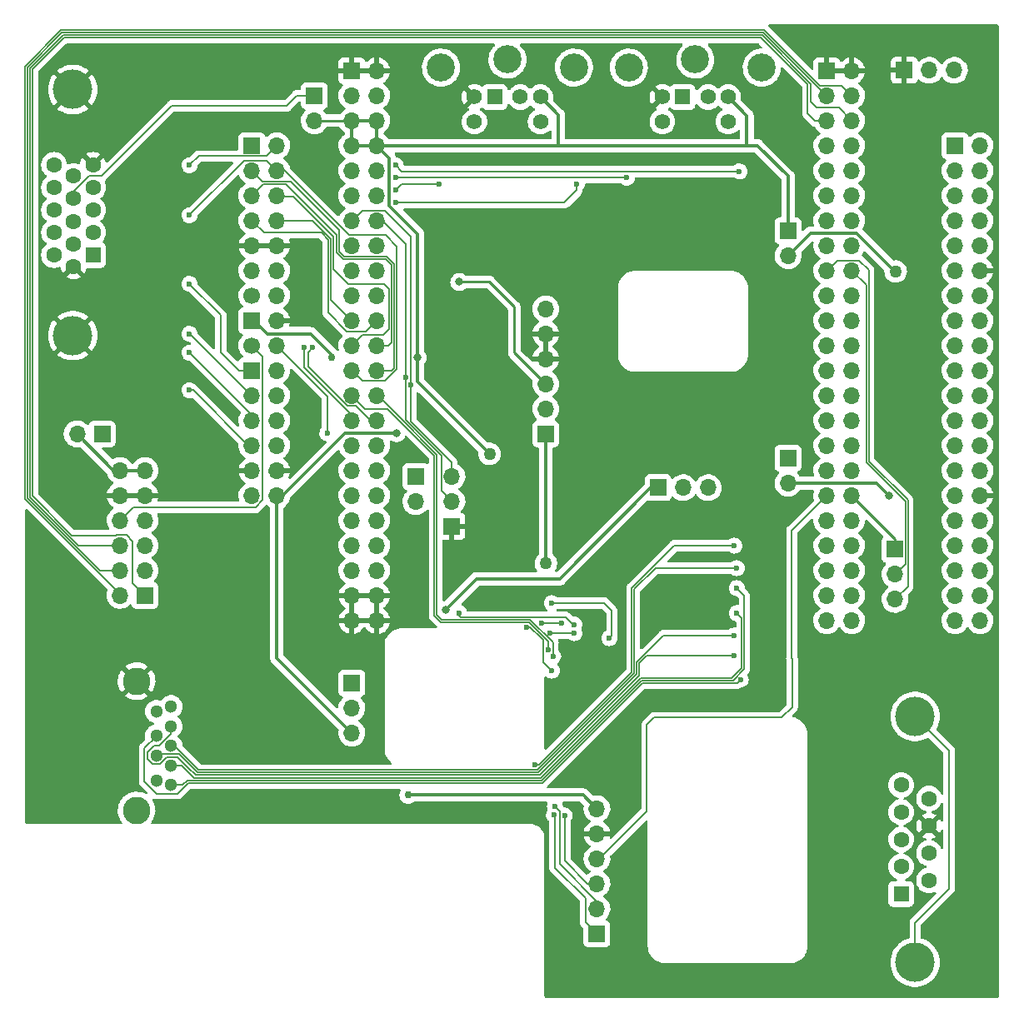
<source format=gbr>
%TF.GenerationSoftware,KiCad,Pcbnew,6.0.9-8da3e8f707~117~ubuntu20.04.1*%
%TF.CreationDate,2022-12-25T13:31:21+01:00*%
%TF.ProjectId,arrow_deca_retro_cape,6172726f-775f-4646-9563-615f72657472,0.90*%
%TF.SameCoordinates,Original*%
%TF.FileFunction,Copper,L2,Bot*%
%TF.FilePolarity,Positive*%
%FSLAX46Y46*%
G04 Gerber Fmt 4.6, Leading zero omitted, Abs format (unit mm)*
G04 Created by KiCad (PCBNEW 6.0.9-8da3e8f707~117~ubuntu20.04.1) date 2022-12-25 13:31:21*
%MOMM*%
%LPD*%
G01*
G04 APERTURE LIST*
%TA.AperFunction,ComponentPad*%
%ADD10R,1.700000X1.700000*%
%TD*%
%TA.AperFunction,ComponentPad*%
%ADD11O,1.700000X1.700000*%
%TD*%
%TA.AperFunction,ComponentPad*%
%ADD12C,1.700000*%
%TD*%
%TA.AperFunction,ComponentPad*%
%ADD13C,1.300000*%
%TD*%
%TA.AperFunction,ComponentPad*%
%ADD14C,2.800000*%
%TD*%
%TA.AperFunction,ComponentPad*%
%ADD15R,1.574800X1.574800*%
%TD*%
%TA.AperFunction,ComponentPad*%
%ADD16C,1.574800*%
%TD*%
%TA.AperFunction,ComponentPad*%
%ADD17C,2.844800*%
%TD*%
%TA.AperFunction,ComponentPad*%
%ADD18C,4.000000*%
%TD*%
%TA.AperFunction,ComponentPad*%
%ADD19R,1.600000X1.600000*%
%TD*%
%TA.AperFunction,ComponentPad*%
%ADD20C,1.600000*%
%TD*%
%TA.AperFunction,ViaPad*%
%ADD21C,1.016000*%
%TD*%
%TA.AperFunction,ViaPad*%
%ADD22C,1.270000*%
%TD*%
%TA.AperFunction,ViaPad*%
%ADD23C,0.762000*%
%TD*%
%TA.AperFunction,ViaPad*%
%ADD24C,0.800000*%
%TD*%
%TA.AperFunction,ViaPad*%
%ADD25C,0.600000*%
%TD*%
%TA.AperFunction,Conductor*%
%ADD26C,0.350000*%
%TD*%
%TA.AperFunction,Conductor*%
%ADD27C,0.254000*%
%TD*%
%TA.AperFunction,Conductor*%
%ADD28C,0.127000*%
%TD*%
G04 APERTURE END LIST*
D10*
%TO.P,J9,1,Pin_1*%
%TO.N,GND*%
X116840000Y-45720000D03*
D11*
%TO.P,J9,2,Pin_2*%
X119380000Y-45720000D03*
%TO.P,J9,3,Pin_3*%
%TO.N,+3.3VP*%
X116840000Y-48260000D03*
%TO.P,J9,4,Pin_4*%
X119380000Y-48260000D03*
%TO.P,J9,5,Pin_5*%
%TO.N,+5V*%
X116840000Y-50800000D03*
%TO.P,J9,6,Pin_6*%
X119380000Y-50800000D03*
%TO.P,J9,7,Pin_7*%
X116840000Y-53340000D03*
%TO.P,J9,8,Pin_8*%
X119380000Y-53340000D03*
%TO.P,J9,9,Pin_9*%
%TO.N,/PS2_MOUSE_DAT*%
X116840000Y-55880000D03*
%TO.P,J9,10,Pin_10*%
%TO.N,/PS2_MOUSE_CLK*%
X119380000Y-55880000D03*
%TO.P,J9,11,Pin_11*%
%TO.N,/PS2_KEYB_CLK*%
X116840000Y-58420000D03*
%TO.P,J9,12,Pin_12*%
%TO.N,/PS2_KEYB_DAT*%
X119380000Y-58420000D03*
%TO.P,J9,13,Pin_13*%
%TO.N,/VGA_VS*%
X116840000Y-60960000D03*
%TO.P,J9,14,Pin_14*%
%TO.N,/VGA_HS*%
X119380000Y-60960000D03*
%TO.P,J9,15,Pin_15*%
%TO.N,/VGA_B0*%
X116840000Y-63500000D03*
%TO.P,J9,16,Pin_16*%
%TO.N,/VGA_R0*%
X119380000Y-63500000D03*
%TO.P,J9,17,Pin_17*%
%TO.N,/VGA_G0*%
X116840000Y-66040000D03*
%TO.P,J9,18,Pin_18*%
%TO.N,/VGA_G3*%
X119380000Y-66040000D03*
%TO.P,J9,19,Pin_19*%
%TO.N,/VGA_G2*%
X116840000Y-68580000D03*
%TO.P,J9,20,Pin_20*%
%TO.N,/VGA_G1*%
X119380000Y-68580000D03*
%TO.P,J9,21,Pin_21*%
%TO.N,/VGA_B3*%
X116840000Y-71120000D03*
%TO.P,J9,22,Pin_22*%
%TO.N,/VGA_R3*%
X119380000Y-71120000D03*
%TO.P,J9,23,Pin_23*%
%TO.N,/VGA_B2*%
X116840000Y-73660000D03*
%TO.P,J9,24,Pin_24*%
%TO.N,/VGA_R2*%
X119380000Y-73660000D03*
%TO.P,J9,25,Pin_25*%
%TO.N,/VGA_B1*%
X116840000Y-76200000D03*
%TO.P,J9,26,Pin_26*%
%TO.N,/VGA_R1*%
X119380000Y-76200000D03*
%TO.P,J9,27,Pin_27*%
%TO.N,/DETO1*%
X116840000Y-78740000D03*
%TO.P,J9,28,Pin_28*%
%TO.N,/DETO2*%
X119380000Y-78740000D03*
%TO.P,J9,29,Pin_29*%
%TO.N,/SPI_MISO_WSDB*%
X116840000Y-81280000D03*
%TO.P,J9,30,Pin_30*%
%TO.N,/SPI_MOSI*%
X119380000Y-81280000D03*
%TO.P,J9,31,Pin_31*%
%TO.N,/SPI_SCLK_DABD*%
X116840000Y-83820000D03*
%TO.P,J9,32,Pin_32*%
%TO.N,+1V8*%
X119380000Y-83820000D03*
%TO.P,J9,33,Pin_33*%
%TO.N,/JOYX_SEL_O*%
X116840000Y-86360000D03*
%TO.P,J9,34,Pin_34*%
%TO.N,GNDA*%
X119380000Y-86360000D03*
%TO.P,J9,35,Pin_35*%
%TO.N,/JOY1_B2_P9*%
X116840000Y-88900000D03*
%TO.P,J9,36,Pin_36*%
%TO.N,/JOY1_B1_P6*%
X119380000Y-88900000D03*
%TO.P,J9,37,Pin_37*%
%TO.N,/JOY1_UP*%
X116840000Y-91440000D03*
%TO.P,J9,38,Pin_38*%
%TO.N,/JOY1_DOWN*%
X119380000Y-91440000D03*
%TO.P,J9,39,Pin_39*%
%TO.N,/JOY1_RIGHT*%
X116840000Y-93980000D03*
%TO.P,J9,40,Pin_40*%
%TO.N,/JOY1_LEFT*%
X119380000Y-93980000D03*
%TO.P,J9,41,Pin_41*%
%TO.N,/DETO3_JOY_MUX*%
X116840000Y-96520000D03*
%TO.P,J9,42,Pin_42*%
%TO.N,/SPI_CS2*%
X119380000Y-96520000D03*
%TO.P,J9,43,Pin_43*%
%TO.N,GND*%
X116840000Y-99060000D03*
%TO.P,J9,44,Pin_44*%
X119380000Y-99060000D03*
%TO.P,J9,45,Pin_45*%
X116840000Y-101600000D03*
%TO.P,J9,46,Pin_46*%
X119380000Y-101600000D03*
%TD*%
D10*
%TO.P,J8,1,Pin_1*%
%TO.N,GND*%
X165100000Y-45720000D03*
D11*
%TO.P,J8,2,Pin_2*%
X167640000Y-45720000D03*
%TO.P,J8,3,Pin_3*%
%TO.N,/UART_TXD*%
X165100000Y-48260000D03*
%TO.P,J8,4,Pin_4*%
%TO.N,/UART_RXD*%
X167640000Y-48260000D03*
%TO.P,J8,5,Pin_5*%
%TO.N,/SPI_CS0_CLKBD*%
X165100000Y-50800000D03*
%TO.P,J8,6,Pin_6*%
%TO.N,/SPI_CS1*%
X167640000Y-50800000D03*
%TO.P,J8,7,Pin_7*%
%TO.N,/DQ0*%
X165100000Y-53340000D03*
%TO.P,J8,8,Pin_8*%
%TO.N,/DQ1*%
X167640000Y-53340000D03*
%TO.P,J8,9,Pin_9*%
%TO.N,/DQ2*%
X165100000Y-55880000D03*
%TO.P,J8,10,Pin_10*%
%TO.N,/DQ3*%
X167640000Y-55880000D03*
%TO.P,J8,11,Pin_11*%
%TO.N,/DQ4*%
X165100000Y-58420000D03*
%TO.P,J8,12,Pin_12*%
%TO.N,/DQ5*%
X167640000Y-58420000D03*
%TO.P,J8,13,Pin_13*%
%TO.N,/DQ6*%
X165100000Y-60960000D03*
%TO.P,J8,14,Pin_14*%
%TO.N,/DQ7*%
X167640000Y-60960000D03*
%TO.P,J8,15,Pin_15*%
%TO.N,/DQ14*%
X165100000Y-63500000D03*
%TO.P,J8,16,Pin_16*%
%TO.N,/DQ15*%
X167640000Y-63500000D03*
%TO.P,J8,17,Pin_17*%
%TO.N,/LDQM*%
X165100000Y-66040000D03*
%TO.P,J8,18,Pin_18*%
%TO.N,/UDQM*%
X167640000Y-66040000D03*
%TO.P,J8,19,Pin_19*%
%TO.N,/DQ13*%
X165100000Y-68580000D03*
%TO.P,J8,20,Pin_20*%
%TO.N,/DQ12*%
X167640000Y-68580000D03*
%TO.P,J8,21,Pin_21*%
%TO.N,/DQ11*%
X165100000Y-71120000D03*
%TO.P,J8,22,Pin_22*%
%TO.N,/DQ10*%
X167640000Y-71120000D03*
%TO.P,J8,23,Pin_23*%
%TO.N,/DQ9*%
X165100000Y-73660000D03*
%TO.P,J8,24,Pin_24*%
%TO.N,/DQ8*%
X167640000Y-73660000D03*
%TO.P,J8,25,Pin_25*%
%TO.N,/A12*%
X165100000Y-76200000D03*
%TO.P,J8,26,Pin_26*%
%TO.N,/CLK*%
X167640000Y-76200000D03*
%TO.P,J8,27,Pin_27*%
%TO.N,/A9*%
X165100000Y-78740000D03*
%TO.P,J8,28,Pin_28*%
%TO.N,/A11*%
X167640000Y-78740000D03*
%TO.P,J8,29,Pin_29*%
%TO.N,/A7*%
X165100000Y-81280000D03*
%TO.P,J8,30,Pin_30*%
%TO.N,/A8*%
X167640000Y-81280000D03*
%TO.P,J8,31,Pin_31*%
%TO.N,/A5*%
X165100000Y-83820000D03*
%TO.P,J8,32,Pin_32*%
%TO.N,/A6*%
X167640000Y-83820000D03*
%TO.P,J8,33,Pin_33*%
%TO.N,/nWE*%
X165100000Y-86360000D03*
%TO.P,J8,34,Pin_34*%
%TO.N,/A4*%
X167640000Y-86360000D03*
%TO.P,J8,35,Pin_35*%
%TO.N,/DETO4*%
X165100000Y-88900000D03*
%TO.P,J8,36,Pin_36*%
%TO.N,/CKE*%
X167640000Y-88900000D03*
%TO.P,J8,37,Pin_37*%
%TO.N,/nCAS*%
X165100000Y-91440000D03*
%TO.P,J8,38,Pin_38*%
%TO.N,/nRAS*%
X167640000Y-91440000D03*
%TO.P,J8,39,Pin_39*%
%TO.N,/nCS0*%
X165100000Y-93980000D03*
%TO.P,J8,40,Pin_40*%
%TO.N,/BA0*%
X167640000Y-93980000D03*
%TO.P,J8,41,Pin_41*%
%TO.N,/BA1*%
X165100000Y-96520000D03*
%TO.P,J8,42,Pin_42*%
%TO.N,/A10*%
X167640000Y-96520000D03*
%TO.P,J8,43,Pin_43*%
%TO.N,/A0*%
X165100000Y-99060000D03*
%TO.P,J8,44,Pin_44*%
%TO.N,/A1*%
X167640000Y-99060000D03*
%TO.P,J8,45,Pin_45*%
%TO.N,/A2*%
X165100000Y-101600000D03*
%TO.P,J8,46,Pin_46*%
%TO.N,/A3*%
X167640000Y-101600000D03*
%TD*%
D10*
%TO.P,J20,1,Pin_1*%
%TO.N,/SPI_CS0_CLKBD*%
X95823469Y-99033400D03*
D11*
%TO.P,J20,2,Pin_2*%
%TO.N,/SPI_MOSI*%
X95823469Y-96493400D03*
%TO.P,J20,3,Pin_3*%
%TO.N,/SPI_MISO_WSDB*%
X95823469Y-93953400D03*
%TO.P,J20,4,Pin_4*%
%TO.N,/SPI_SCLK_DABD*%
X95823469Y-91413400D03*
%TO.P,J20,5,Pin_5*%
%TO.N,GND*%
X95823469Y-88873400D03*
%TO.P,J20,6,Pin_6*%
%TO.N,/VH_PMOD*%
X95823469Y-86333400D03*
%TO.P,J20,7,Pin_7*%
%TO.N,/UART_RXD*%
X93283469Y-99033400D03*
%TO.P,J20,8,Pin_8*%
%TO.N,/UART_TXD*%
X93283469Y-96493400D03*
%TO.P,J20,9,Pin_9*%
%TO.N,/SPI_CS1*%
X93283469Y-93953400D03*
%TO.P,J20,10,Pin_10*%
%TO.N,/SPI_CS2*%
X93283469Y-91413400D03*
%TO.P,J20,11,Pin_11*%
%TO.N,GND*%
X93283469Y-88873400D03*
%TO.P,J20,12,Pin_12*%
%TO.N,/VH_PMOD*%
X93283469Y-86333400D03*
%TD*%
D10*
%TO.P,JP5,1,Pin_1*%
%TO.N,+5V*%
X161163000Y-61971000D03*
D11*
%TO.P,JP5,2,Pin_2*%
%TO.N,Net-(J6-Pad11)*%
X161163000Y-64511000D03*
%TD*%
D12*
%TO.P,J2,1,Pin_1*%
%TO.N,/SPI_MISO_WSDB*%
X106680000Y-68580000D03*
D11*
%TO.P,J2,2,Pin_2*%
%TO.N,/SPI_MOSI*%
X109220000Y-68580000D03*
%TD*%
D10*
%TO.P,J16,1,Pin_1*%
%TO.N,/DETO1*%
X141745000Y-133426200D03*
D11*
%TO.P,J16,2,Pin_2*%
%TO.N,/DETO2*%
X141745000Y-130886200D03*
%TO.P,J16,3,Pin_3*%
%TO.N,/DETO3_JOY_MUX*%
X141745000Y-128346200D03*
%TO.P,J16,4,Pin_4*%
%TO.N,/DETO4*%
X141745000Y-125806200D03*
%TO.P,J16,5,Pin_5*%
%TO.N,GND*%
X141745000Y-123266200D03*
%TO.P,J16,6,Pin_6*%
%TO.N,+3V3*%
X141745000Y-120726200D03*
%TD*%
D13*
%TO.P,J21,1,VBUS*%
%TO.N,/+JOY_PWR_USB3*%
X96965342Y-110820989D03*
%TO.P,J21,2,D-*%
%TO.N,/D-*%
X96965342Y-113320989D03*
%TO.P,J21,3,D+*%
%TO.N,/D+*%
X96965342Y-115320989D03*
%TO.P,J21,4,GND*%
%TO.N,GND*%
X96965342Y-117820989D03*
%TO.P,J21,5,SSRX-*%
%TO.N,/RX-*%
X98465342Y-118320989D03*
%TO.P,J21,6,SSRX+*%
%TO.N,/RX+*%
X98465342Y-116320989D03*
%TO.P,J21,7,DRAIN*%
%TO.N,/DRAIN*%
X98465342Y-114320989D03*
%TO.P,J21,8,SSTX-*%
%TO.N,/TX-*%
X98465342Y-112320989D03*
%TO.P,J21,9,SSTX+*%
%TO.N,/TX+*%
X98465342Y-110320989D03*
D14*
%TO.P,J21,10,SHIELD*%
%TO.N,GND*%
X94965342Y-107750989D03*
%TO.P,J21,11*%
%TO.N,N/C*%
X94965342Y-120890989D03*
%TD*%
D10*
%TO.P,JP8,1,Pin_1*%
%TO.N,/+JOY_PWR_USB3*%
X147980400Y-88087200D03*
D11*
%TO.P,JP8,2,Pin_2*%
%TO.N,/+JOY_PWR*%
X150520400Y-88087200D03*
%TO.P,JP8,3,Pin_3*%
%TO.N,/+JOY_PWR_DB9*%
X153060400Y-88087200D03*
%TD*%
D10*
%TO.P,J10,1,Pin_1*%
%TO.N,+2V5*%
X136539669Y-82625000D03*
D11*
%TO.P,J10,2,Pin_2*%
%TO.N,+5V*%
X136539669Y-80085000D03*
%TO.P,J10,3,Pin_3*%
%TO.N,+3.3VP*%
X136539669Y-77545000D03*
%TO.P,J10,4,Pin_4*%
%TO.N,GND*%
X136539669Y-75005000D03*
%TO.P,J10,5,Pin_5*%
X136539669Y-72465000D03*
%TO.P,J10,6,Pin_6*%
%TO.N,/3V3_LDO*%
X136539669Y-69925000D03*
%TD*%
D10*
%TO.P,J11,1,Pin_1*%
%TO.N,/VGA_R0*%
X106680000Y-53340000D03*
D11*
%TO.P,J11,2,Pin_2*%
%TO.N,/VGA_R1*%
X106680000Y-55880000D03*
%TO.P,J11,3,Pin_3*%
%TO.N,/VGA_R2*%
X106680000Y-58420000D03*
%TO.P,J11,4,Pin_4*%
%TO.N,/VGA_R3*%
X106680000Y-60960000D03*
%TO.P,J11,5,Pin_5*%
%TO.N,GND*%
X106680000Y-63500000D03*
%TO.P,J11,6,Pin_6*%
%TO.N,+3V3*%
X106680000Y-66040000D03*
%TO.P,J11,7,Pin_7*%
%TO.N,/VGA_B0*%
X109220000Y-53340000D03*
%TO.P,J11,8,Pin_8*%
%TO.N,/VGA_B1*%
X109220000Y-55880000D03*
%TO.P,J11,9,Pin_9*%
%TO.N,/VGA_B2*%
X109220000Y-58420000D03*
%TO.P,J11,10,Pin_10*%
%TO.N,/VGA_B3*%
X109220000Y-60960000D03*
%TO.P,J11,11,Pin_11*%
%TO.N,GND*%
X109220000Y-63500000D03*
%TO.P,J11,12,Pin_12*%
%TO.N,+3V3*%
X109220000Y-66040000D03*
%TD*%
D10*
%TO.P,JP4,1,Pin_1*%
%TO.N,Net-(J1-Pad9)*%
X113030000Y-48255000D03*
D11*
%TO.P,JP4,2,Pin_2*%
%TO.N,+5V*%
X113030000Y-50795000D03*
%TD*%
D15*
%TO.P,J5,1,1*%
%TO.N,Net-(J5-Pad1)*%
X131359200Y-48387000D03*
D16*
%TO.P,J5,2,2*%
%TO.N,unconnected-(J5-Pad2)*%
X133950000Y-48387000D03*
%TO.P,J5,3,3*%
%TO.N,GND*%
X129301800Y-48387000D03*
%TO.P,J5,4,4*%
%TO.N,+5V*%
X136007400Y-48387000D03*
%TO.P,J5,5,5*%
%TO.N,Net-(J5-Pad5)*%
X129301800Y-50876200D03*
%TO.P,J5,6,6*%
%TO.N,unconnected-(J5-Pad6)*%
X136007400Y-50876200D03*
D17*
%TO.P,J5,7*%
%TO.N,N/C*%
X125898200Y-45389800D03*
%TO.P,J5,8*%
X132654600Y-44577000D03*
%TO.P,J5,9*%
X139411000Y-45389800D03*
%TD*%
D18*
%TO.P,J1,0*%
%TO.N,GND*%
X88490269Y-47623600D03*
X88490269Y-72623600D03*
D19*
%TO.P,J1,1*%
%TO.N,/VGAR*%
X90540269Y-64438600D03*
D20*
%TO.P,J1,2*%
%TO.N,/VGAG*%
X90540269Y-62148600D03*
%TO.P,J1,3*%
%TO.N,/VGAB*%
X90540269Y-59858600D03*
%TO.P,J1,4*%
%TO.N,unconnected-(J1-Pad4)*%
X90540269Y-57568600D03*
%TO.P,J1,5*%
%TO.N,GND*%
X90540269Y-55278600D03*
%TO.P,J1,6*%
X88560269Y-65583600D03*
%TO.P,J1,7*%
X88560269Y-63293600D03*
%TO.P,J1,8*%
X88560269Y-61003600D03*
%TO.P,J1,9*%
%TO.N,Net-(J1-Pad9)*%
X88560269Y-58713600D03*
%TO.P,J1,10*%
%TO.N,GND*%
X88560269Y-56423600D03*
%TO.P,J1,11*%
%TO.N,unconnected-(J1-Pad11)*%
X86580269Y-64438600D03*
%TO.P,J1,12*%
%TO.N,unconnected-(J1-Pad12)*%
X86580269Y-62148600D03*
%TO.P,J1,13*%
%TO.N,/VGAHS*%
X86580269Y-59858600D03*
%TO.P,J1,14*%
%TO.N,/VGAVS*%
X86580269Y-57568600D03*
%TO.P,J1,15*%
%TO.N,unconnected-(J1-Pad15)*%
X86580269Y-55278600D03*
%TD*%
D12*
%TO.P,J3,1,Pin_1*%
%TO.N,/SPI_CS2*%
X106680000Y-73660000D03*
D11*
%TO.P,J3,2,Pin_2*%
%TO.N,/SPI_SCLK_DABD*%
X109220000Y-73660000D03*
%TD*%
D10*
%TO.P,J14,1,Pin_1*%
%TO.N,+1V8*%
X123355000Y-86964200D03*
D11*
%TO.P,J14,2,Pin_2*%
%TO.N,GNDA*%
X123355000Y-89504200D03*
%TD*%
D15*
%TO.P,J19,1,1*%
%TO.N,Net-(J19-Pad1)*%
X150444200Y-48387000D03*
D16*
%TO.P,J19,2,2*%
%TO.N,unconnected-(J19-Pad2)*%
X153035000Y-48387000D03*
%TO.P,J19,3,3*%
%TO.N,GND*%
X148386800Y-48387000D03*
%TO.P,J19,4,4*%
%TO.N,+5V*%
X155092400Y-48387000D03*
%TO.P,J19,5,5*%
%TO.N,Net-(J19-Pad5)*%
X148386800Y-50876200D03*
%TO.P,J19,6,6*%
%TO.N,unconnected-(J19-Pad6)*%
X155092400Y-50876200D03*
D17*
%TO.P,J19,7*%
%TO.N,N/C*%
X144983200Y-45389800D03*
%TO.P,J19,8*%
X151739600Y-44577000D03*
%TO.P,J19,9*%
X158496000Y-45389800D03*
%TD*%
D10*
%TO.P,J15,1,Pin_1*%
%TO.N,GND*%
X172987000Y-45669200D03*
D11*
%TO.P,J15,2,Pin_2*%
%TO.N,/UART_RXD*%
X175527000Y-45669200D03*
%TO.P,J15,3,Pin_3*%
%TO.N,/UART_TXD*%
X178067000Y-45669200D03*
%TD*%
D18*
%TO.P,J4,0,PAD*%
%TO.N,/MUX*%
X174074338Y-136335000D03*
X174074338Y-111335000D03*
D19*
%TO.P,J4,1,1*%
%TO.N,/D-*%
X172654338Y-129375000D03*
D20*
%TO.P,J4,2,2*%
%TO.N,/D+*%
X172654338Y-126605000D03*
%TO.P,J4,3,3*%
%TO.N,/RX-*%
X172654338Y-123835000D03*
%TO.P,J4,4,4*%
%TO.N,/DRAIN*%
X172654338Y-121065000D03*
%TO.P,J4,5,5*%
%TO.N,/+JOY_PWR_DB9*%
X172654338Y-118295000D03*
%TO.P,J4,6,6*%
%TO.N,/TX-*%
X175494338Y-127990000D03*
%TO.P,J4,7,7*%
%TO.N,/RX+*%
X175494338Y-125220000D03*
%TO.P,J4,8,8*%
%TO.N,GND*%
X175494338Y-122450000D03*
%TO.P,J4,9,9*%
%TO.N,/TX+b*%
X175494338Y-119680000D03*
%TD*%
D10*
%TO.P,J18,1,Pin_1*%
%TO.N,GND*%
X127013000Y-92009200D03*
D11*
%TO.P,J18,2,Pin_2*%
%TO.N,/VGA_HS*%
X127013000Y-89469200D03*
%TO.P,J18,3,Pin_3*%
%TO.N,/VGA_VS*%
X127013000Y-86929200D03*
%TD*%
D10*
%TO.P,JP6,1,Pin_1*%
%TO.N,+3V3*%
X161163000Y-85090000D03*
D11*
%TO.P,JP6,2,Pin_2*%
%TO.N,Net-(J6-Pad29)*%
X161163000Y-87630000D03*
%TD*%
D10*
%TO.P,J17,1,Pin_1*%
%TO.N,+5V*%
X106680000Y-71120000D03*
D11*
%TO.P,J17,2,Pin_2*%
%TO.N,GND*%
X109220000Y-71120000D03*
%TD*%
D10*
%TO.P,JP9,1,Pin_1*%
%TO.N,/TX+b*%
X116840000Y-107950000D03*
D11*
%TO.P,JP9,2,Pin_2*%
%TO.N,/TX+*%
X116840000Y-110490000D03*
%TO.P,JP9,3,Pin_3*%
%TO.N,+3V3*%
X116840000Y-113030000D03*
%TD*%
D10*
%TO.P,J12,1,Pin_1*%
%TO.N,/VGA_G0*%
X106680000Y-76200000D03*
D11*
%TO.P,J12,2,Pin_2*%
%TO.N,/VGA_G1*%
X106680000Y-78740000D03*
%TO.P,J12,3,Pin_3*%
%TO.N,/VGA_G2*%
X106680000Y-81280000D03*
%TO.P,J12,4,Pin_4*%
%TO.N,/VGA_G3*%
X106680000Y-83820000D03*
%TO.P,J12,5,Pin_5*%
%TO.N,GND*%
X106680000Y-86360000D03*
%TO.P,J12,6,Pin_6*%
%TO.N,+3V3*%
X106680000Y-88900000D03*
%TO.P,J12,7,Pin_7*%
%TO.N,/VGA_HS*%
X109220000Y-76200000D03*
%TO.P,J12,8,Pin_8*%
%TO.N,/VGA_VS*%
X109220000Y-78740000D03*
%TO.P,J12,9,Pin_9*%
%TO.N,/DETO1*%
X109220000Y-81280000D03*
%TO.P,J12,10,Pin_10*%
%TO.N,/DETO2*%
X109220000Y-83820000D03*
%TO.P,J12,11,Pin_11*%
%TO.N,GND*%
X109220000Y-86360000D03*
%TO.P,J12,12,Pin_12*%
%TO.N,+3V3*%
X109220000Y-88900000D03*
%TD*%
D10*
%TO.P,JP1,1,Pin_1*%
%TO.N,+3V3*%
X91459669Y-82625000D03*
D11*
%TO.P,JP1,2,Pin_2*%
%TO.N,/VH_PMOD*%
X88919669Y-82625000D03*
%TD*%
D10*
%TO.P,J7,1,Pin_1*%
%TO.N,/CKE*%
X172043185Y-94360000D03*
D11*
%TO.P,J7,2,Pin_2*%
%TO.N,/UDQM*%
X172043185Y-96900000D03*
%TO.P,J7,3,Pin_3*%
%TO.N,/LDQM*%
X172043185Y-99440000D03*
%TD*%
D10*
%TO.P,J6,1,Pin_1*%
%TO.N,/DQ0*%
X178138185Y-53340000D03*
D11*
%TO.P,J6,2,Pin_2*%
%TO.N,/DQ1*%
X180678185Y-53340000D03*
%TO.P,J6,3,Pin_3*%
%TO.N,/DQ2*%
X178138185Y-55880000D03*
%TO.P,J6,4,Pin_4*%
%TO.N,/DQ3*%
X180678185Y-55880000D03*
%TO.P,J6,5,Pin_5*%
%TO.N,/DQ4*%
X178138185Y-58420000D03*
%TO.P,J6,6,Pin_6*%
%TO.N,/DQ5*%
X180678185Y-58420000D03*
%TO.P,J6,7,Pin_7*%
%TO.N,/DQ6*%
X178138185Y-60960000D03*
%TO.P,J6,8,Pin_8*%
%TO.N,/DQ7*%
X180678185Y-60960000D03*
%TO.P,J6,9,Pin_9*%
%TO.N,/DQ14*%
X178138185Y-63500000D03*
%TO.P,J6,10,Pin_10*%
%TO.N,/DQ15*%
X180678185Y-63500000D03*
%TO.P,J6,11,Pin_11*%
%TO.N,Net-(J6-Pad11)*%
X178138185Y-66040000D03*
%TO.P,J6,12,Pin_12*%
%TO.N,GND*%
X180678185Y-66040000D03*
%TO.P,J6,13,Pin_13*%
%TO.N,/DQ13*%
X178138185Y-68580000D03*
%TO.P,J6,14,Pin_14*%
%TO.N,/DQ12*%
X180678185Y-68580000D03*
%TO.P,J6,15,Pin_15*%
%TO.N,/DQ11*%
X178138185Y-71120000D03*
%TO.P,J6,16,Pin_16*%
%TO.N,/DQ10*%
X180678185Y-71120000D03*
%TO.P,J6,17,Pin_17*%
%TO.N,/DQ9*%
X178138185Y-73660000D03*
%TO.P,J6,18,Pin_18*%
%TO.N,/DQ8*%
X180678185Y-73660000D03*
%TO.P,J6,19,Pin_19*%
%TO.N,/A12*%
X178138185Y-76200000D03*
%TO.P,J6,20,Pin_20*%
%TO.N,/CLK*%
X180678185Y-76200000D03*
%TO.P,J6,21,Pin_21*%
%TO.N,/A9*%
X178138185Y-78740000D03*
%TO.P,J6,22,Pin_22*%
%TO.N,/A11*%
X180678185Y-78740000D03*
%TO.P,J6,23,Pin_23*%
%TO.N,/A7*%
X178138185Y-81280000D03*
%TO.P,J6,24,Pin_24*%
%TO.N,/A8*%
X180678185Y-81280000D03*
%TO.P,J6,25,Pin_25*%
%TO.N,/A5*%
X178138185Y-83820000D03*
%TO.P,J6,26,Pin_26*%
%TO.N,/A6*%
X180678185Y-83820000D03*
%TO.P,J6,27,Pin_27*%
%TO.N,/nWE*%
X178138185Y-86360000D03*
%TO.P,J6,28,Pin_28*%
%TO.N,/A4*%
X180678185Y-86360000D03*
%TO.P,J6,29,Pin_29*%
%TO.N,Net-(J6-Pad29)*%
X178138185Y-88900000D03*
%TO.P,J6,30,Pin_30*%
%TO.N,GND*%
X180678185Y-88900000D03*
%TO.P,J6,31,Pin_31*%
%TO.N,/nCAS*%
X178138185Y-91440000D03*
%TO.P,J6,32,Pin_32*%
%TO.N,/nRAS*%
X180678185Y-91440000D03*
%TO.P,J6,33,Pin_33*%
%TO.N,/nCS0*%
X178138185Y-93980000D03*
%TO.P,J6,34,Pin_34*%
%TO.N,/BA0*%
X180678185Y-93980000D03*
%TO.P,J6,35,Pin_35*%
%TO.N,/BA1*%
X178138185Y-96520000D03*
%TO.P,J6,36,Pin_36*%
%TO.N,/A10*%
X180678185Y-96520000D03*
%TO.P,J6,37,Pin_37*%
%TO.N,/A0*%
X178138185Y-99060000D03*
%TO.P,J6,38,Pin_38*%
%TO.N,/A1*%
X180678185Y-99060000D03*
%TO.P,J6,39,Pin_39*%
%TO.N,/A2*%
X178138185Y-101600000D03*
%TO.P,J6,40,Pin_40*%
%TO.N,/A3*%
X180678185Y-101600000D03*
%TD*%
D21*
%TO.N,GND*%
X130824669Y-92404000D03*
X158496000Y-96520000D03*
D22*
X142254669Y-48970000D03*
D21*
X168656000Y-117906800D03*
X133299200Y-84683600D03*
X142889669Y-96849000D03*
D23*
%TO.N,+5V*%
X114822669Y-74878000D03*
D22*
X130835400Y-84658200D03*
D24*
X123520200Y-74879200D03*
D23*
%TO.N,+3V3*%
X122569669Y-119328000D03*
D24*
X121386600Y-82550000D03*
D25*
%TO.N,/PS2_KEYB_DAT*%
X139714669Y-57225000D03*
X121299669Y-59130000D03*
D24*
%TO.N,+3.3VP*%
X127762000Y-67183000D03*
D25*
%TO.N,/JOY1_DOWN*%
X136144000Y-101854000D03*
X138176000Y-101854000D03*
%TO.N,/JOY1_LEFT*%
X137006162Y-102834500D03*
X139446000Y-102870000D03*
%TO.N,/JOY1_RIGHT*%
X127762000Y-100838000D03*
X139446000Y-101989000D03*
%TO.N,/JOYX_SEL_O*%
X143002000Y-103378000D03*
X137160000Y-99822000D03*
%TO.N,/VGA_VS*%
X122823669Y-77672000D03*
%TO.N,/VGA_HS*%
X122315669Y-76910000D03*
%TO.N,/VGA_B0*%
X100344669Y-55320000D03*
%TO.N,/VGA_G0*%
X100344669Y-67385000D03*
%TO.N,/VGA_G3*%
X100344669Y-78180000D03*
%TO.N,/VGA_G2*%
X100344669Y-74370000D03*
%TO.N,/VGA_G1*%
X100344669Y-72465000D03*
%TO.N,/VGA_B1*%
X100344669Y-60400000D03*
%TO.N,/DETO1*%
X137377869Y-121334600D03*
X136793669Y-104596000D03*
%TO.N,/DETO2*%
X137478073Y-120481347D03*
X137301669Y-105231000D03*
%TO.N,/DETO3_JOY_MUX*%
X137160000Y-106680000D03*
X138480800Y-121412000D03*
X134620000Y-102242400D03*
%TO.N,/SPI_SCLK_DABD*%
X114350800Y-82550000D03*
%TO.N,/SPI_MOSI*%
X112852200Y-73863200D03*
%TO.N,/PS2_KEYB_CLK*%
X121299669Y-57860000D03*
X125744669Y-57225000D03*
%TO.N,/PS2_MOUSE_DAT*%
X121299669Y-55320000D03*
X156224669Y-55955000D03*
%TO.N,/PS2_MOUSE_CLK*%
X121299669Y-56590000D03*
X144794669Y-56590000D03*
D22*
%TO.N,+2V5*%
X136565069Y-95782200D03*
D25*
%TO.N,/D+*%
X155702000Y-103124000D03*
%TO.N,/DRAIN*%
X155956000Y-96266000D03*
%TO.N,/TX-*%
X155702000Y-105156000D03*
%TO.N,/RX-*%
X155956000Y-98298000D03*
%TO.N,/D-*%
X156355088Y-107587088D03*
%TO.N,/RX+*%
X155956000Y-100838000D03*
%TO.N,/SPI_MISO_WSDB*%
X112014000Y-73837800D03*
D22*
%TO.N,Net-(J6-Pad11)*%
X172099669Y-66115000D03*
D24*
%TO.N,Net-(J6-Pad29)*%
X171450000Y-88900000D03*
%TO.N,/+JOY_PWR_USB3*%
X126365000Y-100507800D03*
D25*
%TO.N,/TX+b*%
X135432800Y-116281200D03*
X155702000Y-93980000D03*
%TD*%
D26*
%TO.N,+5V*%
X155092400Y-48387000D02*
X156986669Y-50281269D01*
X119380000Y-50800000D02*
X116840000Y-50800000D01*
X156986669Y-50281269D02*
X156986669Y-53340000D01*
X112643689Y-72435489D02*
X114822669Y-74614469D01*
X119380000Y-53340000D02*
X119380000Y-50800000D01*
X156986669Y-53340000D02*
X158077669Y-53340000D01*
X106908600Y-71120000D02*
X108224089Y-72435489D01*
D27*
X116835000Y-50795000D02*
X116840000Y-50800000D01*
D26*
X108224089Y-72435489D02*
X112643689Y-72435489D01*
X106680000Y-71120000D02*
X106908600Y-71120000D01*
X123520200Y-74879200D02*
X123520200Y-77343000D01*
X123520200Y-62304435D02*
X120625158Y-59409393D01*
D27*
X113030000Y-50795000D02*
X116835000Y-50795000D01*
D26*
X137809669Y-50189269D02*
X137809669Y-53340000D01*
X123520200Y-77343000D02*
X130835400Y-84658200D01*
X116840000Y-50800000D02*
X116840000Y-53340000D01*
X158077669Y-53340000D02*
X161163000Y-56425331D01*
X137809669Y-53340000D02*
X138773669Y-53340000D01*
X114822669Y-74614469D02*
X114822669Y-74878000D01*
X138773669Y-53340000D02*
X158077669Y-53340000D01*
X119380000Y-53340000D02*
X138773669Y-53340000D01*
X123520200Y-74879200D02*
X123520200Y-62304435D01*
X116840000Y-53340000D02*
X119380000Y-53340000D01*
X120625158Y-54585158D02*
X119380000Y-53340000D01*
X161163000Y-56425331D02*
X161163000Y-61971000D01*
X136007400Y-48387000D02*
X137809669Y-50189269D01*
X120625158Y-59409393D02*
X120625158Y-54585158D01*
%TO.N,+3V3*%
X109829600Y-88900000D02*
X116179600Y-82550000D01*
X140346800Y-119328000D02*
X141745000Y-120726200D01*
X116179600Y-82550000D02*
X121386600Y-82550000D01*
X122569669Y-119328000D02*
X140346800Y-119328000D01*
X109220000Y-105410000D02*
X116840000Y-113030000D01*
X109220000Y-88900000D02*
X109829600Y-88900000D01*
X109220000Y-88900000D02*
X109220000Y-105410000D01*
D28*
%TO.N,/UDQM*%
X173083196Y-89466396D02*
X173083196Y-95859989D01*
X173083196Y-95859989D02*
X172043185Y-96900000D01*
X169113200Y-85496400D02*
X173083196Y-89466396D01*
X169113200Y-67513200D02*
X169113200Y-85496400D01*
X167640000Y-66040000D02*
X169113200Y-67513200D01*
%TO.N,/LDQM*%
X173336716Y-98146469D02*
X173336716Y-89360706D01*
X172043185Y-99440000D02*
X173336716Y-98146469D01*
X166140500Y-64999500D02*
X165100000Y-66040000D01*
X173336716Y-89360706D02*
X169367200Y-85391190D01*
X169367200Y-65989200D02*
X168377500Y-64999500D01*
X168377500Y-64999500D02*
X166140500Y-64999500D01*
X169367200Y-85391190D02*
X169367200Y-65989200D01*
%TO.N,/PS2_KEYB_DAT*%
X138444669Y-59130000D02*
X139714669Y-57860000D01*
X139714669Y-57860000D02*
X139714669Y-57225000D01*
X121299669Y-59130000D02*
X138444669Y-59130000D01*
D27*
%TO.N,+3.3VP*%
X133350000Y-74355331D02*
X136539669Y-77545000D01*
X130810000Y-67183000D02*
X133350000Y-69723000D01*
X127762000Y-67183000D02*
X130810000Y-67183000D01*
X133350000Y-69723000D02*
X133350000Y-74355331D01*
%TO.N,/CKE*%
X167640000Y-88900000D02*
X172043185Y-93303185D01*
X172043185Y-93303185D02*
X172043185Y-94360000D01*
D28*
%TO.N,/JOY1_DOWN*%
X136144000Y-101854000D02*
X138176000Y-101854000D01*
%TO.N,/JOY1_LEFT*%
X139446000Y-102870000D02*
X137041662Y-102870000D01*
X137041662Y-102870000D02*
X137006162Y-102834500D01*
%TO.N,/JOY1_RIGHT*%
X139446000Y-101989000D02*
X139327000Y-101989000D01*
X127914880Y-101244880D02*
X127762000Y-101092000D01*
X139327000Y-101989000D02*
X138582880Y-101244880D01*
X138582880Y-101244880D02*
X127914880Y-101244880D01*
X127762000Y-101092000D02*
X127762000Y-100838000D01*
%TO.N,/JOYX_SEL_O*%
X137160000Y-99822000D02*
X142494000Y-99822000D01*
X143256000Y-100584000D02*
X143256000Y-103124000D01*
X143256000Y-103124000D02*
X143002000Y-103378000D01*
X142494000Y-99822000D02*
X143256000Y-100584000D01*
%TO.N,/UART_TXD*%
X87390669Y-41858000D02*
X83884989Y-45363680D01*
X83884989Y-89152320D02*
X91252669Y-96520000D01*
X83884989Y-45363680D02*
X83884989Y-89152320D01*
X158637669Y-41858000D02*
X87390669Y-41858000D01*
X165039669Y-48260000D02*
X158637669Y-41858000D01*
X91252669Y-96520000D02*
X93521000Y-96520000D01*
X165100000Y-48260000D02*
X165039669Y-48260000D01*
%TO.N,/UART_RXD*%
X83631469Y-89257332D02*
X93434137Y-99060000D01*
X167640000Y-48260000D02*
X166599989Y-47219989D01*
X158742680Y-41604480D02*
X87285658Y-41604480D01*
X87285658Y-41604480D02*
X83631469Y-45258669D01*
X166599989Y-47219989D02*
X164358190Y-47219989D01*
X164358190Y-47219989D02*
X158742680Y-41604480D01*
X83631469Y-45258669D02*
X83631469Y-89257332D01*
%TO.N,/SPI_CS1*%
X87495681Y-42111520D02*
X84138509Y-45468692D01*
X166318000Y-49478000D02*
X164098669Y-49478000D01*
X164098669Y-49478000D02*
X163463669Y-48843000D01*
X84138509Y-45468692D02*
X84138509Y-89047308D01*
X163463669Y-48843000D02*
X163463669Y-47042532D01*
X167640000Y-50800000D02*
X166318000Y-49478000D01*
X89071201Y-93980000D02*
X93521000Y-93980000D01*
X84138509Y-89047308D02*
X89071201Y-93980000D01*
X158532657Y-42111520D02*
X87495681Y-42111520D01*
X163463669Y-47042532D02*
X158532657Y-42111520D01*
%TO.N,/SPI_CS0_CLKBD*%
X93925188Y-92913389D02*
X94553469Y-93541670D01*
X87600693Y-42365040D02*
X84392029Y-45573704D01*
X92852681Y-92913389D02*
X93925188Y-92913389D01*
X92826081Y-92939989D02*
X92852681Y-92913389D01*
X165100000Y-50800000D02*
X163897919Y-50800000D01*
X94553469Y-93541670D02*
X94553469Y-97763400D01*
X163168637Y-50070718D02*
X163168637Y-47106032D01*
X163168637Y-47106032D02*
X158427645Y-42365040D01*
X163897919Y-50800000D02*
X163168637Y-50070718D01*
X84392029Y-88942296D02*
X88389722Y-92939989D01*
X158427645Y-42365040D02*
X87600693Y-42365040D01*
X94553469Y-97763400D02*
X95823469Y-99033400D01*
X84392029Y-45573704D02*
X84392029Y-88942296D01*
X88389722Y-92939989D02*
X92826081Y-92939989D01*
%TO.N,/DETO4*%
X160542669Y-111454000D02*
X161586680Y-110409989D01*
X146826669Y-120979000D02*
X146826669Y-112216000D01*
X161544000Y-92456000D02*
X165100000Y-88900000D01*
X141999469Y-125806200D02*
X146826669Y-120979000D01*
X141745000Y-125806200D02*
X141999469Y-125806200D01*
X147588669Y-111454000D02*
X160542669Y-111454000D01*
X146826669Y-112216000D02*
X147588669Y-111454000D01*
X161586680Y-110409989D02*
X161586680Y-105464371D01*
X161586680Y-105464371D02*
X161544000Y-105421691D01*
X161544000Y-105421691D02*
X161544000Y-92456000D01*
%TO.N,/VGA_VS*%
X120181789Y-59919989D02*
X117880011Y-59919989D01*
X122823669Y-62561869D02*
X120181789Y-59919989D01*
X127013000Y-85547200D02*
X122823669Y-81357869D01*
X127013000Y-86929200D02*
X127013000Y-85547200D01*
X117880011Y-59919989D02*
X116840000Y-60960000D01*
X122823669Y-81357869D02*
X122823669Y-62561869D01*
%TO.N,/VGA_HS*%
X119380000Y-60960000D02*
X119951800Y-60960000D01*
X122315669Y-76910000D02*
X122315669Y-76529000D01*
X125972989Y-84865721D02*
X125972989Y-88429189D01*
X122315669Y-76529000D02*
X122315669Y-81208401D01*
X119951800Y-60960000D02*
X122315669Y-63323869D01*
X122315669Y-81208401D02*
X125972989Y-84865721D01*
X122315669Y-63323869D02*
X122315669Y-76529000D01*
X125972989Y-88429189D02*
X127013000Y-89469200D01*
%TO.N,/VGA_B0*%
X101284658Y-54380011D02*
X108179989Y-54380011D01*
X100344669Y-55320000D02*
X101284658Y-54380011D01*
X108179989Y-54380011D02*
X109220000Y-53340000D01*
%TO.N,/VGA_G0*%
X100344669Y-67385000D02*
X103519669Y-70560000D01*
X105349669Y-76200000D02*
X106680000Y-76200000D01*
X103519669Y-74370000D02*
X105349669Y-76200000D01*
X103519669Y-70560000D02*
X103519669Y-74370000D01*
%TO.N,/VGA_G3*%
X100344669Y-78180000D02*
X100692335Y-78180000D01*
X106332335Y-83820000D02*
X106680000Y-83820000D01*
X100692335Y-78180000D02*
X106332335Y-83820000D01*
%TO.N,/VGA_G2*%
X106680000Y-80705331D02*
X106680000Y-81280000D01*
X100344669Y-74370000D02*
X106680000Y-80705331D01*
%TO.N,/VGA_G1*%
X100405000Y-72465000D02*
X106680000Y-78740000D01*
X100344669Y-72465000D02*
X100405000Y-72465000D01*
%TO.N,/VGA_B3*%
X112868069Y-60960000D02*
X114696149Y-62788080D01*
X114696149Y-68976149D02*
X116840000Y-71120000D01*
X109220000Y-60960000D02*
X112868069Y-60960000D01*
X114696149Y-62788080D02*
X114696149Y-68976149D01*
%TO.N,/VGA_R3*%
X118289000Y-72211000D02*
X119380000Y-71120000D01*
X113727537Y-62178000D02*
X114442629Y-62893092D01*
X116346669Y-72211000D02*
X118289000Y-72211000D01*
X114442629Y-70306960D02*
X116346669Y-72211000D01*
X114442629Y-62893092D02*
X114442629Y-70306960D01*
X106680000Y-60960000D02*
X107898000Y-62178000D01*
X107898000Y-62178000D02*
X113727537Y-62178000D01*
%TO.N,/VGA_B2*%
X120664669Y-67893000D02*
X120664669Y-71957000D01*
X114949669Y-62533600D02*
X114949669Y-65861000D01*
X109220000Y-58420000D02*
X109295000Y-58495000D01*
X109295000Y-58495000D02*
X110911069Y-58495000D01*
X116473669Y-67385000D02*
X120156669Y-67385000D01*
X117908000Y-72592000D02*
X116840000Y-73660000D01*
X110911069Y-58495000D02*
X114949669Y-62533600D01*
X120029669Y-72592000D02*
X117908000Y-72592000D01*
X120664669Y-71957000D02*
X120029669Y-72592000D01*
X114949669Y-65861000D02*
X116473669Y-67385000D01*
X120156669Y-67385000D02*
X120664669Y-67893000D01*
%TO.N,/VGA_R2*%
X120582081Y-73660000D02*
X120919629Y-73322452D01*
X120305657Y-64844520D02*
X115987658Y-64844520D01*
X107875480Y-57224520D02*
X106680000Y-58420000D01*
X115331149Y-64188011D02*
X115331149Y-62387544D01*
X115331149Y-62387544D02*
X110168125Y-57224520D01*
X110168125Y-57224520D02*
X107875480Y-57224520D01*
X119380000Y-73660000D02*
X120582081Y-73660000D01*
X120919629Y-73322452D02*
X120919629Y-65458492D01*
X115987658Y-64844520D02*
X115331149Y-64188011D01*
X120919629Y-65458492D02*
X120305657Y-64844520D01*
%TO.N,/VGA_B1*%
X120207658Y-77240011D02*
X117880011Y-77240011D01*
X116600669Y-62432000D02*
X120283669Y-62432000D01*
X121426669Y-76021000D02*
X120207658Y-77240011D01*
X100344669Y-60400000D02*
X105904680Y-54839989D01*
X109220000Y-55880000D02*
X109272000Y-55828000D01*
X108179989Y-54839989D02*
X109220000Y-55880000D01*
X117880011Y-77240011D02*
X116840000Y-76200000D01*
X105904680Y-54839989D02*
X108179989Y-54839989D01*
X109272000Y-55828000D02*
X109996669Y-55828000D01*
X120283669Y-62432000D02*
X121426669Y-63575000D01*
X121426669Y-63575000D02*
X121426669Y-76021000D01*
X109996669Y-55828000D02*
X116600669Y-62432000D01*
%TO.N,/VGA_R1*%
X110631669Y-56971000D02*
X107771000Y-56971000D01*
X120410669Y-64591000D02*
X116092669Y-64591000D01*
X107771000Y-56971000D02*
X106680000Y-55880000D01*
X115584669Y-64083000D02*
X115584669Y-61924000D01*
X115584669Y-61924000D02*
X110631669Y-56971000D01*
X121173149Y-65353480D02*
X120410669Y-64591000D01*
X116092669Y-64591000D02*
X115584669Y-64083000D01*
X121173149Y-75915988D02*
X121173149Y-65353480D01*
X120889137Y-76200000D02*
X121173149Y-75915988D01*
X119380000Y-76200000D02*
X120889137Y-76200000D01*
%TO.N,/DETO1*%
X136793669Y-103707000D02*
X134839069Y-101752400D01*
X137377869Y-121334600D02*
X137479469Y-121436200D01*
X136793669Y-104596000D02*
X136793669Y-103707000D01*
X134839069Y-101752400D02*
X125882400Y-101752400D01*
X140578269Y-132259469D02*
X141745000Y-133426200D01*
X118200000Y-80100000D02*
X116840000Y-78740000D01*
X140578269Y-129818200D02*
X140578269Y-132259469D01*
X137479469Y-121436200D02*
X137479469Y-126719400D01*
X137479469Y-126719400D02*
X140578269Y-129818200D01*
X125235000Y-101105000D02*
X125235000Y-84844796D01*
X125882400Y-101752400D02*
X125235000Y-101105000D01*
X120490204Y-80100000D02*
X118200000Y-80100000D01*
X125235000Y-84844796D02*
X120490204Y-80100000D01*
%TO.N,/DETO2*%
X134944080Y-101498880D02*
X137283680Y-103838480D01*
X125488520Y-100999988D02*
X125987412Y-101498880D01*
X121555268Y-80806532D02*
X125488520Y-84739785D01*
X137283680Y-105213011D02*
X137301669Y-105231000D01*
X119488735Y-78740000D02*
X121555268Y-80806532D01*
X125488520Y-84739785D02*
X125488520Y-100999988D01*
X119380000Y-78740000D02*
X119488735Y-78740000D01*
X137283680Y-103838480D02*
X137283680Y-105213011D01*
X141745000Y-130146731D02*
X141745000Y-130886200D01*
X137947400Y-126349131D02*
X141745000Y-130146731D01*
X137478073Y-120481347D02*
X137947400Y-120950674D01*
X137947400Y-120950674D02*
X137947400Y-126349131D01*
X125987412Y-101498880D02*
X134944080Y-101498880D01*
%TO.N,/SPI_CS2*%
X107060236Y-90093800D02*
X107793011Y-89361025D01*
X93283469Y-91413400D02*
X94603069Y-90093800D01*
X107793011Y-74773011D02*
X106680000Y-73660000D01*
X107793011Y-89361025D02*
X107793011Y-74773011D01*
X94603069Y-90093800D02*
X107060236Y-90093800D01*
%TO.N,/DETO3_JOY_MUX*%
X138480800Y-126018931D02*
X140808069Y-128346200D01*
X136105459Y-103378000D02*
X136303169Y-103575710D01*
X134620000Y-102242400D02*
X134969859Y-102242400D01*
X134969859Y-102242400D02*
X136105459Y-103378000D01*
X136303169Y-105823169D02*
X136906000Y-106426000D01*
X136303169Y-103575710D02*
X136303169Y-105823169D01*
X136906000Y-106426000D02*
X137160000Y-106680000D01*
X138480800Y-121412000D02*
X138480800Y-126018931D01*
X140808069Y-128346200D02*
X141745000Y-128346200D01*
%TO.N,/SPI_SCLK_DABD*%
X114350800Y-78790800D02*
X114350800Y-82550000D01*
X109220000Y-73660000D02*
X114350800Y-78790800D01*
%TO.N,/SPI_MOSI*%
X116409212Y-79780011D02*
X112395000Y-75765799D01*
X119380000Y-81280000D02*
X118770777Y-81280000D01*
X118770777Y-81280000D02*
X117270788Y-79780011D01*
X117270788Y-79780011D02*
X116409212Y-79780011D01*
X112395000Y-74320400D02*
X112852200Y-73863200D01*
X112395000Y-75765799D02*
X112395000Y-74320400D01*
%TO.N,/PS2_KEYB_CLK*%
X121934669Y-57225000D02*
X121299669Y-57860000D01*
X125744669Y-57225000D02*
X121934669Y-57225000D01*
%TO.N,/PS2_MOUSE_DAT*%
X121934669Y-55955000D02*
X156224669Y-55955000D01*
X121299669Y-55320000D02*
X121934669Y-55955000D01*
%TO.N,/PS2_MOUSE_CLK*%
X121299669Y-56590000D02*
X144794669Y-56590000D01*
D26*
%TO.N,+2V5*%
X136539669Y-95756800D02*
X136539669Y-82625000D01*
X136565069Y-95782200D02*
X136539669Y-95756800D01*
D27*
%TO.N,/VH_PMOD*%
X93486669Y-86325669D02*
X93521000Y-86360000D01*
X93486669Y-86130200D02*
X93283469Y-86333400D01*
D26*
X88919669Y-82625000D02*
X92628069Y-86333400D01*
X96061000Y-86360000D02*
X93521000Y-86360000D01*
D27*
X92628069Y-86333400D02*
X93283469Y-86333400D01*
D28*
%TO.N,/D+*%
X148484790Y-103124000D02*
X155702000Y-103124000D01*
X145796000Y-107040420D02*
X145796000Y-105812790D01*
X135799882Y-117042000D02*
X137086210Y-115755672D01*
X137086210Y-115755672D02*
X137086210Y-115750210D01*
X99291000Y-115189000D02*
X101144000Y-117042000D01*
X145796000Y-105812790D02*
X148484790Y-103124000D01*
X97120331Y-115189000D02*
X99291000Y-115189000D01*
X96973342Y-115335989D02*
X97120331Y-115189000D01*
X101144000Y-117042000D02*
X135799882Y-117042000D01*
X137086210Y-115750210D02*
X145796000Y-107040420D01*
%TO.N,/DRAIN*%
X136201500Y-116281172D02*
X136201500Y-116275710D01*
X98803029Y-114320989D02*
X101270520Y-116788480D01*
X98465342Y-114320989D02*
X98803029Y-114320989D01*
X135694192Y-116788480D02*
X136201500Y-116281172D01*
X101270520Y-116788480D02*
X135694192Y-116788480D01*
X145542000Y-106935210D02*
X145542000Y-98403210D01*
X147679210Y-96266000D02*
X155956000Y-96266000D01*
X145542000Y-98403210D02*
X147679210Y-96266000D01*
X136201500Y-116275710D02*
X145542000Y-106935210D01*
%TO.N,/TX-*%
X98031911Y-115480489D02*
X97332800Y-116179600D01*
X135942480Y-117295520D02*
X100966680Y-117295520D01*
X96734011Y-114339989D02*
X97216440Y-114339989D01*
X96621600Y-116179600D02*
X96113600Y-115671600D01*
X100169669Y-116498509D02*
X100162531Y-116498509D01*
X98473342Y-113083087D02*
X98473342Y-112335989D01*
X96113600Y-115671600D02*
X96113600Y-114960400D01*
X146050000Y-105918000D02*
X146050000Y-107188000D01*
X96113600Y-114960400D02*
X96734011Y-114339989D01*
X97332800Y-116179600D02*
X96621600Y-116179600D01*
X97216440Y-114339989D02*
X98473342Y-113083087D01*
X99144511Y-115480489D02*
X98031911Y-115480489D01*
X100966680Y-117295520D02*
X100169669Y-116498509D01*
X155702000Y-105156000D02*
X146812000Y-105156000D01*
X146050000Y-107188000D02*
X135942480Y-117295520D01*
X100162531Y-116498509D02*
X99144511Y-115480489D01*
X146812000Y-105156000D02*
X146050000Y-105918000D01*
%TO.N,/RX-*%
X99632801Y-118320989D02*
X98364029Y-118320989D01*
X100097310Y-117856480D02*
X99632801Y-118320989D01*
X146260420Y-107696000D02*
X136099940Y-117856480D01*
X156718000Y-106531210D02*
X155553210Y-107696000D01*
X136099940Y-117856480D02*
X100097310Y-117856480D01*
X156718000Y-99060000D02*
X156718000Y-106531210D01*
X155956000Y-98298000D02*
X156718000Y-99060000D01*
X155553210Y-107696000D02*
X146260420Y-107696000D01*
%TO.N,/D-*%
X146365630Y-107950000D02*
X136205150Y-118110480D01*
X99136200Y-119176800D02*
X96998822Y-119176800D01*
X96998822Y-119176800D02*
X95758000Y-117935978D01*
X135661880Y-118110480D02*
X135661400Y-118110000D01*
X155992176Y-107950000D02*
X146365630Y-107950000D01*
X135661400Y-118110000D02*
X100203000Y-118110000D01*
X95758000Y-117935978D02*
X95758000Y-114551331D01*
X136205150Y-118110480D02*
X135661880Y-118110480D01*
X100203000Y-118110000D02*
X99136200Y-119176800D01*
X156355088Y-107587088D02*
X155992176Y-107950000D01*
X95758000Y-114551331D02*
X96973342Y-113335989D01*
%TO.N,/RX+*%
X156464000Y-101346000D02*
X156464000Y-106426000D01*
X136020610Y-117576600D02*
X100787200Y-117576600D01*
X155956000Y-100838000D02*
X156464000Y-101346000D01*
X99531589Y-116320989D02*
X98465342Y-116320989D01*
X146155210Y-107442000D02*
X136020610Y-117576600D01*
X155448000Y-107442000D02*
X146155210Y-107442000D01*
X156464000Y-106426000D02*
X155448000Y-107442000D01*
X100787200Y-117576600D02*
X99531589Y-116320989D01*
%TO.N,/SPI_MISO_WSDB*%
X116840000Y-80721200D02*
X116840000Y-81280000D01*
X112014000Y-75895200D02*
X116840000Y-80721200D01*
X112014000Y-73837800D02*
X112014000Y-75895200D01*
%TO.N,/MUX*%
X174074338Y-132307331D02*
X177528669Y-128853000D01*
X174074338Y-136335000D02*
X174074338Y-132307331D01*
X177528669Y-114789331D02*
X174074338Y-111335000D01*
X177528669Y-128853000D02*
X177528669Y-114789331D01*
%TO.N,Net-(J1-Pad9)*%
X111257000Y-48255000D02*
X113030000Y-48255000D01*
X98552000Y-49276000D02*
X110236000Y-49276000D01*
X91440000Y-56388000D02*
X98552000Y-49276000D01*
X88560269Y-58713600D02*
X88560269Y-57997731D01*
X110236000Y-49276000D02*
X111257000Y-48255000D01*
X90170000Y-56388000D02*
X91440000Y-56388000D01*
X88560269Y-57997731D02*
X90170000Y-56388000D01*
D26*
%TO.N,Net-(J6-Pad11)*%
X163444000Y-62230000D02*
X161163000Y-64511000D01*
X168138469Y-62230000D02*
X163444000Y-62230000D01*
X171948469Y-66040000D02*
X168138469Y-62230000D01*
%TO.N,Net-(J6-Pad29)*%
X171450000Y-88900000D02*
X170180000Y-87630000D01*
X170180000Y-87630000D02*
X161163000Y-87630000D01*
%TO.N,/+JOY_PWR_USB3*%
X137972800Y-97332800D02*
X147218400Y-88087200D01*
X147218400Y-88087200D02*
X147980400Y-88087200D01*
X126365000Y-100507800D02*
X129540000Y-97332800D01*
X129540000Y-97332800D02*
X137972800Y-97332800D01*
D28*
%TO.N,/TX+b*%
X145288000Y-98298000D02*
X149606000Y-93980000D01*
X149606000Y-93980000D02*
X155702000Y-93980000D01*
X135836800Y-116281200D02*
X145288000Y-106830000D01*
X135432800Y-116281200D02*
X135836800Y-116281200D01*
X145288000Y-106830000D02*
X145288000Y-98298000D01*
%TD*%
%TA.AperFunction,Conductor*%
%TO.N,GND*%
G36*
X182311211Y-41009000D02*
G01*
X182326045Y-41011310D01*
X182326049Y-41011310D01*
X182334919Y-41012691D01*
X182343823Y-41011527D01*
X182352794Y-41011636D01*
X182352784Y-41012452D01*
X182374293Y-41012742D01*
X182399822Y-41016785D01*
X182437312Y-41028965D01*
X182472419Y-41046852D01*
X182504313Y-41070024D01*
X182532176Y-41097887D01*
X182555344Y-41129775D01*
X182573231Y-41164878D01*
X182585415Y-41202375D01*
X182589305Y-41226938D01*
X182590741Y-41246718D01*
X182589494Y-41254724D01*
X182590658Y-41263626D01*
X182590658Y-41263628D01*
X182593621Y-41286283D01*
X182594685Y-41302621D01*
X182594685Y-139650633D01*
X182593185Y-139670018D01*
X182590875Y-139684851D01*
X182590875Y-139684855D01*
X182589494Y-139693724D01*
X182590658Y-139702628D01*
X182590549Y-139711599D01*
X182589733Y-139711589D01*
X182589442Y-139733098D01*
X182585400Y-139758620D01*
X182573216Y-139796117D01*
X182555331Y-139831216D01*
X182532161Y-139863105D01*
X182504303Y-139890963D01*
X182472412Y-139914134D01*
X182437306Y-139932021D01*
X182399814Y-139944202D01*
X182375084Y-139948118D01*
X182355410Y-139949546D01*
X182347471Y-139948309D01*
X182338568Y-139949473D01*
X182338567Y-139949473D01*
X182315896Y-139952437D01*
X182299562Y-139953500D01*
X136701367Y-139953500D01*
X136681982Y-139952000D01*
X136667149Y-139949690D01*
X136667145Y-139949690D01*
X136658276Y-139948309D01*
X136649371Y-139949473D01*
X136640402Y-139949364D01*
X136640412Y-139948550D01*
X136618902Y-139948257D01*
X136593378Y-139944215D01*
X136555884Y-139932033D01*
X136520776Y-139914145D01*
X136488883Y-139890973D01*
X136461027Y-139863117D01*
X136437855Y-139831225D01*
X136419966Y-139796116D01*
X136407785Y-139758622D01*
X136404661Y-139738894D01*
X136403769Y-139712554D01*
X136403576Y-139712552D01*
X136403627Y-139708357D01*
X136403729Y-139700000D01*
X136399773Y-139672376D01*
X136398500Y-139654514D01*
X136398500Y-123708430D01*
X136400246Y-123687526D01*
X136400631Y-123685236D01*
X136403576Y-123667733D01*
X136403729Y-123655181D01*
X136402833Y-123648919D01*
X136401208Y-123637579D01*
X136400268Y-123628872D01*
X136396993Y-123583931D01*
X136387672Y-123456008D01*
X136354898Y-123308189D01*
X136345435Y-123265511D01*
X136345434Y-123265509D01*
X136344444Y-123261042D01*
X136273414Y-123074400D01*
X136271186Y-123070408D01*
X136271183Y-123070402D01*
X136214455Y-122968772D01*
X136176082Y-122900024D01*
X136054505Y-122741596D01*
X135911248Y-122602462D01*
X135749339Y-122485561D01*
X135572196Y-122393362D01*
X135567873Y-122391860D01*
X135567869Y-122391858D01*
X135387882Y-122329313D01*
X135387883Y-122329313D01*
X135383560Y-122327811D01*
X135229604Y-122298363D01*
X135218098Y-122295597D01*
X135204709Y-122291704D01*
X135204708Y-122291704D01*
X135200045Y-122290348D01*
X135187596Y-122288739D01*
X135182741Y-122288865D01*
X135182739Y-122288865D01*
X135149600Y-122289726D01*
X135121455Y-122290457D01*
X135118193Y-122290499D01*
X96555289Y-122287490D01*
X96487172Y-122267483D01*
X96440683Y-122213823D01*
X96430585Y-122143549D01*
X96458850Y-122080415D01*
X96510428Y-122019055D01*
X96510435Y-122019045D01*
X96513295Y-122015643D01*
X96516220Y-122010954D01*
X96653956Y-121790100D01*
X96653957Y-121790098D01*
X96656317Y-121786314D01*
X96765600Y-121539122D01*
X96838962Y-121278997D01*
X96846476Y-121223057D01*
X96874514Y-121014313D01*
X96874515Y-121014305D01*
X96874941Y-121011131D01*
X96875936Y-120979461D01*
X96878616Y-120894211D01*
X96878616Y-120894206D01*
X96878717Y-120890989D01*
X96873516Y-120817523D01*
X96859944Y-120625841D01*
X96859629Y-120621392D01*
X96802744Y-120357174D01*
X96784637Y-120308091D01*
X96710739Y-120107785D01*
X96709198Y-120103608D01*
X96706546Y-120098692D01*
X96580858Y-119865751D01*
X96582511Y-119864859D01*
X96565056Y-119804078D01*
X96585463Y-119736077D01*
X96639395Y-119689905D01*
X96709728Y-119680219D01*
X96739271Y-119688419D01*
X96849500Y-119734077D01*
X96880197Y-119738118D01*
X96961319Y-119748799D01*
X96961328Y-119748800D01*
X96961331Y-119748800D01*
X96961343Y-119748801D01*
X96990633Y-119752657D01*
X96990634Y-119752657D01*
X96998822Y-119753735D01*
X97007010Y-119752657D01*
X97007011Y-119752657D01*
X97028120Y-119749878D01*
X97044566Y-119748800D01*
X99090456Y-119748800D01*
X99106902Y-119749878D01*
X99128011Y-119752657D01*
X99128012Y-119752657D01*
X99136200Y-119753735D01*
X99144388Y-119752657D01*
X99144389Y-119752657D01*
X99173679Y-119748801D01*
X99173691Y-119748800D01*
X99173694Y-119748800D01*
X99173703Y-119748799D01*
X99254825Y-119738118D01*
X99285522Y-119734077D01*
X99373808Y-119697508D01*
X99417040Y-119679601D01*
X99417042Y-119679600D01*
X99424668Y-119676441D01*
X99431222Y-119671412D01*
X99442385Y-119662847D01*
X99514128Y-119607797D01*
X99514143Y-119607785D01*
X99514154Y-119607776D01*
X99514155Y-119607775D01*
X99544155Y-119584755D01*
X99562149Y-119561305D01*
X99573016Y-119548914D01*
X100403025Y-118718905D01*
X100465337Y-118684879D01*
X100492120Y-118682000D01*
X121697293Y-118682000D01*
X121765414Y-118702002D01*
X121811907Y-118755658D01*
X121822011Y-118825932D01*
X121806412Y-118871000D01*
X121757189Y-118956257D01*
X121752594Y-118964215D01*
X121694814Y-119142044D01*
X121694124Y-119148607D01*
X121694124Y-119148608D01*
X121692728Y-119161889D01*
X121675269Y-119328000D01*
X121694814Y-119513956D01*
X121696854Y-119520234D01*
X121696854Y-119520235D01*
X121715690Y-119578205D01*
X121752594Y-119691785D01*
X121755897Y-119697507D01*
X121755898Y-119697508D01*
X121816057Y-119801707D01*
X121846084Y-119853715D01*
X121850502Y-119858622D01*
X121850503Y-119858623D01*
X121912500Y-119927477D01*
X121971199Y-119992669D01*
X121976538Y-119996548D01*
X122100746Y-120086790D01*
X122122469Y-120102573D01*
X122128497Y-120105257D01*
X122128499Y-120105258D01*
X122244967Y-120157113D01*
X122293284Y-120178625D01*
X122384731Y-120198062D01*
X122469722Y-120216128D01*
X122469726Y-120216128D01*
X122476179Y-120217500D01*
X122663159Y-120217500D01*
X122669612Y-120216128D01*
X122669616Y-120216128D01*
X122754607Y-120198062D01*
X122846054Y-120178625D01*
X122894371Y-120157113D01*
X123010839Y-120105258D01*
X123010841Y-120105257D01*
X123016869Y-120102573D01*
X123038593Y-120086790D01*
X123109099Y-120035564D01*
X123183160Y-120011500D01*
X136608701Y-120011500D01*
X136676822Y-120031502D01*
X136723315Y-120085158D01*
X136733419Y-120155432D01*
X136727102Y-120180595D01*
X136687270Y-120290032D01*
X136664536Y-120469987D01*
X136682236Y-120650507D01*
X136717995Y-120758001D01*
X136722622Y-120771910D01*
X136725145Y-120842861D01*
X136708978Y-120879932D01*
X136649104Y-120972838D01*
X136646695Y-120979458D01*
X136646693Y-120979461D01*
X136590504Y-121133839D01*
X136587066Y-121143285D01*
X136564332Y-121323240D01*
X136582032Y-121503760D01*
X136639287Y-121675873D01*
X136642934Y-121681895D01*
X136642935Y-121681897D01*
X136708465Y-121790100D01*
X136733249Y-121831024D01*
X136738138Y-121836087D01*
X136738139Y-121836088D01*
X136808840Y-121909300D01*
X136859251Y-121961502D01*
X136862487Y-121963619D01*
X136901522Y-122021409D01*
X136907469Y-122059663D01*
X136907469Y-126673656D01*
X136906391Y-126690102D01*
X136902534Y-126719400D01*
X136907469Y-126756886D01*
X136907469Y-126756892D01*
X136922192Y-126868722D01*
X136979828Y-127007868D01*
X137071514Y-127127355D01*
X137078064Y-127132381D01*
X137094964Y-127145349D01*
X137107355Y-127156216D01*
X139969364Y-130018225D01*
X140003390Y-130080537D01*
X140006269Y-130107320D01*
X140006269Y-132213725D01*
X140005191Y-132230171D01*
X140001334Y-132259469D01*
X140006269Y-132296955D01*
X140006269Y-132296961D01*
X140020992Y-132408791D01*
X140078628Y-132547937D01*
X140170314Y-132667424D01*
X140176864Y-132672450D01*
X140193764Y-132685418D01*
X140206155Y-132696285D01*
X140349595Y-132839725D01*
X140383621Y-132902037D01*
X140386500Y-132928820D01*
X140386500Y-134324334D01*
X140393255Y-134386516D01*
X140444385Y-134522905D01*
X140531739Y-134639461D01*
X140648295Y-134726815D01*
X140784684Y-134777945D01*
X140846866Y-134784700D01*
X142643134Y-134784700D01*
X142705316Y-134777945D01*
X142841705Y-134726815D01*
X142958261Y-134639461D01*
X143045615Y-134522905D01*
X143096745Y-134386516D01*
X143103500Y-134324334D01*
X143103500Y-132528066D01*
X143096745Y-132465884D01*
X143045615Y-132329495D01*
X142958261Y-132212939D01*
X142841705Y-132125585D01*
X142829132Y-132120872D01*
X142723203Y-132081160D01*
X142666439Y-132038518D01*
X142641739Y-131971956D01*
X142656947Y-131902608D01*
X142678493Y-131873927D01*
X142779435Y-131773337D01*
X142783096Y-131769689D01*
X142913453Y-131588277D01*
X143012430Y-131388011D01*
X143077370Y-131174269D01*
X143106529Y-130952790D01*
X143108156Y-130886200D01*
X143089852Y-130663561D01*
X143035431Y-130446902D01*
X142946354Y-130242040D01*
X142825014Y-130054477D01*
X142674670Y-129889251D01*
X142670619Y-129886052D01*
X142670615Y-129886048D01*
X142503414Y-129754000D01*
X142503410Y-129753998D01*
X142499359Y-129750798D01*
X142458053Y-129727996D01*
X142408084Y-129677564D01*
X142393312Y-129608121D01*
X142418428Y-129541716D01*
X142445780Y-129515109D01*
X142489603Y-129483850D01*
X142624860Y-129387373D01*
X142636459Y-129375815D01*
X142709509Y-129303019D01*
X142783096Y-129229689D01*
X142913453Y-129048277D01*
X142940213Y-128994133D01*
X143010136Y-128852653D01*
X143010137Y-128852651D01*
X143012430Y-128848011D01*
X143073578Y-128646749D01*
X143075865Y-128639223D01*
X143075865Y-128639221D01*
X143077370Y-128634269D01*
X143106529Y-128412790D01*
X143108156Y-128346200D01*
X143089852Y-128123561D01*
X143035431Y-127906902D01*
X142946354Y-127702040D01*
X142852316Y-127556679D01*
X142827822Y-127518817D01*
X142827820Y-127518814D01*
X142825014Y-127514477D01*
X142674670Y-127349251D01*
X142670619Y-127346052D01*
X142670615Y-127346048D01*
X142503414Y-127214000D01*
X142503410Y-127213998D01*
X142499359Y-127210798D01*
X142458053Y-127187996D01*
X142408084Y-127137564D01*
X142393312Y-127068121D01*
X142418428Y-127001716D01*
X142445780Y-126975109D01*
X142489603Y-126943850D01*
X142624860Y-126847373D01*
X142633863Y-126838402D01*
X142753281Y-126719400D01*
X142783096Y-126689689D01*
X142842594Y-126606889D01*
X142910435Y-126512477D01*
X142913453Y-126508277D01*
X142975669Y-126382393D01*
X143010136Y-126312653D01*
X143010137Y-126312651D01*
X143012430Y-126308011D01*
X143057075Y-126161067D01*
X143075865Y-126099223D01*
X143075865Y-126099221D01*
X143077370Y-126094269D01*
X143106529Y-125872790D01*
X143108156Y-125806200D01*
X143090165Y-125587371D01*
X143104518Y-125517842D01*
X143126646Y-125487953D01*
X146689553Y-121925046D01*
X146751865Y-121891020D01*
X146822680Y-121896085D01*
X146879516Y-121938632D01*
X146904327Y-122005152D01*
X146904648Y-122014141D01*
X146904648Y-134578720D01*
X146902901Y-134599625D01*
X146899572Y-134619411D01*
X146899419Y-134631963D01*
X146900108Y-134636775D01*
X146900108Y-134636777D01*
X146900113Y-134636813D01*
X146901064Y-134645681D01*
X146918228Y-134885723D01*
X146972303Y-135134317D01*
X146973878Y-135138539D01*
X147059634Y-135368469D01*
X147059637Y-135368476D01*
X147061207Y-135372685D01*
X147063361Y-135376630D01*
X147063362Y-135376632D01*
X147079477Y-135406144D01*
X147183131Y-135595973D01*
X147335593Y-135799636D01*
X147515487Y-135979528D01*
X147719153Y-136131985D01*
X147942443Y-136253906D01*
X147946649Y-136255475D01*
X147946652Y-136255476D01*
X148176592Y-136341232D01*
X148176595Y-136341233D01*
X148180813Y-136342806D01*
X148185212Y-136343763D01*
X148185216Y-136343764D01*
X148335741Y-136376504D01*
X148429408Y-136396877D01*
X148433898Y-136397198D01*
X148649838Y-136412635D01*
X148661732Y-136414056D01*
X148670615Y-136415550D01*
X148676891Y-136415627D01*
X148678309Y-136415644D01*
X148678312Y-136415644D01*
X148683167Y-136415703D01*
X148710785Y-136411747D01*
X148728650Y-136410474D01*
X161303920Y-136410474D01*
X161324825Y-136412221D01*
X161329831Y-136413063D01*
X161339808Y-136414742D01*
X161339810Y-136414742D01*
X161344611Y-136415550D01*
X161350887Y-136415627D01*
X161352295Y-136415644D01*
X161352299Y-136415644D01*
X161357163Y-136415703D01*
X161362039Y-136415005D01*
X161362320Y-136414965D01*
X161371183Y-136414015D01*
X161606431Y-136397194D01*
X161610920Y-136396873D01*
X161615311Y-136395918D01*
X161615317Y-136395917D01*
X161774563Y-136361277D01*
X161859512Y-136342799D01*
X161863722Y-136341229D01*
X161863728Y-136341227D01*
X161880424Y-136335000D01*
X171560878Y-136335000D01*
X171580697Y-136650020D01*
X171639843Y-136960072D01*
X171737382Y-137260266D01*
X171739069Y-137263852D01*
X171739071Y-137263856D01*
X171870088Y-137542283D01*
X171870092Y-137542290D01*
X171871776Y-137545869D01*
X172040906Y-137812375D01*
X172242105Y-138055582D01*
X172472198Y-138271654D01*
X172727559Y-138457184D01*
X173004159Y-138609247D01*
X173007828Y-138610700D01*
X173007833Y-138610702D01*
X173293966Y-138723990D01*
X173297636Y-138725443D01*
X173603363Y-138803940D01*
X173916517Y-138843500D01*
X174232159Y-138843500D01*
X174545313Y-138803940D01*
X174851040Y-138725443D01*
X174854710Y-138723990D01*
X175140843Y-138610702D01*
X175140848Y-138610700D01*
X175144517Y-138609247D01*
X175421117Y-138457184D01*
X175676478Y-138271654D01*
X175906571Y-138055582D01*
X176107770Y-137812375D01*
X176276900Y-137545869D01*
X176278584Y-137542290D01*
X176278588Y-137542283D01*
X176409605Y-137263856D01*
X176409607Y-137263852D01*
X176411294Y-137260266D01*
X176508833Y-136960072D01*
X176567979Y-136650020D01*
X176587798Y-136335000D01*
X176567979Y-136019980D01*
X176508833Y-135709928D01*
X176411294Y-135409734D01*
X176403643Y-135393474D01*
X176278588Y-135127717D01*
X176278584Y-135127710D01*
X176276900Y-135124131D01*
X176107770Y-134857625D01*
X175999554Y-134726815D01*
X175909096Y-134617470D01*
X175909095Y-134617469D01*
X175906571Y-134614418D01*
X175879764Y-134589244D01*
X175816772Y-134530091D01*
X175676478Y-134398346D01*
X175660196Y-134386516D01*
X175569906Y-134320917D01*
X175421117Y-134212816D01*
X175144517Y-134060753D01*
X175140848Y-134059300D01*
X175140843Y-134059298D01*
X174854710Y-133946010D01*
X174854709Y-133946010D01*
X174851040Y-133944557D01*
X174847219Y-133943576D01*
X174847216Y-133943575D01*
X174790619Y-133929044D01*
X174741004Y-133916305D01*
X174679997Y-133879990D01*
X174648308Y-133816458D01*
X174646338Y-133794263D01*
X174646338Y-132596451D01*
X174666340Y-132528330D01*
X174683243Y-132507356D01*
X177900783Y-129289816D01*
X177913174Y-129278949D01*
X177930074Y-129265981D01*
X177936624Y-129260955D01*
X177960616Y-129229689D01*
X178028310Y-129141468D01*
X178085946Y-129002322D01*
X178105605Y-128853000D01*
X178101747Y-128823696D01*
X178100669Y-128807249D01*
X178100669Y-114835082D01*
X178101747Y-114818635D01*
X178104527Y-114797519D01*
X178105605Y-114789331D01*
X178085946Y-114640009D01*
X178028310Y-114500863D01*
X177959645Y-114411377D01*
X177959644Y-114411376D01*
X177936624Y-114381376D01*
X177913174Y-114363382D01*
X177900783Y-114352515D01*
X176277324Y-112729056D01*
X176243298Y-112666744D01*
X176248363Y-112595929D01*
X176260034Y-112572447D01*
X176274774Y-112549221D01*
X176274782Y-112549207D01*
X176276900Y-112545869D01*
X176313337Y-112468436D01*
X176409605Y-112263856D01*
X176409607Y-112263852D01*
X176411294Y-112260266D01*
X176431436Y-112198277D01*
X176507606Y-111963848D01*
X176508833Y-111960072D01*
X176567979Y-111650020D01*
X176587798Y-111335000D01*
X176567979Y-111019980D01*
X176508833Y-110709928D01*
X176411294Y-110409734D01*
X176397903Y-110381276D01*
X176278588Y-110127717D01*
X176278584Y-110127710D01*
X176276900Y-110124131D01*
X176107770Y-109857625D01*
X175966883Y-109687322D01*
X175909096Y-109617470D01*
X175909095Y-109617469D01*
X175906571Y-109614418D01*
X175676478Y-109398346D01*
X175671693Y-109394869D01*
X175552815Y-109308500D01*
X175421117Y-109212816D01*
X175411590Y-109207578D01*
X175147986Y-109062660D01*
X175147985Y-109062659D01*
X175144517Y-109060753D01*
X175140848Y-109059300D01*
X175140843Y-109059298D01*
X174854710Y-108946010D01*
X174854709Y-108946010D01*
X174851040Y-108944557D01*
X174545313Y-108866060D01*
X174232159Y-108826500D01*
X173916517Y-108826500D01*
X173603363Y-108866060D01*
X173297636Y-108944557D01*
X173293967Y-108946010D01*
X173293966Y-108946010D01*
X173007833Y-109059298D01*
X173007828Y-109059300D01*
X173004159Y-109060753D01*
X173000691Y-109062659D01*
X173000690Y-109062660D01*
X172737087Y-109207578D01*
X172727559Y-109212816D01*
X172595861Y-109308500D01*
X172476984Y-109394869D01*
X172472198Y-109398346D01*
X172242105Y-109614418D01*
X172239581Y-109617469D01*
X172239580Y-109617470D01*
X172181793Y-109687322D01*
X172040906Y-109857625D01*
X171871776Y-110124131D01*
X171870092Y-110127710D01*
X171870088Y-110127717D01*
X171750773Y-110381276D01*
X171737382Y-110409734D01*
X171639843Y-110709928D01*
X171580697Y-111019980D01*
X171560878Y-111335000D01*
X171580697Y-111650020D01*
X171639843Y-111960072D01*
X171641070Y-111963848D01*
X171717241Y-112198277D01*
X171737382Y-112260266D01*
X171739069Y-112263852D01*
X171739071Y-112263856D01*
X171870088Y-112542283D01*
X171870089Y-112542284D01*
X171871776Y-112545869D01*
X172040906Y-112812375D01*
X172043431Y-112815427D01*
X172215497Y-113023418D01*
X172242105Y-113055582D01*
X172244995Y-113058296D01*
X172244996Y-113058297D01*
X172273251Y-113084830D01*
X172472198Y-113271654D01*
X172727559Y-113457184D01*
X173004159Y-113609247D01*
X173007828Y-113610700D01*
X173007833Y-113610702D01*
X173254727Y-113708454D01*
X173297636Y-113725443D01*
X173603363Y-113803940D01*
X173916517Y-113843500D01*
X174232159Y-113843500D01*
X174545313Y-113803940D01*
X174851040Y-113725443D01*
X175144517Y-113609247D01*
X175316585Y-113514652D01*
X175385915Y-113499363D01*
X175452505Y-113523983D01*
X175466380Y-113535972D01*
X176919764Y-114989356D01*
X176953790Y-115051668D01*
X176956669Y-115078451D01*
X176956669Y-119151455D01*
X176936667Y-119219576D01*
X176883011Y-119266069D01*
X176812737Y-119276173D01*
X176748157Y-119246679D01*
X176716474Y-119204705D01*
X176634187Y-119028238D01*
X176634184Y-119028233D01*
X176631861Y-119023251D01*
X176558436Y-118918389D01*
X176503695Y-118840211D01*
X176503693Y-118840208D01*
X176500536Y-118835700D01*
X176338638Y-118673802D01*
X176334130Y-118670645D01*
X176334127Y-118670643D01*
X176191596Y-118570842D01*
X176151087Y-118542477D01*
X176146105Y-118540154D01*
X176146100Y-118540151D01*
X175948563Y-118448039D01*
X175948562Y-118448039D01*
X175943581Y-118445716D01*
X175938273Y-118444294D01*
X175938271Y-118444293D01*
X175727740Y-118387881D01*
X175727738Y-118387881D01*
X175722425Y-118386457D01*
X175494338Y-118366502D01*
X175266251Y-118386457D01*
X175260938Y-118387881D01*
X175260936Y-118387881D01*
X175050405Y-118444293D01*
X175050403Y-118444294D01*
X175045095Y-118445716D01*
X175040114Y-118448039D01*
X175040113Y-118448039D01*
X174842576Y-118540151D01*
X174842571Y-118540154D01*
X174837589Y-118542477D01*
X174797080Y-118570842D01*
X174654549Y-118670643D01*
X174654546Y-118670645D01*
X174650038Y-118673802D01*
X174488140Y-118835700D01*
X174484983Y-118840208D01*
X174484981Y-118840211D01*
X174430240Y-118918389D01*
X174356815Y-119023251D01*
X174354492Y-119028233D01*
X174354489Y-119028238D01*
X174292167Y-119161889D01*
X174260054Y-119230757D01*
X174258632Y-119236065D01*
X174258631Y-119236067D01*
X174205367Y-119434849D01*
X174200795Y-119451913D01*
X174180840Y-119680000D01*
X174200795Y-119908087D01*
X174202219Y-119913400D01*
X174202219Y-119913402D01*
X174253047Y-120103091D01*
X174260054Y-120129243D01*
X174262377Y-120134224D01*
X174262377Y-120134225D01*
X174354489Y-120331762D01*
X174354492Y-120331767D01*
X174356815Y-120336749D01*
X174410373Y-120413238D01*
X174450110Y-120469987D01*
X174488140Y-120524300D01*
X174650038Y-120686198D01*
X174654546Y-120689355D01*
X174654549Y-120689357D01*
X174711972Y-120729565D01*
X174837589Y-120817523D01*
X174842571Y-120819846D01*
X174842576Y-120819849D01*
X175028668Y-120906624D01*
X175045095Y-120914284D01*
X175050402Y-120915706D01*
X175154324Y-120943552D01*
X175214946Y-120980504D01*
X175245968Y-121044365D01*
X175237539Y-121114859D01*
X175192336Y-121169606D01*
X175154323Y-121186966D01*
X175050577Y-121214764D01*
X175040285Y-121218510D01*
X174842827Y-121310586D01*
X174833332Y-121316069D01*
X174781290Y-121352509D01*
X174772914Y-121362988D01*
X174779982Y-121376434D01*
X175481526Y-122077978D01*
X175495470Y-122085592D01*
X175497303Y-122085461D01*
X175503918Y-122081210D01*
X176209415Y-121375713D01*
X176215845Y-121363938D01*
X176206549Y-121351923D01*
X176155344Y-121316069D01*
X176145849Y-121310586D01*
X175948391Y-121218510D01*
X175938099Y-121214764D01*
X175834353Y-121186966D01*
X175773730Y-121150015D01*
X175742709Y-121086154D01*
X175751137Y-121015660D01*
X175796340Y-120960912D01*
X175834352Y-120943552D01*
X175938274Y-120915706D01*
X175943581Y-120914284D01*
X175960008Y-120906624D01*
X176146100Y-120819849D01*
X176146105Y-120819846D01*
X176151087Y-120817523D01*
X176276704Y-120729565D01*
X176334127Y-120689357D01*
X176334130Y-120689355D01*
X176338638Y-120686198D01*
X176500536Y-120524300D01*
X176538567Y-120469987D01*
X176578303Y-120413238D01*
X176631861Y-120336749D01*
X176634184Y-120331767D01*
X176634187Y-120331762D01*
X176716474Y-120155295D01*
X176763391Y-120102010D01*
X176831668Y-120082549D01*
X176899628Y-120103091D01*
X176945694Y-120157113D01*
X176956669Y-120208545D01*
X176956669Y-121922638D01*
X176936667Y-121990759D01*
X176883011Y-122037252D01*
X176812737Y-122047356D01*
X176748157Y-122017862D01*
X176716474Y-121975888D01*
X176633752Y-121798489D01*
X176628269Y-121788994D01*
X176591829Y-121736952D01*
X176581350Y-121728576D01*
X176567904Y-121735644D01*
X175866360Y-122437188D01*
X175858746Y-122451132D01*
X175858877Y-122452965D01*
X175863128Y-122459580D01*
X176568625Y-123165077D01*
X176580400Y-123171507D01*
X176592415Y-123162211D01*
X176628269Y-123111006D01*
X176633752Y-123101511D01*
X176716474Y-122924112D01*
X176763391Y-122870827D01*
X176831669Y-122851366D01*
X176899629Y-122871908D01*
X176945694Y-122925931D01*
X176956669Y-122977362D01*
X176956669Y-124691455D01*
X176936667Y-124759576D01*
X176883011Y-124806069D01*
X176812737Y-124816173D01*
X176748157Y-124786679D01*
X176716474Y-124744705D01*
X176634187Y-124568238D01*
X176634184Y-124568233D01*
X176631861Y-124563251D01*
X176500536Y-124375700D01*
X176338638Y-124213802D01*
X176334130Y-124210645D01*
X176334127Y-124210643D01*
X176255949Y-124155902D01*
X176151087Y-124082477D01*
X176146105Y-124080154D01*
X176146100Y-124080151D01*
X175948563Y-123988039D01*
X175948562Y-123988039D01*
X175943581Y-123985716D01*
X175834352Y-123956448D01*
X175773730Y-123919496D01*
X175742708Y-123855635D01*
X175751137Y-123785141D01*
X175796340Y-123730394D01*
X175834353Y-123713034D01*
X175938099Y-123685236D01*
X175948391Y-123681490D01*
X176145849Y-123589414D01*
X176155344Y-123583931D01*
X176207386Y-123547491D01*
X176215762Y-123537012D01*
X176208694Y-123523566D01*
X175507150Y-122822022D01*
X175493206Y-122814408D01*
X175491373Y-122814539D01*
X175484758Y-122818790D01*
X174779261Y-123524287D01*
X174772831Y-123536062D01*
X174782127Y-123548077D01*
X174833332Y-123583931D01*
X174842827Y-123589414D01*
X175040285Y-123681490D01*
X175050577Y-123685236D01*
X175154323Y-123713034D01*
X175214946Y-123749985D01*
X175245967Y-123813846D01*
X175237539Y-123884340D01*
X175192336Y-123939088D01*
X175154324Y-123956448D01*
X175045095Y-123985716D01*
X175040114Y-123988039D01*
X175040113Y-123988039D01*
X174842576Y-124080151D01*
X174842571Y-124080154D01*
X174837589Y-124082477D01*
X174732727Y-124155902D01*
X174654549Y-124210643D01*
X174654546Y-124210645D01*
X174650038Y-124213802D01*
X174488140Y-124375700D01*
X174356815Y-124563251D01*
X174354492Y-124568233D01*
X174354489Y-124568238D01*
X174297033Y-124691455D01*
X174260054Y-124770757D01*
X174258632Y-124776065D01*
X174258631Y-124776067D01*
X174205367Y-124974849D01*
X174200795Y-124991913D01*
X174180840Y-125220000D01*
X174200795Y-125448087D01*
X174202219Y-125453400D01*
X174202219Y-125453402D01*
X174253047Y-125643091D01*
X174260054Y-125669243D01*
X174262377Y-125674224D01*
X174262377Y-125674225D01*
X174354489Y-125871762D01*
X174354492Y-125871767D01*
X174356815Y-125876749D01*
X174488140Y-126064300D01*
X174650038Y-126226198D01*
X174654546Y-126229355D01*
X174654549Y-126229357D01*
X174732727Y-126284098D01*
X174837589Y-126357523D01*
X174842571Y-126359846D01*
X174842576Y-126359849D01*
X175040113Y-126451961D01*
X175045095Y-126454284D01*
X175050403Y-126455706D01*
X175050405Y-126455707D01*
X175153357Y-126483293D01*
X175213980Y-126520245D01*
X175245001Y-126584106D01*
X175236573Y-126654600D01*
X175191370Y-126709347D01*
X175153357Y-126726707D01*
X175050405Y-126754293D01*
X175050403Y-126754294D01*
X175045095Y-126755716D01*
X175040114Y-126758039D01*
X175040113Y-126758039D01*
X174842576Y-126850151D01*
X174842571Y-126850154D01*
X174837589Y-126852477D01*
X174826084Y-126860533D01*
X174654549Y-126980643D01*
X174654546Y-126980645D01*
X174650038Y-126983802D01*
X174488140Y-127145700D01*
X174484983Y-127150208D01*
X174484981Y-127150211D01*
X174458523Y-127187997D01*
X174356815Y-127333251D01*
X174354492Y-127338233D01*
X174354489Y-127338238D01*
X174297033Y-127461455D01*
X174260054Y-127540757D01*
X174258632Y-127546065D01*
X174258631Y-127546067D01*
X174205367Y-127744849D01*
X174200795Y-127761913D01*
X174180840Y-127990000D01*
X174200795Y-128218087D01*
X174260054Y-128439243D01*
X174262377Y-128444224D01*
X174262377Y-128444225D01*
X174354489Y-128641762D01*
X174354492Y-128641767D01*
X174356815Y-128646749D01*
X174359972Y-128651257D01*
X174474982Y-128815508D01*
X174488140Y-128834300D01*
X174650038Y-128996198D01*
X174654546Y-128999355D01*
X174654549Y-128999357D01*
X174732727Y-129054098D01*
X174837589Y-129127523D01*
X174842571Y-129129846D01*
X174842576Y-129129849D01*
X174973382Y-129190844D01*
X175045095Y-129224284D01*
X175050403Y-129225706D01*
X175050405Y-129225707D01*
X175260936Y-129282119D01*
X175260938Y-129282119D01*
X175266251Y-129283543D01*
X175494338Y-129303498D01*
X175722425Y-129283543D01*
X175727738Y-129282119D01*
X175727740Y-129282119D01*
X175938271Y-129225707D01*
X175938273Y-129225706D01*
X175943581Y-129224284D01*
X176054579Y-129172525D01*
X176124771Y-129161864D01*
X176189584Y-129190844D01*
X176228440Y-129250264D01*
X176229003Y-129321258D01*
X176196924Y-129375815D01*
X173702224Y-131870515D01*
X173689833Y-131881382D01*
X173666383Y-131899376D01*
X173574697Y-132018863D01*
X173517061Y-132158009D01*
X173502338Y-132269839D01*
X173502338Y-132269845D01*
X173497403Y-132307331D01*
X173498481Y-132315519D01*
X173498481Y-132315520D01*
X173501260Y-132336629D01*
X173502338Y-132353075D01*
X173502338Y-133794263D01*
X173482336Y-133862384D01*
X173428680Y-133908877D01*
X173407674Y-133916304D01*
X173358057Y-133929044D01*
X173301460Y-133943575D01*
X173301457Y-133943576D01*
X173297636Y-133944557D01*
X173293967Y-133946010D01*
X173293966Y-133946010D01*
X173007833Y-134059298D01*
X173007828Y-134059300D01*
X173004159Y-134060753D01*
X172727559Y-134212816D01*
X172578770Y-134320917D01*
X172488481Y-134386516D01*
X172472198Y-134398346D01*
X172331904Y-134530091D01*
X172268913Y-134589244D01*
X172242105Y-134614418D01*
X172239581Y-134617469D01*
X172239580Y-134617470D01*
X172149122Y-134726815D01*
X172040906Y-134857625D01*
X171871776Y-135124131D01*
X171870092Y-135127710D01*
X171870088Y-135127717D01*
X171745033Y-135393474D01*
X171737382Y-135409734D01*
X171639843Y-135709928D01*
X171580697Y-136019980D01*
X171560878Y-136335000D01*
X161880424Y-136335000D01*
X162093660Y-136255469D01*
X162093662Y-136255468D01*
X162097877Y-136253896D01*
X162321163Y-136131975D01*
X162470772Y-136019980D01*
X162521224Y-135982213D01*
X162521227Y-135982210D01*
X162524825Y-135979517D01*
X162704717Y-135799625D01*
X162768943Y-135713829D01*
X162780946Y-135697794D01*
X162857175Y-135595963D01*
X162979096Y-135372677D01*
X163019201Y-135265149D01*
X163066427Y-135138528D01*
X163066429Y-135138522D01*
X163067999Y-135134312D01*
X163113878Y-134923396D01*
X163121117Y-134890117D01*
X163121118Y-134890111D01*
X163122073Y-134885720D01*
X163129296Y-134784700D01*
X163137834Y-134665297D01*
X163139258Y-134653387D01*
X163139942Y-134649317D01*
X163140750Y-134644515D01*
X163140903Y-134631963D01*
X163140008Y-134625709D01*
X163136947Y-134604344D01*
X163135674Y-134586479D01*
X163135674Y-126605000D01*
X171340840Y-126605000D01*
X171360795Y-126833087D01*
X171362219Y-126838400D01*
X171362219Y-126838402D01*
X171409384Y-127014421D01*
X171420054Y-127054243D01*
X171422377Y-127059224D01*
X171422377Y-127059225D01*
X171514489Y-127256762D01*
X171514492Y-127256767D01*
X171516815Y-127261749D01*
X171648140Y-127449300D01*
X171810038Y-127611198D01*
X171814546Y-127614355D01*
X171814549Y-127614357D01*
X171892727Y-127669098D01*
X171997589Y-127742523D01*
X172002571Y-127744846D01*
X172002576Y-127744849D01*
X172177261Y-127826305D01*
X172230546Y-127873222D01*
X172250007Y-127941499D01*
X172229465Y-128009459D01*
X172175443Y-128055525D01*
X172124011Y-128066500D01*
X171806204Y-128066500D01*
X171744022Y-128073255D01*
X171607633Y-128124385D01*
X171491077Y-128211739D01*
X171403723Y-128328295D01*
X171352593Y-128464684D01*
X171345838Y-128526866D01*
X171345838Y-130223134D01*
X171352593Y-130285316D01*
X171403723Y-130421705D01*
X171491077Y-130538261D01*
X171607633Y-130625615D01*
X171744022Y-130676745D01*
X171806204Y-130683500D01*
X173502472Y-130683500D01*
X173564654Y-130676745D01*
X173701043Y-130625615D01*
X173817599Y-130538261D01*
X173904953Y-130421705D01*
X173956083Y-130285316D01*
X173962838Y-130223134D01*
X173962838Y-128526866D01*
X173956083Y-128464684D01*
X173904953Y-128328295D01*
X173817599Y-128211739D01*
X173701043Y-128124385D01*
X173564654Y-128073255D01*
X173502472Y-128066500D01*
X173184665Y-128066500D01*
X173116544Y-128046498D01*
X173070051Y-127992842D01*
X173059947Y-127922568D01*
X173089441Y-127857988D01*
X173131415Y-127826305D01*
X173306100Y-127744849D01*
X173306105Y-127744846D01*
X173311087Y-127742523D01*
X173415949Y-127669098D01*
X173494127Y-127614357D01*
X173494130Y-127614355D01*
X173498638Y-127611198D01*
X173660536Y-127449300D01*
X173791861Y-127261749D01*
X173794184Y-127256767D01*
X173794187Y-127256762D01*
X173886299Y-127059225D01*
X173886299Y-127059224D01*
X173888622Y-127054243D01*
X173899293Y-127014421D01*
X173946457Y-126838402D01*
X173946457Y-126838400D01*
X173947881Y-126833087D01*
X173967836Y-126605000D01*
X173947881Y-126376913D01*
X173943309Y-126359849D01*
X173890045Y-126161067D01*
X173890044Y-126161065D01*
X173888622Y-126155757D01*
X173857558Y-126089139D01*
X173794187Y-125953238D01*
X173794184Y-125953233D01*
X173791861Y-125948251D01*
X173718436Y-125843389D01*
X173663695Y-125765211D01*
X173663693Y-125765208D01*
X173660536Y-125760700D01*
X173498638Y-125598802D01*
X173494130Y-125595645D01*
X173494127Y-125595643D01*
X173383015Y-125517842D01*
X173311087Y-125467477D01*
X173306105Y-125465154D01*
X173306100Y-125465151D01*
X173108563Y-125373039D01*
X173108562Y-125373039D01*
X173103581Y-125370716D01*
X173098273Y-125369294D01*
X173098271Y-125369293D01*
X172995319Y-125341707D01*
X172934696Y-125304755D01*
X172903675Y-125240894D01*
X172912103Y-125170400D01*
X172957306Y-125115653D01*
X172995319Y-125098293D01*
X173098271Y-125070707D01*
X173098273Y-125070706D01*
X173103581Y-125069284D01*
X173108563Y-125066961D01*
X173306100Y-124974849D01*
X173306105Y-124974846D01*
X173311087Y-124972523D01*
X173415949Y-124899098D01*
X173494127Y-124844357D01*
X173494130Y-124844355D01*
X173498638Y-124841198D01*
X173660536Y-124679300D01*
X173680826Y-124650324D01*
X173738303Y-124568238D01*
X173791861Y-124491749D01*
X173794184Y-124486767D01*
X173794187Y-124486762D01*
X173886299Y-124289225D01*
X173886299Y-124289224D01*
X173888622Y-124284243D01*
X173901585Y-124235867D01*
X173946457Y-124068402D01*
X173946457Y-124068400D01*
X173947881Y-124063087D01*
X173967836Y-123835000D01*
X173947881Y-123606913D01*
X173929151Y-123537012D01*
X173890045Y-123391067D01*
X173890044Y-123391065D01*
X173888622Y-123385757D01*
X173862894Y-123330583D01*
X173794187Y-123183238D01*
X173794184Y-123183233D01*
X173791861Y-123178251D01*
X173660536Y-122990700D01*
X173498638Y-122828802D01*
X173494130Y-122825645D01*
X173494127Y-122825643D01*
X173369531Y-122738400D01*
X173311087Y-122697477D01*
X173306105Y-122695154D01*
X173306100Y-122695151D01*
X173108563Y-122603039D01*
X173108562Y-122603039D01*
X173103581Y-122600716D01*
X173098273Y-122599294D01*
X173098271Y-122599293D01*
X172995319Y-122571707D01*
X172934696Y-122534755D01*
X172903675Y-122470894D01*
X172905518Y-122455475D01*
X174181821Y-122455475D01*
X174200810Y-122672519D01*
X174202713Y-122683312D01*
X174259102Y-122893761D01*
X174262848Y-122904053D01*
X174354924Y-123101511D01*
X174360407Y-123111006D01*
X174396847Y-123163048D01*
X174407326Y-123171424D01*
X174420772Y-123164356D01*
X175122316Y-122462812D01*
X175129930Y-122448868D01*
X175129799Y-122447035D01*
X175125548Y-122440420D01*
X174420051Y-121734923D01*
X174408276Y-121728493D01*
X174396261Y-121737789D01*
X174360407Y-121788994D01*
X174354924Y-121798489D01*
X174262848Y-121995947D01*
X174259102Y-122006239D01*
X174202713Y-122216688D01*
X174200810Y-122227481D01*
X174181821Y-122444525D01*
X174181821Y-122455475D01*
X172905518Y-122455475D01*
X172912103Y-122400400D01*
X172957306Y-122345653D01*
X172995319Y-122328293D01*
X173098271Y-122300707D01*
X173098273Y-122300706D01*
X173103581Y-122299284D01*
X173111488Y-122295597D01*
X173306100Y-122204849D01*
X173306105Y-122204846D01*
X173311087Y-122202523D01*
X173442158Y-122110746D01*
X173494127Y-122074357D01*
X173494130Y-122074355D01*
X173498638Y-122071198D01*
X173660536Y-121909300D01*
X173669082Y-121897096D01*
X173757815Y-121770371D01*
X173791861Y-121721749D01*
X173794184Y-121716767D01*
X173794187Y-121716762D01*
X173886299Y-121519225D01*
X173886299Y-121519224D01*
X173888622Y-121514243D01*
X173928897Y-121363938D01*
X173946457Y-121298402D01*
X173946457Y-121298400D01*
X173947881Y-121293087D01*
X173967836Y-121065000D01*
X173947881Y-120836913D01*
X173943309Y-120819849D01*
X173890045Y-120621067D01*
X173890044Y-120621065D01*
X173888622Y-120615757D01*
X173880919Y-120599238D01*
X173794187Y-120413238D01*
X173794184Y-120413233D01*
X173791861Y-120408251D01*
X173660536Y-120220700D01*
X173498638Y-120058802D01*
X173494130Y-120055645D01*
X173494127Y-120055643D01*
X173409730Y-119996548D01*
X173311087Y-119927477D01*
X173306105Y-119925154D01*
X173306100Y-119925151D01*
X173108563Y-119833039D01*
X173108562Y-119833039D01*
X173103581Y-119830716D01*
X173098273Y-119829294D01*
X173098271Y-119829293D01*
X172995319Y-119801707D01*
X172934696Y-119764755D01*
X172903675Y-119700894D01*
X172912103Y-119630400D01*
X172957306Y-119575653D01*
X172995319Y-119558293D01*
X173098271Y-119530707D01*
X173098273Y-119530706D01*
X173103581Y-119529284D01*
X173122987Y-119520235D01*
X173306100Y-119434849D01*
X173306105Y-119434846D01*
X173311087Y-119432523D01*
X173469737Y-119321435D01*
X173494127Y-119304357D01*
X173494130Y-119304355D01*
X173498638Y-119301198D01*
X173660536Y-119139300D01*
X173791861Y-118951749D01*
X173794184Y-118946767D01*
X173794187Y-118946762D01*
X173886299Y-118749225D01*
X173886299Y-118749224D01*
X173888622Y-118744243D01*
X173891547Y-118733329D01*
X173946457Y-118528402D01*
X173946457Y-118528400D01*
X173947881Y-118523087D01*
X173967836Y-118295000D01*
X173947881Y-118066913D01*
X173910603Y-117927789D01*
X173890045Y-117851067D01*
X173890044Y-117851065D01*
X173888622Y-117845757D01*
X173820211Y-117699048D01*
X173794187Y-117643238D01*
X173794184Y-117643233D01*
X173791861Y-117638251D01*
X173684109Y-117484366D01*
X173663695Y-117455211D01*
X173663693Y-117455208D01*
X173660536Y-117450700D01*
X173498638Y-117288802D01*
X173494130Y-117285645D01*
X173494127Y-117285643D01*
X173407762Y-117225170D01*
X173311087Y-117157477D01*
X173306105Y-117155154D01*
X173306100Y-117155151D01*
X173108563Y-117063039D01*
X173108562Y-117063039D01*
X173103581Y-117060716D01*
X173098273Y-117059294D01*
X173098271Y-117059293D01*
X172887740Y-117002881D01*
X172887738Y-117002881D01*
X172882425Y-117001457D01*
X172654338Y-116981502D01*
X172426251Y-117001457D01*
X172420938Y-117002881D01*
X172420936Y-117002881D01*
X172210405Y-117059293D01*
X172210403Y-117059294D01*
X172205095Y-117060716D01*
X172200114Y-117063039D01*
X172200113Y-117063039D01*
X172002576Y-117155151D01*
X172002571Y-117155154D01*
X171997589Y-117157477D01*
X171900914Y-117225170D01*
X171814549Y-117285643D01*
X171814546Y-117285645D01*
X171810038Y-117288802D01*
X171648140Y-117450700D01*
X171644983Y-117455208D01*
X171644981Y-117455211D01*
X171624567Y-117484366D01*
X171516815Y-117638251D01*
X171514492Y-117643233D01*
X171514489Y-117643238D01*
X171488465Y-117699048D01*
X171420054Y-117845757D01*
X171418632Y-117851065D01*
X171418631Y-117851067D01*
X171398073Y-117927789D01*
X171360795Y-118066913D01*
X171340840Y-118295000D01*
X171360795Y-118523087D01*
X171362219Y-118528400D01*
X171362219Y-118528402D01*
X171417130Y-118733329D01*
X171420054Y-118744243D01*
X171422377Y-118749224D01*
X171422377Y-118749225D01*
X171514489Y-118946762D01*
X171514492Y-118946767D01*
X171516815Y-118951749D01*
X171648140Y-119139300D01*
X171810038Y-119301198D01*
X171814546Y-119304355D01*
X171814549Y-119304357D01*
X171838939Y-119321435D01*
X171997589Y-119432523D01*
X172002571Y-119434846D01*
X172002576Y-119434849D01*
X172185689Y-119520235D01*
X172205095Y-119529284D01*
X172210403Y-119530706D01*
X172210405Y-119530707D01*
X172313357Y-119558293D01*
X172373980Y-119595245D01*
X172405001Y-119659106D01*
X172396573Y-119729600D01*
X172351370Y-119784347D01*
X172313357Y-119801707D01*
X172210405Y-119829293D01*
X172210403Y-119829294D01*
X172205095Y-119830716D01*
X172200114Y-119833039D01*
X172200113Y-119833039D01*
X172002576Y-119925151D01*
X172002571Y-119925154D01*
X171997589Y-119927477D01*
X171898946Y-119996548D01*
X171814549Y-120055643D01*
X171814546Y-120055645D01*
X171810038Y-120058802D01*
X171648140Y-120220700D01*
X171516815Y-120408251D01*
X171514492Y-120413233D01*
X171514489Y-120413238D01*
X171427757Y-120599238D01*
X171420054Y-120615757D01*
X171418632Y-120621065D01*
X171418631Y-120621067D01*
X171365367Y-120819849D01*
X171360795Y-120836913D01*
X171340840Y-121065000D01*
X171360795Y-121293087D01*
X171362219Y-121298400D01*
X171362219Y-121298402D01*
X171379780Y-121363938D01*
X171420054Y-121514243D01*
X171422377Y-121519224D01*
X171422377Y-121519225D01*
X171514489Y-121716762D01*
X171514492Y-121716767D01*
X171516815Y-121721749D01*
X171550861Y-121770371D01*
X171639595Y-121897096D01*
X171648140Y-121909300D01*
X171810038Y-122071198D01*
X171814546Y-122074355D01*
X171814549Y-122074357D01*
X171866518Y-122110746D01*
X171997589Y-122202523D01*
X172002571Y-122204846D01*
X172002576Y-122204849D01*
X172197188Y-122295597D01*
X172205095Y-122299284D01*
X172210403Y-122300706D01*
X172210405Y-122300707D01*
X172313357Y-122328293D01*
X172373980Y-122365245D01*
X172405001Y-122429106D01*
X172396573Y-122499600D01*
X172351370Y-122554347D01*
X172313357Y-122571707D01*
X172210405Y-122599293D01*
X172210403Y-122599294D01*
X172205095Y-122600716D01*
X172200114Y-122603039D01*
X172200113Y-122603039D01*
X172002576Y-122695151D01*
X172002571Y-122695154D01*
X171997589Y-122697477D01*
X171939145Y-122738400D01*
X171814549Y-122825643D01*
X171814546Y-122825645D01*
X171810038Y-122828802D01*
X171648140Y-122990700D01*
X171516815Y-123178251D01*
X171514492Y-123183233D01*
X171514489Y-123183238D01*
X171445782Y-123330583D01*
X171420054Y-123385757D01*
X171418632Y-123391065D01*
X171418631Y-123391067D01*
X171379525Y-123537012D01*
X171360795Y-123606913D01*
X171340840Y-123835000D01*
X171360795Y-124063087D01*
X171362219Y-124068400D01*
X171362219Y-124068402D01*
X171407092Y-124235867D01*
X171420054Y-124284243D01*
X171422377Y-124289224D01*
X171422377Y-124289225D01*
X171514489Y-124486762D01*
X171514492Y-124486767D01*
X171516815Y-124491749D01*
X171570373Y-124568238D01*
X171627851Y-124650324D01*
X171648140Y-124679300D01*
X171810038Y-124841198D01*
X171814546Y-124844355D01*
X171814549Y-124844357D01*
X171892727Y-124899098D01*
X171997589Y-124972523D01*
X172002571Y-124974846D01*
X172002576Y-124974849D01*
X172200113Y-125066961D01*
X172205095Y-125069284D01*
X172210403Y-125070706D01*
X172210405Y-125070707D01*
X172313357Y-125098293D01*
X172373980Y-125135245D01*
X172405001Y-125199106D01*
X172396573Y-125269600D01*
X172351370Y-125324347D01*
X172313357Y-125341707D01*
X172210405Y-125369293D01*
X172210403Y-125369294D01*
X172205095Y-125370716D01*
X172200114Y-125373039D01*
X172200113Y-125373039D01*
X172002576Y-125465151D01*
X172002571Y-125465154D01*
X171997589Y-125467477D01*
X171925661Y-125517842D01*
X171814549Y-125595643D01*
X171814546Y-125595645D01*
X171810038Y-125598802D01*
X171648140Y-125760700D01*
X171644983Y-125765208D01*
X171644981Y-125765211D01*
X171590240Y-125843389D01*
X171516815Y-125948251D01*
X171514492Y-125953233D01*
X171514489Y-125953238D01*
X171451118Y-126089139D01*
X171420054Y-126155757D01*
X171418632Y-126161065D01*
X171418631Y-126161067D01*
X171365367Y-126359849D01*
X171360795Y-126376913D01*
X171340840Y-126605000D01*
X163135674Y-126605000D01*
X163135674Y-113225213D01*
X163137420Y-113204311D01*
X163139943Y-113189314D01*
X163139943Y-113189310D01*
X163140750Y-113184515D01*
X163140903Y-113171963D01*
X163140212Y-113167138D01*
X163140189Y-113166789D01*
X163139317Y-113158661D01*
X163138510Y-113147373D01*
X163122115Y-112918207D01*
X163114081Y-112881276D01*
X163073196Y-112693352D01*
X163068032Y-112669616D01*
X163054582Y-112633556D01*
X162980691Y-112435462D01*
X162979121Y-112431253D01*
X162975802Y-112425174D01*
X162859351Y-112211921D01*
X162857193Y-112207969D01*
X162757550Y-112074867D01*
X162707424Y-112007909D01*
X162707421Y-112007905D01*
X162704730Y-112004311D01*
X162524834Y-111824422D01*
X162321169Y-111671967D01*
X162097880Y-111550048D01*
X161859514Y-111461148D01*
X161831175Y-111454984D01*
X161661954Y-111418175D01*
X161599641Y-111384151D01*
X161565615Y-111321839D01*
X161570679Y-111251024D01*
X161599640Y-111205959D01*
X161958794Y-110846805D01*
X161971185Y-110835938D01*
X161988085Y-110822970D01*
X161994635Y-110817944D01*
X162086321Y-110698457D01*
X162103202Y-110657701D01*
X162143958Y-110559311D01*
X162148644Y-110523720D01*
X162162538Y-110418177D01*
X162163616Y-110409989D01*
X162159758Y-110380683D01*
X162158680Y-110364238D01*
X162158680Y-105510122D01*
X162159758Y-105493675D01*
X162162538Y-105472559D01*
X162163616Y-105464371D01*
X162143957Y-105315049D01*
X162126278Y-105272369D01*
X162125581Y-105270687D01*
X162116000Y-105222493D01*
X162116000Y-92745120D01*
X162136002Y-92676999D01*
X162152905Y-92656025D01*
X163525041Y-91283890D01*
X163587353Y-91249864D01*
X163658169Y-91254929D01*
X163715004Y-91297476D01*
X163739815Y-91363996D01*
X163739422Y-91386376D01*
X163737800Y-91401554D01*
X163737251Y-91406695D01*
X163737548Y-91411848D01*
X163737548Y-91411851D01*
X163743011Y-91506590D01*
X163750110Y-91629715D01*
X163751247Y-91634761D01*
X163751248Y-91634767D01*
X163767397Y-91706423D01*
X163799222Y-91847639D01*
X163883266Y-92054616D01*
X163920562Y-92115477D01*
X163997291Y-92240688D01*
X163999987Y-92245088D01*
X164146250Y-92413938D01*
X164318126Y-92556632D01*
X164388595Y-92597811D01*
X164391445Y-92599476D01*
X164440169Y-92651114D01*
X164453240Y-92720897D01*
X164426509Y-92786669D01*
X164386055Y-92820027D01*
X164373607Y-92826507D01*
X164369474Y-92829610D01*
X164369471Y-92829612D01*
X164199100Y-92957530D01*
X164194965Y-92960635D01*
X164040629Y-93122138D01*
X163914743Y-93306680D01*
X163875007Y-93392285D01*
X163828164Y-93493200D01*
X163820688Y-93509305D01*
X163760989Y-93724570D01*
X163737251Y-93946695D01*
X163737548Y-93951848D01*
X163737548Y-93951851D01*
X163743011Y-94046590D01*
X163750110Y-94169715D01*
X163751247Y-94174761D01*
X163751248Y-94174767D01*
X163767397Y-94246423D01*
X163799222Y-94387639D01*
X163837461Y-94481811D01*
X163876167Y-94577132D01*
X163883266Y-94594616D01*
X163920562Y-94655477D01*
X163997291Y-94780688D01*
X163999987Y-94785088D01*
X164146250Y-94953938D01*
X164318126Y-95096632D01*
X164388595Y-95137811D01*
X164391445Y-95139476D01*
X164440169Y-95191114D01*
X164453240Y-95260897D01*
X164426509Y-95326669D01*
X164386055Y-95360027D01*
X164373607Y-95366507D01*
X164369474Y-95369610D01*
X164369471Y-95369612D01*
X164199100Y-95497530D01*
X164194965Y-95500635D01*
X164191393Y-95504373D01*
X164066049Y-95635538D01*
X164040629Y-95662138D01*
X163914743Y-95846680D01*
X163884843Y-95911095D01*
X163824015Y-96042138D01*
X163820688Y-96049305D01*
X163760989Y-96264570D01*
X163737251Y-96486695D01*
X163737548Y-96491848D01*
X163737548Y-96491851D01*
X163746650Y-96649707D01*
X163750110Y-96709715D01*
X163751247Y-96714761D01*
X163751248Y-96714767D01*
X163766651Y-96783111D01*
X163799222Y-96927639D01*
X163883266Y-97134616D01*
X163920562Y-97195477D01*
X163997291Y-97320688D01*
X163999987Y-97325088D01*
X164146250Y-97493938D01*
X164318126Y-97636632D01*
X164373372Y-97668915D01*
X164391445Y-97679476D01*
X164440169Y-97731114D01*
X164453240Y-97800897D01*
X164426509Y-97866669D01*
X164386055Y-97900027D01*
X164373607Y-97906507D01*
X164369474Y-97909610D01*
X164369471Y-97909612D01*
X164221947Y-98020376D01*
X164194965Y-98040635D01*
X164191393Y-98044373D01*
X164058577Y-98183357D01*
X164040629Y-98202138D01*
X164037720Y-98206403D01*
X164037714Y-98206411D01*
X164025404Y-98224457D01*
X163914743Y-98386680D01*
X163901173Y-98415914D01*
X163824015Y-98582138D01*
X163820688Y-98589305D01*
X163760989Y-98804570D01*
X163737251Y-99026695D01*
X163737548Y-99031848D01*
X163737548Y-99031851D01*
X163748278Y-99217947D01*
X163750110Y-99249715D01*
X163751247Y-99254761D01*
X163751248Y-99254767D01*
X163765449Y-99317778D01*
X163799222Y-99467639D01*
X163883266Y-99674616D01*
X163920562Y-99735477D01*
X163997291Y-99860688D01*
X163999987Y-99865088D01*
X164146250Y-100033938D01*
X164318126Y-100176632D01*
X164368461Y-100206045D01*
X164391445Y-100219476D01*
X164440169Y-100271114D01*
X164453240Y-100340897D01*
X164426509Y-100406669D01*
X164386055Y-100440027D01*
X164373607Y-100446507D01*
X164369474Y-100449610D01*
X164369471Y-100449612D01*
X164199100Y-100577530D01*
X164194965Y-100580635D01*
X164191393Y-100584373D01*
X164106815Y-100672879D01*
X164040629Y-100742138D01*
X164037720Y-100746403D01*
X164037714Y-100746411D01*
X164005417Y-100793757D01*
X163914743Y-100926680D01*
X163899003Y-100960590D01*
X163845570Y-101075702D01*
X163820688Y-101129305D01*
X163760989Y-101344570D01*
X163737251Y-101566695D01*
X163737548Y-101571848D01*
X163737548Y-101571851D01*
X163743011Y-101666590D01*
X163750110Y-101789715D01*
X163751247Y-101794761D01*
X163751248Y-101794767D01*
X163765449Y-101857778D01*
X163799222Y-102007639D01*
X163839346Y-102106453D01*
X163876487Y-102197920D01*
X163883266Y-102214616D01*
X163932258Y-102294564D01*
X163997291Y-102400688D01*
X163999987Y-102405088D01*
X164146250Y-102573938D01*
X164318126Y-102716632D01*
X164511000Y-102829338D01*
X164719692Y-102909030D01*
X164724760Y-102910061D01*
X164724763Y-102910062D01*
X164819862Y-102929410D01*
X164938597Y-102953567D01*
X164943772Y-102953757D01*
X164943774Y-102953757D01*
X165156673Y-102961564D01*
X165156677Y-102961564D01*
X165161837Y-102961753D01*
X165166957Y-102961097D01*
X165166959Y-102961097D01*
X165378288Y-102934025D01*
X165378289Y-102934025D01*
X165383416Y-102933368D01*
X165388366Y-102931883D01*
X165592429Y-102870661D01*
X165592434Y-102870659D01*
X165597384Y-102869174D01*
X165797994Y-102770896D01*
X165979860Y-102641173D01*
X166138096Y-102483489D01*
X166141203Y-102479166D01*
X166268453Y-102302077D01*
X166269776Y-102303028D01*
X166316645Y-102259857D01*
X166386580Y-102247625D01*
X166452026Y-102275144D01*
X166479875Y-102306994D01*
X166539987Y-102405088D01*
X166686250Y-102573938D01*
X166858126Y-102716632D01*
X167051000Y-102829338D01*
X167259692Y-102909030D01*
X167264760Y-102910061D01*
X167264763Y-102910062D01*
X167359862Y-102929410D01*
X167478597Y-102953567D01*
X167483772Y-102953757D01*
X167483774Y-102953757D01*
X167696673Y-102961564D01*
X167696677Y-102961564D01*
X167701837Y-102961753D01*
X167706957Y-102961097D01*
X167706959Y-102961097D01*
X167918288Y-102934025D01*
X167918289Y-102934025D01*
X167923416Y-102933368D01*
X167928366Y-102931883D01*
X168132429Y-102870661D01*
X168132434Y-102870659D01*
X168137384Y-102869174D01*
X168337994Y-102770896D01*
X168519860Y-102641173D01*
X168678096Y-102483489D01*
X168681203Y-102479166D01*
X168805435Y-102306277D01*
X168808453Y-102302077D01*
X168829320Y-102259857D01*
X168905136Y-102106453D01*
X168905137Y-102106451D01*
X168907430Y-102101811D01*
X168972370Y-101888069D01*
X169001529Y-101666590D01*
X169002052Y-101645172D01*
X169003074Y-101603365D01*
X169003074Y-101603361D01*
X169003156Y-101600000D01*
X169000418Y-101566695D01*
X176775436Y-101566695D01*
X176775733Y-101571848D01*
X176775733Y-101571851D01*
X176781196Y-101666590D01*
X176788295Y-101789715D01*
X176789432Y-101794761D01*
X176789433Y-101794767D01*
X176803634Y-101857778D01*
X176837407Y-102007639D01*
X176877531Y-102106453D01*
X176914672Y-102197920D01*
X176921451Y-102214616D01*
X176970443Y-102294564D01*
X177035476Y-102400688D01*
X177038172Y-102405088D01*
X177184435Y-102573938D01*
X177356311Y-102716632D01*
X177549185Y-102829338D01*
X177757877Y-102909030D01*
X177762945Y-102910061D01*
X177762948Y-102910062D01*
X177858047Y-102929410D01*
X177976782Y-102953567D01*
X177981957Y-102953757D01*
X177981959Y-102953757D01*
X178194858Y-102961564D01*
X178194862Y-102961564D01*
X178200022Y-102961753D01*
X178205142Y-102961097D01*
X178205144Y-102961097D01*
X178416473Y-102934025D01*
X178416474Y-102934025D01*
X178421601Y-102933368D01*
X178426551Y-102931883D01*
X178630614Y-102870661D01*
X178630619Y-102870659D01*
X178635569Y-102869174D01*
X178836179Y-102770896D01*
X179018045Y-102641173D01*
X179176281Y-102483489D01*
X179179388Y-102479166D01*
X179306638Y-102302077D01*
X179307961Y-102303028D01*
X179354830Y-102259857D01*
X179424765Y-102247625D01*
X179490211Y-102275144D01*
X179518060Y-102306994D01*
X179578172Y-102405088D01*
X179724435Y-102573938D01*
X179896311Y-102716632D01*
X180089185Y-102829338D01*
X180297877Y-102909030D01*
X180302945Y-102910061D01*
X180302948Y-102910062D01*
X180398047Y-102929410D01*
X180516782Y-102953567D01*
X180521957Y-102953757D01*
X180521959Y-102953757D01*
X180734858Y-102961564D01*
X180734862Y-102961564D01*
X180740022Y-102961753D01*
X180745142Y-102961097D01*
X180745144Y-102961097D01*
X180956473Y-102934025D01*
X180956474Y-102934025D01*
X180961601Y-102933368D01*
X180966551Y-102931883D01*
X181170614Y-102870661D01*
X181170619Y-102870659D01*
X181175569Y-102869174D01*
X181376179Y-102770896D01*
X181558045Y-102641173D01*
X181716281Y-102483489D01*
X181719388Y-102479166D01*
X181843620Y-102306277D01*
X181846638Y-102302077D01*
X181867505Y-102259857D01*
X181943321Y-102106453D01*
X181943322Y-102106451D01*
X181945615Y-102101811D01*
X182010555Y-101888069D01*
X182039714Y-101666590D01*
X182040237Y-101645172D01*
X182041259Y-101603365D01*
X182041259Y-101603361D01*
X182041341Y-101600000D01*
X182023037Y-101377361D01*
X181968616Y-101160702D01*
X181879539Y-100955840D01*
X181806849Y-100843478D01*
X181761007Y-100772617D01*
X181761005Y-100772614D01*
X181758199Y-100768277D01*
X181607855Y-100603051D01*
X181603804Y-100599852D01*
X181603800Y-100599848D01*
X181436599Y-100467800D01*
X181436595Y-100467798D01*
X181432544Y-100464598D01*
X181391238Y-100441796D01*
X181341269Y-100391364D01*
X181326497Y-100321921D01*
X181351613Y-100255516D01*
X181378965Y-100228909D01*
X181429075Y-100193166D01*
X181558045Y-100101173D01*
X181613780Y-100045633D01*
X181712620Y-99947137D01*
X181716281Y-99943489D01*
X181724872Y-99931534D01*
X181843620Y-99766277D01*
X181846638Y-99762077D01*
X181859785Y-99735477D01*
X181943321Y-99566453D01*
X181943322Y-99566451D01*
X181945615Y-99561811D01*
X181990510Y-99414045D01*
X182009050Y-99353023D01*
X182009050Y-99353021D01*
X182010555Y-99348069D01*
X182039714Y-99126590D01*
X182040648Y-99088362D01*
X182041259Y-99063365D01*
X182041259Y-99063361D01*
X182041341Y-99060000D01*
X182023037Y-98837361D01*
X181968616Y-98620702D01*
X181879539Y-98415840D01*
X181798008Y-98289812D01*
X181761007Y-98232617D01*
X181761005Y-98232614D01*
X181758199Y-98228277D01*
X181607855Y-98063051D01*
X181603804Y-98059852D01*
X181603800Y-98059848D01*
X181436599Y-97927800D01*
X181436595Y-97927798D01*
X181432544Y-97924598D01*
X181391238Y-97901796D01*
X181341269Y-97851364D01*
X181326497Y-97781921D01*
X181351613Y-97715516D01*
X181378965Y-97688909D01*
X181429075Y-97653166D01*
X181558045Y-97561173D01*
X181613780Y-97505633D01*
X181712620Y-97407137D01*
X181716281Y-97403489D01*
X181775779Y-97320689D01*
X181843620Y-97226277D01*
X181846638Y-97222077D01*
X181859785Y-97195477D01*
X181943321Y-97026453D01*
X181943322Y-97026451D01*
X181945615Y-97021811D01*
X181990249Y-96874905D01*
X182009050Y-96813023D01*
X182009050Y-96813021D01*
X182010555Y-96808069D01*
X182039714Y-96586590D01*
X182039796Y-96583240D01*
X182041259Y-96523365D01*
X182041259Y-96523361D01*
X182041341Y-96520000D01*
X182023037Y-96297361D01*
X181968616Y-96080702D01*
X181879539Y-95875840D01*
X181808867Y-95766598D01*
X181761007Y-95692617D01*
X181761005Y-95692614D01*
X181758199Y-95688277D01*
X181607855Y-95523051D01*
X181603804Y-95519852D01*
X181603800Y-95519848D01*
X181436599Y-95387800D01*
X181436595Y-95387798D01*
X181432544Y-95384598D01*
X181391238Y-95361796D01*
X181341269Y-95311364D01*
X181326497Y-95241921D01*
X181351613Y-95175516D01*
X181378965Y-95148909D01*
X181429481Y-95112876D01*
X181558045Y-95021173D01*
X181583082Y-94996224D01*
X181659083Y-94920487D01*
X181716281Y-94863489D01*
X181743396Y-94825755D01*
X181843620Y-94686277D01*
X181846638Y-94682077D01*
X181859785Y-94655477D01*
X181943321Y-94486453D01*
X181943322Y-94486451D01*
X181945615Y-94481811D01*
X182010555Y-94268069D01*
X182039714Y-94046590D01*
X182041341Y-93980000D01*
X182023037Y-93757361D01*
X181968616Y-93540702D01*
X181879539Y-93335840D01*
X181783660Y-93187633D01*
X181761007Y-93152617D01*
X181761005Y-93152614D01*
X181758199Y-93148277D01*
X181607855Y-92983051D01*
X181603804Y-92979852D01*
X181603800Y-92979848D01*
X181436599Y-92847800D01*
X181436595Y-92847798D01*
X181432544Y-92844598D01*
X181391238Y-92821796D01*
X181341269Y-92771364D01*
X181326497Y-92701921D01*
X181351613Y-92635516D01*
X181378965Y-92608909D01*
X181435933Y-92568274D01*
X181558045Y-92481173D01*
X181575089Y-92464189D01*
X181712620Y-92327137D01*
X181716281Y-92323489D01*
X181755389Y-92269065D01*
X181843620Y-92146277D01*
X181846638Y-92142077D01*
X181857355Y-92120394D01*
X181943321Y-91946453D01*
X181943322Y-91946451D01*
X181945615Y-91941811D01*
X182010555Y-91728069D01*
X182039714Y-91506590D01*
X182040446Y-91476640D01*
X182041259Y-91443365D01*
X182041259Y-91443361D01*
X182041341Y-91440000D01*
X182023037Y-91217361D01*
X181968616Y-91000702D01*
X181879539Y-90795840D01*
X181821339Y-90705876D01*
X181761007Y-90612617D01*
X181761005Y-90612614D01*
X181758199Y-90608277D01*
X181607855Y-90443051D01*
X181603804Y-90439852D01*
X181603800Y-90439848D01*
X181436599Y-90307800D01*
X181436595Y-90307798D01*
X181432544Y-90304598D01*
X181390754Y-90281529D01*
X181340783Y-90231097D01*
X181326011Y-90161654D01*
X181351127Y-90095248D01*
X181378479Y-90068641D01*
X181553513Y-89943792D01*
X181561385Y-89937139D01*
X181712237Y-89786812D01*
X181718915Y-89778965D01*
X181843188Y-89606020D01*
X181848498Y-89597183D01*
X181942855Y-89406267D01*
X181946654Y-89396672D01*
X182008562Y-89192910D01*
X182010740Y-89182837D01*
X182012171Y-89171962D01*
X182009960Y-89157778D01*
X181996802Y-89154000D01*
X180550185Y-89154000D01*
X180482064Y-89133998D01*
X180435571Y-89080342D01*
X180424185Y-89028000D01*
X180424185Y-88772000D01*
X180444187Y-88703879D01*
X180497843Y-88657386D01*
X180550185Y-88646000D01*
X181996529Y-88646000D01*
X182010060Y-88642027D01*
X182011365Y-88632947D01*
X181969399Y-88465875D01*
X181966079Y-88456124D01*
X181881157Y-88260814D01*
X181876290Y-88251739D01*
X181760611Y-88072926D01*
X181754321Y-88064757D01*
X181610991Y-87907240D01*
X181603458Y-87900215D01*
X181436324Y-87768222D01*
X181427741Y-87762520D01*
X181390787Y-87742120D01*
X181340816Y-87691687D01*
X181326044Y-87622245D01*
X181351160Y-87555839D01*
X181378512Y-87529232D01*
X181415804Y-87502632D01*
X181558045Y-87401173D01*
X181716281Y-87243489D01*
X181726450Y-87229338D01*
X181843620Y-87066277D01*
X181846638Y-87062077D01*
X181855820Y-87043500D01*
X181943321Y-86866453D01*
X181943322Y-86866451D01*
X181945615Y-86861811D01*
X181994309Y-86701542D01*
X182009050Y-86653023D01*
X182009050Y-86653021D01*
X182010555Y-86648069D01*
X182039714Y-86426590D01*
X182040725Y-86385229D01*
X182041259Y-86363365D01*
X182041259Y-86363361D01*
X182041341Y-86360000D01*
X182023037Y-86137361D01*
X181968616Y-85920702D01*
X181879539Y-85715840D01*
X181808286Y-85605700D01*
X181761007Y-85532617D01*
X181761005Y-85532614D01*
X181758199Y-85528277D01*
X181607855Y-85363051D01*
X181603804Y-85359852D01*
X181603800Y-85359848D01*
X181436599Y-85227800D01*
X181436595Y-85227798D01*
X181432544Y-85224598D01*
X181391238Y-85201796D01*
X181341269Y-85151364D01*
X181326497Y-85081921D01*
X181351613Y-85015516D01*
X181378965Y-84988909D01*
X181422788Y-84957650D01*
X181558045Y-84861173D01*
X181579386Y-84839907D01*
X181712620Y-84707137D01*
X181716281Y-84703489D01*
X181775779Y-84620689D01*
X181843620Y-84526277D01*
X181846638Y-84522077D01*
X181867505Y-84479857D01*
X181943321Y-84326453D01*
X181943322Y-84326451D01*
X181945615Y-84321811D01*
X182010555Y-84108069D01*
X182039714Y-83886590D01*
X182040566Y-83851731D01*
X182041259Y-83823365D01*
X182041259Y-83823361D01*
X182041341Y-83820000D01*
X182023037Y-83597361D01*
X181968616Y-83380702D01*
X181879539Y-83175840D01*
X181822030Y-83086944D01*
X181761007Y-82992617D01*
X181761005Y-82992614D01*
X181758199Y-82988277D01*
X181607855Y-82823051D01*
X181603804Y-82819852D01*
X181603800Y-82819848D01*
X181436599Y-82687800D01*
X181436595Y-82687798D01*
X181432544Y-82684598D01*
X181391238Y-82661796D01*
X181341269Y-82611364D01*
X181326497Y-82541921D01*
X181351613Y-82475516D01*
X181378965Y-82448909D01*
X181430102Y-82412433D01*
X181558045Y-82321173D01*
X181579386Y-82299907D01*
X181674518Y-82205106D01*
X181716281Y-82163489D01*
X181763263Y-82098107D01*
X181843620Y-81986277D01*
X181846638Y-81982077D01*
X181867505Y-81939857D01*
X181943321Y-81786453D01*
X181943322Y-81786451D01*
X181945615Y-81781811D01*
X181983449Y-81657285D01*
X182009050Y-81573023D01*
X182009052Y-81573015D01*
X182010555Y-81568069D01*
X182039714Y-81346590D01*
X182040334Y-81321233D01*
X182041259Y-81283365D01*
X182041259Y-81283361D01*
X182041341Y-81280000D01*
X182023037Y-81057361D01*
X181968616Y-80840702D01*
X181879539Y-80635840D01*
X181758199Y-80448277D01*
X181607855Y-80283051D01*
X181603804Y-80279852D01*
X181603800Y-80279848D01*
X181436599Y-80147800D01*
X181436595Y-80147798D01*
X181432544Y-80144598D01*
X181391238Y-80121796D01*
X181341269Y-80071364D01*
X181326497Y-80001921D01*
X181351613Y-79935516D01*
X181378965Y-79908909D01*
X181444223Y-79862361D01*
X181558045Y-79781173D01*
X181579386Y-79759907D01*
X181712620Y-79627137D01*
X181716281Y-79623489D01*
X181723869Y-79612930D01*
X181843620Y-79446277D01*
X181846638Y-79442077D01*
X181849399Y-79436492D01*
X181943321Y-79246453D01*
X181943322Y-79246451D01*
X181945615Y-79241811D01*
X182010555Y-79028069D01*
X182039714Y-78806590D01*
X182041341Y-78740000D01*
X182023037Y-78517361D01*
X181968616Y-78300702D01*
X181879539Y-78095840D01*
X181758199Y-77908277D01*
X181607855Y-77743051D01*
X181603804Y-77739852D01*
X181603800Y-77739848D01*
X181436599Y-77607800D01*
X181436595Y-77607798D01*
X181432544Y-77604598D01*
X181391238Y-77581796D01*
X181341269Y-77531364D01*
X181326497Y-77461921D01*
X181351613Y-77395516D01*
X181378965Y-77368909D01*
X181444223Y-77322361D01*
X181558045Y-77241173D01*
X181579386Y-77219907D01*
X181712620Y-77087137D01*
X181716281Y-77083489D01*
X181724428Y-77072152D01*
X181843620Y-76906277D01*
X181846638Y-76902077D01*
X181849399Y-76896492D01*
X181943321Y-76706453D01*
X181943322Y-76706451D01*
X181945615Y-76701811D01*
X182010555Y-76488069D01*
X182039714Y-76266590D01*
X182040140Y-76249175D01*
X182041259Y-76203365D01*
X182041259Y-76203361D01*
X182041341Y-76200000D01*
X182023037Y-75977361D01*
X181968616Y-75760702D01*
X181879539Y-75555840D01*
X181789166Y-75416144D01*
X181761007Y-75372617D01*
X181761005Y-75372614D01*
X181758199Y-75368277D01*
X181607855Y-75203051D01*
X181603804Y-75199852D01*
X181603800Y-75199848D01*
X181436599Y-75067800D01*
X181436595Y-75067798D01*
X181432544Y-75064598D01*
X181391238Y-75041796D01*
X181341269Y-74991364D01*
X181326497Y-74921921D01*
X181351613Y-74855516D01*
X181378965Y-74828909D01*
X181434582Y-74789238D01*
X181558045Y-74701173D01*
X181570767Y-74688496D01*
X181689664Y-74570013D01*
X181716281Y-74543489D01*
X181737317Y-74514215D01*
X181843620Y-74366277D01*
X181846638Y-74362077D01*
X181851478Y-74352285D01*
X181943321Y-74166453D01*
X181943322Y-74166451D01*
X181945615Y-74161811D01*
X181992274Y-74008238D01*
X182009050Y-73953023D01*
X182009052Y-73953015D01*
X182010555Y-73948069D01*
X182039714Y-73726590D01*
X182041341Y-73660000D01*
X182023037Y-73437361D01*
X181968616Y-73220702D01*
X181879539Y-73015840D01*
X181758199Y-72828277D01*
X181607855Y-72663051D01*
X181603804Y-72659852D01*
X181603800Y-72659848D01*
X181436599Y-72527800D01*
X181436595Y-72527798D01*
X181432544Y-72524598D01*
X181391238Y-72501796D01*
X181341269Y-72451364D01*
X181326497Y-72381921D01*
X181351613Y-72315516D01*
X181378965Y-72288909D01*
X181431301Y-72251578D01*
X181558045Y-72161173D01*
X181579386Y-72139907D01*
X181701585Y-72018134D01*
X181716281Y-72003489D01*
X181738887Y-71972030D01*
X181843620Y-71826277D01*
X181846638Y-71822077D01*
X181855676Y-71803791D01*
X181943321Y-71626453D01*
X181943322Y-71626451D01*
X181945615Y-71621811D01*
X182010555Y-71408069D01*
X182039714Y-71186590D01*
X182040502Y-71154338D01*
X182041259Y-71123365D01*
X182041259Y-71123361D01*
X182041341Y-71120000D01*
X182023037Y-70897361D01*
X181968616Y-70680702D01*
X181879539Y-70475840D01*
X181794540Y-70344452D01*
X181761007Y-70292617D01*
X181761005Y-70292614D01*
X181758199Y-70288277D01*
X181607855Y-70123051D01*
X181603804Y-70119852D01*
X181603800Y-70119848D01*
X181436599Y-69987800D01*
X181436595Y-69987798D01*
X181432544Y-69984598D01*
X181391238Y-69961796D01*
X181341269Y-69911364D01*
X181326497Y-69841921D01*
X181351613Y-69775516D01*
X181378965Y-69748909D01*
X181444223Y-69702361D01*
X181558045Y-69621173D01*
X181579386Y-69599907D01*
X181712620Y-69467137D01*
X181716281Y-69463489D01*
X181731322Y-69442558D01*
X181843620Y-69286277D01*
X181846638Y-69282077D01*
X181849399Y-69276492D01*
X181943321Y-69086453D01*
X181943322Y-69086451D01*
X181945615Y-69081811D01*
X182010555Y-68868069D01*
X182039714Y-68646590D01*
X182039796Y-68643240D01*
X182041259Y-68583365D01*
X182041259Y-68583361D01*
X182041341Y-68580000D01*
X182023037Y-68357361D01*
X181968616Y-68140702D01*
X181879539Y-67935840D01*
X181834195Y-67865749D01*
X181761007Y-67752617D01*
X181761005Y-67752614D01*
X181758199Y-67748277D01*
X181607855Y-67583051D01*
X181603804Y-67579852D01*
X181603800Y-67579848D01*
X181436599Y-67447800D01*
X181436595Y-67447798D01*
X181432544Y-67444598D01*
X181390754Y-67421529D01*
X181340783Y-67371097D01*
X181326011Y-67301654D01*
X181351127Y-67235248D01*
X181378479Y-67208641D01*
X181553513Y-67083792D01*
X181561385Y-67077139D01*
X181712237Y-66926812D01*
X181718915Y-66918965D01*
X181843188Y-66746020D01*
X181848498Y-66737183D01*
X181942855Y-66546267D01*
X181946654Y-66536672D01*
X182008562Y-66332910D01*
X182010740Y-66322837D01*
X182012171Y-66311962D01*
X182009960Y-66297778D01*
X181996802Y-66294000D01*
X180550185Y-66294000D01*
X180482064Y-66273998D01*
X180435571Y-66220342D01*
X180424185Y-66168000D01*
X180424185Y-65912000D01*
X180444187Y-65843879D01*
X180497843Y-65797386D01*
X180550185Y-65786000D01*
X181996529Y-65786000D01*
X182010060Y-65782027D01*
X182011365Y-65772947D01*
X181969399Y-65605875D01*
X181966079Y-65596124D01*
X181881157Y-65400814D01*
X181876290Y-65391739D01*
X181760611Y-65212926D01*
X181754321Y-65204757D01*
X181610991Y-65047240D01*
X181603458Y-65040215D01*
X181436324Y-64908222D01*
X181427741Y-64902520D01*
X181390787Y-64882120D01*
X181340816Y-64831687D01*
X181326044Y-64762245D01*
X181351160Y-64695839D01*
X181378512Y-64669232D01*
X181445367Y-64621545D01*
X181558045Y-64541173D01*
X181591690Y-64507646D01*
X181712620Y-64387137D01*
X181716281Y-64383489D01*
X181775779Y-64300689D01*
X181843620Y-64206277D01*
X181846638Y-64202077D01*
X181867505Y-64159857D01*
X181943321Y-64006453D01*
X181943322Y-64006451D01*
X181945615Y-64001811D01*
X181996782Y-63833401D01*
X182009050Y-63793023D01*
X182009050Y-63793021D01*
X182010555Y-63788069D01*
X182039714Y-63566590D01*
X182040831Y-63520885D01*
X182041259Y-63503365D01*
X182041259Y-63503361D01*
X182041341Y-63500000D01*
X182023037Y-63277361D01*
X181968616Y-63060702D01*
X181879539Y-62855840D01*
X181758199Y-62668277D01*
X181607855Y-62503051D01*
X181603804Y-62499852D01*
X181603800Y-62499848D01*
X181436599Y-62367800D01*
X181436595Y-62367798D01*
X181432544Y-62364598D01*
X181391238Y-62341796D01*
X181341269Y-62291364D01*
X181326497Y-62221921D01*
X181351613Y-62155516D01*
X181378965Y-62128909D01*
X181422788Y-62097650D01*
X181558045Y-62001173D01*
X181588535Y-61970790D01*
X181712620Y-61847137D01*
X181716281Y-61843489D01*
X181733206Y-61819936D01*
X181843620Y-61666277D01*
X181846638Y-61662077D01*
X181864238Y-61626467D01*
X181943321Y-61466453D01*
X181943322Y-61466451D01*
X181945615Y-61461811D01*
X182010555Y-61248069D01*
X182039714Y-61026590D01*
X182040276Y-61003600D01*
X182041259Y-60963365D01*
X182041259Y-60963361D01*
X182041341Y-60960000D01*
X182023037Y-60737361D01*
X181968616Y-60520702D01*
X181879539Y-60315840D01*
X181758199Y-60128277D01*
X181607855Y-59963051D01*
X181603804Y-59959852D01*
X181603800Y-59959848D01*
X181436599Y-59827800D01*
X181436595Y-59827798D01*
X181432544Y-59824598D01*
X181391238Y-59801796D01*
X181341269Y-59751364D01*
X181326497Y-59681921D01*
X181351613Y-59615516D01*
X181378965Y-59588909D01*
X181443354Y-59542981D01*
X181558045Y-59461173D01*
X181716281Y-59303489D01*
X181775779Y-59220689D01*
X181843620Y-59126277D01*
X181846638Y-59122077D01*
X181867505Y-59079857D01*
X181943321Y-58926453D01*
X181943322Y-58926451D01*
X181945615Y-58921811D01*
X182010555Y-58708069D01*
X182039714Y-58486590D01*
X182041341Y-58420000D01*
X182023037Y-58197361D01*
X181968616Y-57980702D01*
X181879539Y-57775840D01*
X181823696Y-57689520D01*
X181761007Y-57592617D01*
X181761005Y-57592614D01*
X181758199Y-57588277D01*
X181607855Y-57423051D01*
X181603804Y-57419852D01*
X181603800Y-57419848D01*
X181436599Y-57287800D01*
X181436595Y-57287798D01*
X181432544Y-57284598D01*
X181391238Y-57261796D01*
X181341269Y-57211364D01*
X181326497Y-57141921D01*
X181351613Y-57075516D01*
X181378965Y-57048909D01*
X181427471Y-57014310D01*
X181558045Y-56921173D01*
X181569905Y-56909355D01*
X181707233Y-56772505D01*
X181716281Y-56763489D01*
X181767407Y-56692340D01*
X181843620Y-56586277D01*
X181846638Y-56582077D01*
X181849229Y-56576836D01*
X181943321Y-56386453D01*
X181943322Y-56386451D01*
X181945615Y-56381811D01*
X181985941Y-56249083D01*
X182009050Y-56173023D01*
X182009050Y-56173021D01*
X182010555Y-56168069D01*
X182039714Y-55946590D01*
X182041341Y-55880000D01*
X182023037Y-55657361D01*
X181968616Y-55440702D01*
X181879539Y-55235840D01*
X181799195Y-55111647D01*
X181761007Y-55052617D01*
X181761005Y-55052614D01*
X181758199Y-55048277D01*
X181607855Y-54883051D01*
X181603804Y-54879852D01*
X181603800Y-54879848D01*
X181436599Y-54747800D01*
X181436595Y-54747798D01*
X181432544Y-54744598D01*
X181391238Y-54721796D01*
X181341269Y-54671364D01*
X181326497Y-54601921D01*
X181351613Y-54535516D01*
X181378965Y-54508909D01*
X181426543Y-54474972D01*
X181558045Y-54381173D01*
X181716281Y-54223489D01*
X181738522Y-54192538D01*
X181843620Y-54046277D01*
X181846638Y-54042077D01*
X181855594Y-54023957D01*
X181943321Y-53846453D01*
X181943322Y-53846451D01*
X181945615Y-53841811D01*
X182010555Y-53628069D01*
X182039714Y-53406590D01*
X182041341Y-53340000D01*
X182023037Y-53117361D01*
X181968616Y-52900702D01*
X181879539Y-52695840D01*
X181758199Y-52508277D01*
X181607855Y-52343051D01*
X181603804Y-52339852D01*
X181603800Y-52339848D01*
X181436599Y-52207800D01*
X181436595Y-52207798D01*
X181432544Y-52204598D01*
X181426063Y-52201020D01*
X181350785Y-52159465D01*
X181236974Y-52096638D01*
X181232105Y-52094914D01*
X181232101Y-52094912D01*
X181031272Y-52023795D01*
X181031268Y-52023794D01*
X181026397Y-52022069D01*
X181021304Y-52021162D01*
X181021301Y-52021161D01*
X180811558Y-51983800D01*
X180811552Y-51983799D01*
X180806469Y-51982894D01*
X180732637Y-51981992D01*
X180588266Y-51980228D01*
X180588264Y-51980228D01*
X180583096Y-51980165D01*
X180362276Y-52013955D01*
X180149941Y-52083357D01*
X180119628Y-52099137D01*
X179992181Y-52165482D01*
X179951792Y-52186507D01*
X179947659Y-52189610D01*
X179947656Y-52189612D01*
X179777285Y-52317530D01*
X179773150Y-52320635D01*
X179716722Y-52379684D01*
X179692468Y-52405064D01*
X179630944Y-52440494D01*
X179560031Y-52437037D01*
X179502245Y-52395791D01*
X179483392Y-52362243D01*
X179441952Y-52251703D01*
X179438800Y-52243295D01*
X179351446Y-52126739D01*
X179234890Y-52039385D01*
X179098501Y-51988255D01*
X179036319Y-51981500D01*
X177240051Y-51981500D01*
X177177869Y-51988255D01*
X177041480Y-52039385D01*
X176924924Y-52126739D01*
X176837570Y-52243295D01*
X176786440Y-52379684D01*
X176779685Y-52441866D01*
X176779685Y-54238134D01*
X176786440Y-54300316D01*
X176837570Y-54436705D01*
X176924924Y-54553261D01*
X177041480Y-54640615D01*
X177049889Y-54643767D01*
X177049890Y-54643768D01*
X177158636Y-54684535D01*
X177215401Y-54727176D01*
X177240101Y-54793738D01*
X177224894Y-54863087D01*
X177205501Y-54889568D01*
X177151201Y-54946390D01*
X177078814Y-55022138D01*
X177075905Y-55026403D01*
X177075899Y-55026411D01*
X177063022Y-55045288D01*
X176952928Y-55206680D01*
X176858873Y-55409305D01*
X176799174Y-55624570D01*
X176775436Y-55846695D01*
X176775733Y-55851848D01*
X176775733Y-55851851D01*
X176783125Y-55980045D01*
X176788295Y-56069715D01*
X176789432Y-56074761D01*
X176789433Y-56074767D01*
X176794132Y-56095617D01*
X176837407Y-56287639D01*
X176921451Y-56494616D01*
X176961054Y-56559243D01*
X177035476Y-56680688D01*
X177038172Y-56685088D01*
X177184435Y-56853938D01*
X177356311Y-56996632D01*
X177426780Y-57037811D01*
X177429630Y-57039476D01*
X177478354Y-57091114D01*
X177491425Y-57160897D01*
X177464694Y-57226669D01*
X177424240Y-57260027D01*
X177411792Y-57266507D01*
X177407659Y-57269610D01*
X177407656Y-57269612D01*
X177237285Y-57397530D01*
X177233150Y-57400635D01*
X177078814Y-57562138D01*
X177075905Y-57566403D01*
X177075899Y-57566411D01*
X177051095Y-57602773D01*
X176952928Y-57746680D01*
X176858873Y-57949305D01*
X176799174Y-58164570D01*
X176775436Y-58386695D01*
X176775733Y-58391848D01*
X176775733Y-58391851D01*
X176783185Y-58521095D01*
X176788295Y-58609715D01*
X176789432Y-58614761D01*
X176789433Y-58614767D01*
X176792275Y-58627376D01*
X176837407Y-58827639D01*
X176875646Y-58921811D01*
X176913202Y-59014300D01*
X176921451Y-59034616D01*
X176963911Y-59103905D01*
X177035476Y-59220688D01*
X177038172Y-59225088D01*
X177184435Y-59393938D01*
X177356311Y-59536632D01*
X177397969Y-59560975D01*
X177429630Y-59579476D01*
X177478354Y-59631114D01*
X177491425Y-59700897D01*
X177464694Y-59766669D01*
X177424240Y-59800027D01*
X177411792Y-59806507D01*
X177407659Y-59809610D01*
X177407656Y-59809612D01*
X177264502Y-59917095D01*
X177233150Y-59940635D01*
X177078814Y-60102138D01*
X176952928Y-60286680D01*
X176918249Y-60361390D01*
X176871185Y-60462782D01*
X176858873Y-60489305D01*
X176799174Y-60704570D01*
X176775436Y-60926695D01*
X176775733Y-60931848D01*
X176775733Y-60931851D01*
X176781196Y-61026590D01*
X176788295Y-61149715D01*
X176789432Y-61154761D01*
X176789433Y-61154767D01*
X176796695Y-61186990D01*
X176837407Y-61367639D01*
X176887844Y-61491851D01*
X176915696Y-61560442D01*
X176921451Y-61574616D01*
X176959902Y-61637362D01*
X177035476Y-61760688D01*
X177038172Y-61765088D01*
X177184435Y-61933938D01*
X177356311Y-62076632D01*
X177393696Y-62098478D01*
X177429630Y-62119476D01*
X177478354Y-62171114D01*
X177491425Y-62240897D01*
X177464694Y-62306669D01*
X177424240Y-62340027D01*
X177411792Y-62346507D01*
X177407659Y-62349610D01*
X177407656Y-62349612D01*
X177364517Y-62382002D01*
X177233150Y-62480635D01*
X177078814Y-62642138D01*
X177075905Y-62646403D01*
X177075899Y-62646411D01*
X177063589Y-62664457D01*
X176952928Y-62826680D01*
X176937188Y-62860590D01*
X176873963Y-62996797D01*
X176858873Y-63029305D01*
X176799174Y-63244570D01*
X176775436Y-63466695D01*
X176775733Y-63471848D01*
X176775733Y-63471851D01*
X176786186Y-63653138D01*
X176788295Y-63689715D01*
X176789432Y-63694761D01*
X176789433Y-63694767D01*
X176802782Y-63754000D01*
X176837407Y-63907639D01*
X176921451Y-64114616D01*
X176963384Y-64183045D01*
X177035476Y-64300688D01*
X177038172Y-64305088D01*
X177184435Y-64473938D01*
X177356311Y-64616632D01*
X177426780Y-64657811D01*
X177429630Y-64659476D01*
X177478354Y-64711114D01*
X177491425Y-64780897D01*
X177464694Y-64846669D01*
X177424240Y-64880027D01*
X177411792Y-64886507D01*
X177407659Y-64889610D01*
X177407656Y-64889612D01*
X177237388Y-65017453D01*
X177233150Y-65020635D01*
X177078814Y-65182138D01*
X176952928Y-65366680D01*
X176938326Y-65398137D01*
X176865434Y-65555171D01*
X176858873Y-65569305D01*
X176799174Y-65784570D01*
X176775436Y-66006695D01*
X176775733Y-66011848D01*
X176775733Y-66011851D01*
X176781626Y-66114053D01*
X176788295Y-66229715D01*
X176789432Y-66234761D01*
X176789433Y-66234767D01*
X176811551Y-66332910D01*
X176837407Y-66447639D01*
X176885730Y-66566644D01*
X176919097Y-66648818D01*
X176921451Y-66654616D01*
X176960005Y-66717531D01*
X177035476Y-66840688D01*
X177038172Y-66845088D01*
X177184435Y-67013938D01*
X177356311Y-67156632D01*
X177418087Y-67192731D01*
X177429630Y-67199476D01*
X177478354Y-67251114D01*
X177491425Y-67320897D01*
X177464694Y-67386669D01*
X177424240Y-67420027D01*
X177411792Y-67426507D01*
X177407659Y-67429610D01*
X177407656Y-67429612D01*
X177241246Y-67554556D01*
X177233150Y-67560635D01*
X177078814Y-67722138D01*
X177075905Y-67726403D01*
X177075899Y-67726411D01*
X177011320Y-67821081D01*
X176952928Y-67906680D01*
X176920378Y-67976803D01*
X176867138Y-68091500D01*
X176858873Y-68109305D01*
X176799174Y-68324570D01*
X176775436Y-68546695D01*
X176775733Y-68551848D01*
X176775733Y-68551851D01*
X176783361Y-68684137D01*
X176788295Y-68769715D01*
X176789432Y-68774761D01*
X176789433Y-68774767D01*
X176809304Y-68862939D01*
X176837407Y-68987639D01*
X176921451Y-69194616D01*
X176959207Y-69256228D01*
X177035476Y-69380688D01*
X177038172Y-69385088D01*
X177184435Y-69553938D01*
X177356311Y-69696632D01*
X177387748Y-69715002D01*
X177429630Y-69739476D01*
X177478354Y-69791114D01*
X177491425Y-69860897D01*
X177464694Y-69926669D01*
X177424240Y-69960027D01*
X177411792Y-69966507D01*
X177407659Y-69969610D01*
X177407656Y-69969612D01*
X177316010Y-70038422D01*
X177233150Y-70100635D01*
X177078814Y-70262138D01*
X177075905Y-70266403D01*
X177075899Y-70266411D01*
X177042653Y-70315148D01*
X176952928Y-70446680D01*
X176858873Y-70649305D01*
X176799174Y-70864570D01*
X176775436Y-71086695D01*
X176775733Y-71091848D01*
X176775733Y-71091851D01*
X176786499Y-71278567D01*
X176788295Y-71309715D01*
X176789432Y-71314761D01*
X176789433Y-71314767D01*
X176802782Y-71374000D01*
X176837407Y-71527639D01*
X176875646Y-71621811D01*
X176919097Y-71728818D01*
X176921451Y-71734616D01*
X176959449Y-71796623D01*
X177035476Y-71920688D01*
X177038172Y-71925088D01*
X177184435Y-72093938D01*
X177356311Y-72236632D01*
X177381888Y-72251578D01*
X177429630Y-72279476D01*
X177478354Y-72331114D01*
X177491425Y-72400897D01*
X177464694Y-72466669D01*
X177424240Y-72500027D01*
X177411792Y-72506507D01*
X177407659Y-72509610D01*
X177407656Y-72509612D01*
X177237285Y-72637530D01*
X177233150Y-72640635D01*
X177078814Y-72802138D01*
X176952928Y-72986680D01*
X176937188Y-73020590D01*
X176867361Y-73171020D01*
X176858873Y-73189305D01*
X176799174Y-73404570D01*
X176775436Y-73626695D01*
X176775733Y-73631848D01*
X176775733Y-73631851D01*
X176785222Y-73796419D01*
X176788295Y-73849715D01*
X176789432Y-73854761D01*
X176789433Y-73854767D01*
X176798399Y-73894549D01*
X176837407Y-74067639D01*
X176921451Y-74274616D01*
X176959449Y-74336623D01*
X177035476Y-74460688D01*
X177038172Y-74465088D01*
X177041552Y-74468990D01*
X177052537Y-74481671D01*
X177184435Y-74633938D01*
X177356311Y-74776632D01*
X177394369Y-74798871D01*
X177429630Y-74819476D01*
X177478354Y-74871114D01*
X177491425Y-74940897D01*
X177464694Y-75006669D01*
X177424240Y-75040027D01*
X177411792Y-75046507D01*
X177407659Y-75049610D01*
X177407656Y-75049612D01*
X177243144Y-75173131D01*
X177233150Y-75180635D01*
X177207253Y-75207735D01*
X177131669Y-75286829D01*
X177078814Y-75342138D01*
X177075905Y-75346403D01*
X177075899Y-75346411D01*
X176990741Y-75471249D01*
X176952928Y-75526680D01*
X176937188Y-75560590D01*
X176867361Y-75711020D01*
X176858873Y-75729305D01*
X176799174Y-75944570D01*
X176775436Y-76166695D01*
X176775733Y-76171848D01*
X176775733Y-76171851D01*
X176783346Y-76303881D01*
X176788295Y-76389715D01*
X176789432Y-76394761D01*
X176789433Y-76394767D01*
X176809304Y-76482939D01*
X176837407Y-76607639D01*
X176921451Y-76814616D01*
X176971625Y-76896492D01*
X177035476Y-77000688D01*
X177038172Y-77005088D01*
X177184435Y-77173938D01*
X177356311Y-77316632D01*
X177374947Y-77327522D01*
X177429630Y-77359476D01*
X177478354Y-77411114D01*
X177491425Y-77480897D01*
X177464694Y-77546669D01*
X177424240Y-77580027D01*
X177411792Y-77586507D01*
X177407659Y-77589610D01*
X177407656Y-77589612D01*
X177261022Y-77699708D01*
X177233150Y-77720635D01*
X177078814Y-77882138D01*
X176952928Y-78066680D01*
X176858873Y-78269305D01*
X176799174Y-78484570D01*
X176775436Y-78706695D01*
X176775733Y-78711848D01*
X176775733Y-78711851D01*
X176785219Y-78876364D01*
X176788295Y-78929715D01*
X176789432Y-78934761D01*
X176789433Y-78934767D01*
X176802067Y-78990825D01*
X176837407Y-79147639D01*
X176921451Y-79354616D01*
X176959297Y-79416375D01*
X177035476Y-79540688D01*
X177038172Y-79545088D01*
X177184435Y-79713938D01*
X177356311Y-79856632D01*
X177374947Y-79867522D01*
X177429630Y-79899476D01*
X177478354Y-79951114D01*
X177491425Y-80020897D01*
X177464694Y-80086669D01*
X177424240Y-80120027D01*
X177411792Y-80126507D01*
X177407659Y-80129610D01*
X177407656Y-80129612D01*
X177237285Y-80257530D01*
X177233150Y-80260635D01*
X177078814Y-80422138D01*
X176952928Y-80606680D01*
X176858873Y-80809305D01*
X176799174Y-81024570D01*
X176775436Y-81246695D01*
X176775733Y-81251848D01*
X176775733Y-81251851D01*
X176783361Y-81384137D01*
X176788295Y-81469715D01*
X176789432Y-81474761D01*
X176789433Y-81474767D01*
X176809304Y-81562939D01*
X176837407Y-81687639D01*
X176921451Y-81894616D01*
X176959297Y-81956375D01*
X177035476Y-82080688D01*
X177038172Y-82085088D01*
X177184435Y-82253938D01*
X177356311Y-82396632D01*
X177426780Y-82437811D01*
X177429630Y-82439476D01*
X177478354Y-82491114D01*
X177491425Y-82560897D01*
X177464694Y-82626669D01*
X177424240Y-82660027D01*
X177411792Y-82666507D01*
X177407659Y-82669610D01*
X177407656Y-82669612D01*
X177237285Y-82797530D01*
X177233150Y-82800635D01*
X177078814Y-82962138D01*
X176952928Y-83146680D01*
X176937188Y-83180590D01*
X176864475Y-83337237D01*
X176858873Y-83349305D01*
X176799174Y-83564570D01*
X176775436Y-83786695D01*
X176775733Y-83791848D01*
X176775733Y-83791851D01*
X176785334Y-83958368D01*
X176788295Y-84009715D01*
X176789432Y-84014761D01*
X176789433Y-84014767D01*
X176809304Y-84102939D01*
X176837407Y-84227639D01*
X176921451Y-84434616D01*
X176968824Y-84511922D01*
X177035476Y-84620688D01*
X177038172Y-84625088D01*
X177184435Y-84793938D01*
X177356311Y-84936632D01*
X177424077Y-84976231D01*
X177429630Y-84979476D01*
X177478354Y-85031114D01*
X177491425Y-85100897D01*
X177464694Y-85166669D01*
X177424240Y-85200027D01*
X177411792Y-85206507D01*
X177407659Y-85209610D01*
X177407656Y-85209612D01*
X177237285Y-85337530D01*
X177233150Y-85340635D01*
X177229578Y-85344373D01*
X177104234Y-85475538D01*
X177078814Y-85502138D01*
X177075905Y-85506403D01*
X177075899Y-85506411D01*
X177063589Y-85524457D01*
X176952928Y-85686680D01*
X176858873Y-85889305D01*
X176799174Y-86104570D01*
X176775436Y-86326695D01*
X176775733Y-86331848D01*
X176775733Y-86331851D01*
X176784737Y-86488000D01*
X176788295Y-86549715D01*
X176789432Y-86554761D01*
X176789433Y-86554767D01*
X176809281Y-86642837D01*
X176837407Y-86767639D01*
X176877531Y-86866453D01*
X176906101Y-86936812D01*
X176921451Y-86974616D01*
X176958747Y-87035477D01*
X177035476Y-87160688D01*
X177038172Y-87165088D01*
X177184435Y-87333938D01*
X177356311Y-87476632D01*
X177426780Y-87517811D01*
X177429630Y-87519476D01*
X177478354Y-87571114D01*
X177491425Y-87640897D01*
X177464694Y-87706669D01*
X177424240Y-87740027D01*
X177411792Y-87746507D01*
X177407659Y-87749610D01*
X177407656Y-87749612D01*
X177237285Y-87877530D01*
X177233150Y-87880635D01*
X177229578Y-87884373D01*
X177087933Y-88032596D01*
X177078814Y-88042138D01*
X177075905Y-88046403D01*
X177075899Y-88046411D01*
X177066012Y-88060905D01*
X176952928Y-88226680D01*
X176913790Y-88310997D01*
X176868823Y-88407870D01*
X176858873Y-88429305D01*
X176799174Y-88644570D01*
X176775436Y-88866695D01*
X176775733Y-88871848D01*
X176775733Y-88871851D01*
X176784737Y-89028000D01*
X176788295Y-89089715D01*
X176789432Y-89094761D01*
X176789433Y-89094767D01*
X176809304Y-89182939D01*
X176837407Y-89307639D01*
X176921451Y-89514616D01*
X176960823Y-89578866D01*
X177035476Y-89700688D01*
X177038172Y-89705088D01*
X177184435Y-89873938D01*
X177356311Y-90016632D01*
X177392255Y-90037636D01*
X177429630Y-90059476D01*
X177478354Y-90111114D01*
X177491425Y-90180897D01*
X177464694Y-90246669D01*
X177424240Y-90280027D01*
X177411792Y-90286507D01*
X177407659Y-90289610D01*
X177407656Y-90289612D01*
X177237285Y-90417530D01*
X177233150Y-90420635D01*
X177229578Y-90424373D01*
X177104234Y-90555538D01*
X177078814Y-90582138D01*
X177075905Y-90586403D01*
X177075899Y-90586411D01*
X177068948Y-90596601D01*
X176952928Y-90766680D01*
X176910647Y-90857767D01*
X176873400Y-90938010D01*
X176858873Y-90969305D01*
X176799174Y-91184570D01*
X176775436Y-91406695D01*
X176775733Y-91411848D01*
X176775733Y-91411851D01*
X176781196Y-91506590D01*
X176788295Y-91629715D01*
X176789432Y-91634761D01*
X176789433Y-91634767D01*
X176805582Y-91706423D01*
X176837407Y-91847639D01*
X176921451Y-92054616D01*
X176958747Y-92115477D01*
X177035476Y-92240688D01*
X177038172Y-92245088D01*
X177184435Y-92413938D01*
X177356311Y-92556632D01*
X177426780Y-92597811D01*
X177429630Y-92599476D01*
X177478354Y-92651114D01*
X177491425Y-92720897D01*
X177464694Y-92786669D01*
X177424240Y-92820027D01*
X177411792Y-92826507D01*
X177407659Y-92829610D01*
X177407656Y-92829612D01*
X177237285Y-92957530D01*
X177233150Y-92960635D01*
X177078814Y-93122138D01*
X176952928Y-93306680D01*
X176913192Y-93392285D01*
X176866349Y-93493200D01*
X176858873Y-93509305D01*
X176799174Y-93724570D01*
X176775436Y-93946695D01*
X176775733Y-93951848D01*
X176775733Y-93951851D01*
X176781196Y-94046590D01*
X176788295Y-94169715D01*
X176789432Y-94174761D01*
X176789433Y-94174767D01*
X176805582Y-94246423D01*
X176837407Y-94387639D01*
X176875646Y-94481811D01*
X176914352Y-94577132D01*
X176921451Y-94594616D01*
X176958747Y-94655477D01*
X177035476Y-94780688D01*
X177038172Y-94785088D01*
X177184435Y-94953938D01*
X177356311Y-95096632D01*
X177426780Y-95137811D01*
X177429630Y-95139476D01*
X177478354Y-95191114D01*
X177491425Y-95260897D01*
X177464694Y-95326669D01*
X177424240Y-95360027D01*
X177411792Y-95366507D01*
X177407659Y-95369610D01*
X177407656Y-95369612D01*
X177237285Y-95497530D01*
X177233150Y-95500635D01*
X177229578Y-95504373D01*
X177104234Y-95635538D01*
X177078814Y-95662138D01*
X176952928Y-95846680D01*
X176923028Y-95911095D01*
X176862200Y-96042138D01*
X176858873Y-96049305D01*
X176799174Y-96264570D01*
X176775436Y-96486695D01*
X176775733Y-96491848D01*
X176775733Y-96491851D01*
X176784835Y-96649707D01*
X176788295Y-96709715D01*
X176789432Y-96714761D01*
X176789433Y-96714767D01*
X176804836Y-96783111D01*
X176837407Y-96927639D01*
X176921451Y-97134616D01*
X176958747Y-97195477D01*
X177035476Y-97320688D01*
X177038172Y-97325088D01*
X177184435Y-97493938D01*
X177356311Y-97636632D01*
X177411557Y-97668915D01*
X177429630Y-97679476D01*
X177478354Y-97731114D01*
X177491425Y-97800897D01*
X177464694Y-97866669D01*
X177424240Y-97900027D01*
X177411792Y-97906507D01*
X177407659Y-97909610D01*
X177407656Y-97909612D01*
X177260132Y-98020376D01*
X177233150Y-98040635D01*
X177229578Y-98044373D01*
X177096762Y-98183357D01*
X177078814Y-98202138D01*
X177075905Y-98206403D01*
X177075899Y-98206411D01*
X177063589Y-98224457D01*
X176952928Y-98386680D01*
X176939358Y-98415914D01*
X176862200Y-98582138D01*
X176858873Y-98589305D01*
X176799174Y-98804570D01*
X176775436Y-99026695D01*
X176775733Y-99031848D01*
X176775733Y-99031851D01*
X176786463Y-99217947D01*
X176788295Y-99249715D01*
X176789432Y-99254761D01*
X176789433Y-99254767D01*
X176803634Y-99317778D01*
X176837407Y-99467639D01*
X176921451Y-99674616D01*
X176958747Y-99735477D01*
X177035476Y-99860688D01*
X177038172Y-99865088D01*
X177184435Y-100033938D01*
X177356311Y-100176632D01*
X177406646Y-100206045D01*
X177429630Y-100219476D01*
X177478354Y-100271114D01*
X177491425Y-100340897D01*
X177464694Y-100406669D01*
X177424240Y-100440027D01*
X177411792Y-100446507D01*
X177407659Y-100449610D01*
X177407656Y-100449612D01*
X177237285Y-100577530D01*
X177233150Y-100580635D01*
X177229578Y-100584373D01*
X177145000Y-100672879D01*
X177078814Y-100742138D01*
X177075905Y-100746403D01*
X177075899Y-100746411D01*
X177043602Y-100793757D01*
X176952928Y-100926680D01*
X176937188Y-100960590D01*
X176883755Y-101075702D01*
X176858873Y-101129305D01*
X176799174Y-101344570D01*
X176775436Y-101566695D01*
X169000418Y-101566695D01*
X168984852Y-101377361D01*
X168930431Y-101160702D01*
X168841354Y-100955840D01*
X168768664Y-100843478D01*
X168722822Y-100772617D01*
X168722820Y-100772614D01*
X168720014Y-100768277D01*
X168569670Y-100603051D01*
X168565619Y-100599852D01*
X168565615Y-100599848D01*
X168398414Y-100467800D01*
X168398410Y-100467798D01*
X168394359Y-100464598D01*
X168353053Y-100441796D01*
X168303084Y-100391364D01*
X168288312Y-100321921D01*
X168313428Y-100255516D01*
X168340780Y-100228909D01*
X168390890Y-100193166D01*
X168519860Y-100101173D01*
X168575595Y-100045633D01*
X168674435Y-99947137D01*
X168678096Y-99943489D01*
X168686687Y-99931534D01*
X168805435Y-99766277D01*
X168808453Y-99762077D01*
X168821600Y-99735477D01*
X168905136Y-99566453D01*
X168905137Y-99566451D01*
X168907430Y-99561811D01*
X168952325Y-99414045D01*
X168970865Y-99353023D01*
X168970865Y-99353021D01*
X168972370Y-99348069D01*
X169001529Y-99126590D01*
X169002463Y-99088362D01*
X169003074Y-99063365D01*
X169003074Y-99063361D01*
X169003156Y-99060000D01*
X168984852Y-98837361D01*
X168930431Y-98620702D01*
X168841354Y-98415840D01*
X168759823Y-98289812D01*
X168722822Y-98232617D01*
X168722820Y-98232614D01*
X168720014Y-98228277D01*
X168569670Y-98063051D01*
X168565619Y-98059852D01*
X168565615Y-98059848D01*
X168398414Y-97927800D01*
X168398410Y-97927798D01*
X168394359Y-97924598D01*
X168353053Y-97901796D01*
X168303084Y-97851364D01*
X168288312Y-97781921D01*
X168313428Y-97715516D01*
X168340780Y-97688909D01*
X168390890Y-97653166D01*
X168519860Y-97561173D01*
X168575595Y-97505633D01*
X168674435Y-97407137D01*
X168678096Y-97403489D01*
X168737594Y-97320689D01*
X168805435Y-97226277D01*
X168808453Y-97222077D01*
X168821600Y-97195477D01*
X168905136Y-97026453D01*
X168905137Y-97026451D01*
X168907430Y-97021811D01*
X168952064Y-96874905D01*
X168970865Y-96813023D01*
X168970865Y-96813021D01*
X168972370Y-96808069D01*
X169001529Y-96586590D01*
X169001611Y-96583240D01*
X169003074Y-96523365D01*
X169003074Y-96523361D01*
X169003156Y-96520000D01*
X168984852Y-96297361D01*
X168930431Y-96080702D01*
X168841354Y-95875840D01*
X168770682Y-95766598D01*
X168722822Y-95692617D01*
X168722820Y-95692614D01*
X168720014Y-95688277D01*
X168569670Y-95523051D01*
X168565619Y-95519852D01*
X168565615Y-95519848D01*
X168398414Y-95387800D01*
X168398410Y-95387798D01*
X168394359Y-95384598D01*
X168353053Y-95361796D01*
X168303084Y-95311364D01*
X168288312Y-95241921D01*
X168313428Y-95175516D01*
X168340780Y-95148909D01*
X168391296Y-95112876D01*
X168519860Y-95021173D01*
X168544897Y-94996224D01*
X168620898Y-94920487D01*
X168678096Y-94863489D01*
X168705211Y-94825755D01*
X168805435Y-94686277D01*
X168808453Y-94682077D01*
X168821600Y-94655477D01*
X168905136Y-94486453D01*
X168905137Y-94486451D01*
X168907430Y-94481811D01*
X168972370Y-94268069D01*
X169001529Y-94046590D01*
X169003156Y-93980000D01*
X168984852Y-93757361D01*
X168930431Y-93540702D01*
X168841354Y-93335840D01*
X168745475Y-93187633D01*
X168722822Y-93152617D01*
X168722820Y-93152614D01*
X168720014Y-93148277D01*
X168569670Y-92983051D01*
X168565619Y-92979852D01*
X168565615Y-92979848D01*
X168398414Y-92847800D01*
X168398410Y-92847798D01*
X168394359Y-92844598D01*
X168353053Y-92821796D01*
X168303084Y-92771364D01*
X168288312Y-92701921D01*
X168313428Y-92635516D01*
X168340780Y-92608909D01*
X168397748Y-92568274D01*
X168519860Y-92481173D01*
X168536904Y-92464189D01*
X168674435Y-92327137D01*
X168678096Y-92323489D01*
X168717204Y-92269065D01*
X168805435Y-92146277D01*
X168808453Y-92142077D01*
X168819170Y-92120394D01*
X168905136Y-91946453D01*
X168905137Y-91946451D01*
X168907430Y-91941811D01*
X168972370Y-91728069D01*
X169001529Y-91506590D01*
X169002608Y-91462415D01*
X169024267Y-91394804D01*
X169079042Y-91349635D01*
X169149542Y-91341251D01*
X169217665Y-91376398D01*
X170820770Y-92979502D01*
X170854795Y-93041814D01*
X170849731Y-93112629D01*
X170828497Y-93145669D01*
X170829924Y-93146739D01*
X170742570Y-93263295D01*
X170691440Y-93399684D01*
X170684685Y-93461866D01*
X170684685Y-95258134D01*
X170691440Y-95320316D01*
X170742570Y-95456705D01*
X170829924Y-95573261D01*
X170946480Y-95660615D01*
X170954889Y-95663767D01*
X170954890Y-95663768D01*
X171063636Y-95704535D01*
X171120401Y-95747176D01*
X171145101Y-95813738D01*
X171129894Y-95883087D01*
X171110501Y-95909568D01*
X170983814Y-96042138D01*
X170980900Y-96046410D01*
X170980899Y-96046411D01*
X170978254Y-96050288D01*
X170857928Y-96226680D01*
X170763873Y-96429305D01*
X170704174Y-96644570D01*
X170680436Y-96866695D01*
X170680733Y-96871848D01*
X170680733Y-96871851D01*
X170691791Y-97063637D01*
X170693295Y-97089715D01*
X170694432Y-97094761D01*
X170694433Y-97094767D01*
X170710853Y-97167625D01*
X170742407Y-97307639D01*
X170782809Y-97407137D01*
X170824499Y-97509808D01*
X170826451Y-97514616D01*
X170829150Y-97519020D01*
X170933258Y-97688909D01*
X170943172Y-97705088D01*
X171089435Y-97873938D01*
X171261311Y-98016632D01*
X171331780Y-98057811D01*
X171334630Y-98059476D01*
X171383354Y-98111114D01*
X171396425Y-98180897D01*
X171369694Y-98246669D01*
X171329240Y-98280027D01*
X171316792Y-98286507D01*
X171312659Y-98289610D01*
X171312656Y-98289612D01*
X171142285Y-98417530D01*
X171138150Y-98420635D01*
X171100388Y-98460151D01*
X171002385Y-98562705D01*
X170983814Y-98582138D01*
X170980900Y-98586410D01*
X170980899Y-98586411D01*
X170960746Y-98615954D01*
X170857928Y-98766680D01*
X170810901Y-98867992D01*
X170786837Y-98919834D01*
X170763873Y-98969305D01*
X170704174Y-99184570D01*
X170680436Y-99406695D01*
X170680733Y-99411848D01*
X170680733Y-99411851D01*
X170686196Y-99506590D01*
X170693295Y-99629715D01*
X170694432Y-99634761D01*
X170694433Y-99634767D01*
X170713610Y-99719857D01*
X170742407Y-99847639D01*
X170793142Y-99972586D01*
X170818055Y-100033938D01*
X170826451Y-100054616D01*
X170829150Y-100059020D01*
X170933258Y-100228909D01*
X170943172Y-100245088D01*
X171089435Y-100413938D01*
X171261311Y-100556632D01*
X171454185Y-100669338D01*
X171459010Y-100671180D01*
X171459011Y-100671181D01*
X171463463Y-100672881D01*
X171662877Y-100749030D01*
X171667945Y-100750061D01*
X171667948Y-100750062D01*
X171740177Y-100764757D01*
X171881782Y-100793567D01*
X171886957Y-100793757D01*
X171886959Y-100793757D01*
X172099858Y-100801564D01*
X172099862Y-100801564D01*
X172105022Y-100801753D01*
X172110142Y-100801097D01*
X172110144Y-100801097D01*
X172321473Y-100774025D01*
X172321474Y-100774025D01*
X172326601Y-100773368D01*
X172356303Y-100764457D01*
X172535614Y-100710661D01*
X172535619Y-100710659D01*
X172540569Y-100709174D01*
X172741179Y-100610896D01*
X172923045Y-100481173D01*
X172927998Y-100476238D01*
X173010523Y-100394000D01*
X173081281Y-100323489D01*
X173084620Y-100318843D01*
X173208620Y-100146277D01*
X173211638Y-100142077D01*
X173214004Y-100137291D01*
X173308321Y-99946453D01*
X173308322Y-99946451D01*
X173310615Y-99941811D01*
X173363729Y-99766994D01*
X173374050Y-99733023D01*
X173374050Y-99733021D01*
X173375555Y-99728069D01*
X173404714Y-99506590D01*
X173405549Y-99472425D01*
X173406259Y-99443365D01*
X173406259Y-99443361D01*
X173406341Y-99440000D01*
X173388037Y-99217361D01*
X173342545Y-99036250D01*
X173345349Y-98965311D01*
X173375654Y-98916461D01*
X173708830Y-98583285D01*
X173721221Y-98572418D01*
X173738121Y-98559450D01*
X173744671Y-98554424D01*
X173836357Y-98434937D01*
X173893993Y-98295791D01*
X173908716Y-98183961D01*
X173908716Y-98183955D01*
X173913651Y-98146469D01*
X173909794Y-98117171D01*
X173908716Y-98100725D01*
X173908716Y-89406450D01*
X173909794Y-89390004D01*
X173912573Y-89368895D01*
X173912573Y-89368894D01*
X173913651Y-89360706D01*
X173908716Y-89323220D01*
X173908716Y-89323214D01*
X173893993Y-89211384D01*
X173836357Y-89072238D01*
X173830374Y-89064440D01*
X173817387Y-89047516D01*
X173767701Y-88982763D01*
X173767698Y-88982759D01*
X173767692Y-88982752D01*
X173767691Y-88982751D01*
X173744671Y-88952751D01*
X173721221Y-88934757D01*
X173708830Y-88923890D01*
X169976105Y-85191165D01*
X169942079Y-85128853D01*
X169939200Y-85102070D01*
X169939200Y-66034944D01*
X169940278Y-66018498D01*
X169943057Y-65997389D01*
X169943057Y-65997388D01*
X169944135Y-65989200D01*
X169939200Y-65951714D01*
X169939200Y-65951708D01*
X169924477Y-65839878D01*
X169866841Y-65700732D01*
X169861814Y-65694181D01*
X169861812Y-65694177D01*
X169852388Y-65681896D01*
X169798185Y-65611257D01*
X169798182Y-65611253D01*
X169798176Y-65611246D01*
X169798175Y-65611245D01*
X169775155Y-65581245D01*
X169751705Y-65563251D01*
X169739314Y-65552384D01*
X168814316Y-64627386D01*
X168803449Y-64614995D01*
X168790484Y-64598098D01*
X168790481Y-64598095D01*
X168785455Y-64591545D01*
X168733740Y-64551862D01*
X168733733Y-64551856D01*
X168716757Y-64538830D01*
X168674889Y-64481493D01*
X168670667Y-64410622D01*
X168691137Y-64365341D01*
X168805435Y-64206277D01*
X168808453Y-64202077D01*
X168841581Y-64135047D01*
X168889694Y-64082840D01*
X168958395Y-64064933D01*
X169025872Y-64087011D01*
X169043633Y-64101779D01*
X170916400Y-65974546D01*
X170950426Y-66036858D01*
X170952188Y-66073415D01*
X170952494Y-66073423D01*
X170952387Y-66077532D01*
X170952431Y-66078455D01*
X170951664Y-66084938D01*
X170965409Y-66294649D01*
X171017140Y-66498343D01*
X171019559Y-66503590D01*
X171102707Y-66683953D01*
X171102710Y-66683958D01*
X171105126Y-66689199D01*
X171108457Y-66693912D01*
X171108458Y-66693914D01*
X171218056Y-66848990D01*
X171226420Y-66860825D01*
X171376958Y-67007474D01*
X171381754Y-67010679D01*
X171381757Y-67010681D01*
X171493277Y-67085196D01*
X171551700Y-67124233D01*
X171557008Y-67126514D01*
X171557009Y-67126514D01*
X171739491Y-67204914D01*
X171739494Y-67204915D01*
X171744794Y-67207192D01*
X171750423Y-67208466D01*
X171750424Y-67208466D01*
X171944136Y-67252299D01*
X171944142Y-67252300D01*
X171949773Y-67253574D01*
X171955544Y-67253801D01*
X171955546Y-67253801D01*
X172019102Y-67256298D01*
X172159772Y-67261825D01*
X172367757Y-67231669D01*
X172373221Y-67229814D01*
X172373226Y-67229813D01*
X172561293Y-67165973D01*
X172561298Y-67165971D01*
X172566765Y-67164115D01*
X172575467Y-67159242D01*
X172643711Y-67121023D01*
X172750129Y-67061426D01*
X172911710Y-66927041D01*
X173046095Y-66765460D01*
X173130900Y-66614031D01*
X173145960Y-66587139D01*
X173145961Y-66587137D01*
X173148784Y-66582096D01*
X173150640Y-66576629D01*
X173150642Y-66576624D01*
X173214482Y-66388557D01*
X173214483Y-66388552D01*
X173216338Y-66383088D01*
X173246494Y-66175103D01*
X173248068Y-66115000D01*
X173228838Y-65905721D01*
X173217232Y-65864567D01*
X173173361Y-65709015D01*
X173171792Y-65703451D01*
X173078840Y-65514963D01*
X173062060Y-65492491D01*
X172956549Y-65351195D01*
X172956548Y-65351194D01*
X172953096Y-65346571D01*
X172948860Y-65342655D01*
X172803010Y-65207833D01*
X172803007Y-65207831D01*
X172798770Y-65203914D01*
X172621031Y-65091769D01*
X172425832Y-65013892D01*
X172420175Y-65012767D01*
X172420169Y-65012765D01*
X172225376Y-64974019D01*
X172225374Y-64974019D01*
X172219709Y-64972892D01*
X172213934Y-64972816D01*
X172213930Y-64972816D01*
X172108670Y-64971438D01*
X172009567Y-64970141D01*
X172003872Y-64971120D01*
X172003867Y-64971120D01*
X171933621Y-64983190D01*
X171863097Y-64975013D01*
X171823189Y-64948105D01*
X168770712Y-61895628D01*
X168736686Y-61833316D01*
X168741751Y-61762501D01*
X168757485Y-61733006D01*
X168805434Y-61666279D01*
X168805436Y-61666275D01*
X168808453Y-61662077D01*
X168826053Y-61626467D01*
X168905136Y-61466453D01*
X168905137Y-61466451D01*
X168907430Y-61461811D01*
X168972370Y-61248069D01*
X169001529Y-61026590D01*
X169002091Y-61003600D01*
X169003074Y-60963365D01*
X169003074Y-60963361D01*
X169003156Y-60960000D01*
X168984852Y-60737361D01*
X168930431Y-60520702D01*
X168841354Y-60315840D01*
X168720014Y-60128277D01*
X168569670Y-59963051D01*
X168565619Y-59959852D01*
X168565615Y-59959848D01*
X168398414Y-59827800D01*
X168398410Y-59827798D01*
X168394359Y-59824598D01*
X168353053Y-59801796D01*
X168303084Y-59751364D01*
X168288312Y-59681921D01*
X168313428Y-59615516D01*
X168340780Y-59588909D01*
X168405169Y-59542981D01*
X168519860Y-59461173D01*
X168678096Y-59303489D01*
X168737594Y-59220689D01*
X168805435Y-59126277D01*
X168808453Y-59122077D01*
X168829320Y-59079857D01*
X168905136Y-58926453D01*
X168905137Y-58926451D01*
X168907430Y-58921811D01*
X168972370Y-58708069D01*
X169001529Y-58486590D01*
X169003156Y-58420000D01*
X168984852Y-58197361D01*
X168930431Y-57980702D01*
X168841354Y-57775840D01*
X168785511Y-57689520D01*
X168722822Y-57592617D01*
X168722820Y-57592614D01*
X168720014Y-57588277D01*
X168569670Y-57423051D01*
X168565619Y-57419852D01*
X168565615Y-57419848D01*
X168398414Y-57287800D01*
X168398410Y-57287798D01*
X168394359Y-57284598D01*
X168353053Y-57261796D01*
X168303084Y-57211364D01*
X168288312Y-57141921D01*
X168313428Y-57075516D01*
X168340780Y-57048909D01*
X168389286Y-57014310D01*
X168519860Y-56921173D01*
X168531720Y-56909355D01*
X168669048Y-56772505D01*
X168678096Y-56763489D01*
X168729222Y-56692340D01*
X168805435Y-56586277D01*
X168808453Y-56582077D01*
X168811044Y-56576836D01*
X168905136Y-56386453D01*
X168905137Y-56386451D01*
X168907430Y-56381811D01*
X168947756Y-56249083D01*
X168970865Y-56173023D01*
X168970865Y-56173021D01*
X168972370Y-56168069D01*
X169001529Y-55946590D01*
X169003156Y-55880000D01*
X168984852Y-55657361D01*
X168930431Y-55440702D01*
X168841354Y-55235840D01*
X168761010Y-55111647D01*
X168722822Y-55052617D01*
X168722820Y-55052614D01*
X168720014Y-55048277D01*
X168569670Y-54883051D01*
X168565619Y-54879852D01*
X168565615Y-54879848D01*
X168398414Y-54747800D01*
X168398410Y-54747798D01*
X168394359Y-54744598D01*
X168353053Y-54721796D01*
X168303084Y-54671364D01*
X168288312Y-54601921D01*
X168313428Y-54535516D01*
X168340780Y-54508909D01*
X168388358Y-54474972D01*
X168519860Y-54381173D01*
X168678096Y-54223489D01*
X168700337Y-54192538D01*
X168805435Y-54046277D01*
X168808453Y-54042077D01*
X168817409Y-54023957D01*
X168905136Y-53846453D01*
X168905137Y-53846451D01*
X168907430Y-53841811D01*
X168972370Y-53628069D01*
X169001529Y-53406590D01*
X169003156Y-53340000D01*
X168984852Y-53117361D01*
X168930431Y-52900702D01*
X168841354Y-52695840D01*
X168720014Y-52508277D01*
X168569670Y-52343051D01*
X168565619Y-52339852D01*
X168565615Y-52339848D01*
X168398414Y-52207800D01*
X168398410Y-52207798D01*
X168394359Y-52204598D01*
X168353053Y-52181796D01*
X168303084Y-52131364D01*
X168288312Y-52061921D01*
X168313428Y-51995516D01*
X168340780Y-51968909D01*
X168384623Y-51937636D01*
X168519860Y-51841173D01*
X168542321Y-51818791D01*
X168674435Y-51687137D01*
X168678096Y-51683489D01*
X168735222Y-51603990D01*
X168805435Y-51506277D01*
X168808453Y-51502077D01*
X168817635Y-51483500D01*
X168905136Y-51306453D01*
X168905137Y-51306451D01*
X168907430Y-51301811D01*
X168972370Y-51088069D01*
X169001529Y-50866590D01*
X169003156Y-50800000D01*
X168984852Y-50577361D01*
X168930431Y-50360702D01*
X168841354Y-50155840D01*
X168776806Y-50056064D01*
X168722822Y-49972617D01*
X168722820Y-49972614D01*
X168720014Y-49968277D01*
X168569670Y-49803051D01*
X168565619Y-49799852D01*
X168565615Y-49799848D01*
X168398414Y-49667800D01*
X168398410Y-49667798D01*
X168394359Y-49664598D01*
X168353053Y-49641796D01*
X168303084Y-49591364D01*
X168288312Y-49521921D01*
X168313428Y-49455516D01*
X168340780Y-49428909D01*
X168400000Y-49386668D01*
X168519860Y-49301173D01*
X168678096Y-49143489D01*
X168688850Y-49128524D01*
X168805435Y-48966277D01*
X168808453Y-48962077D01*
X168817076Y-48944631D01*
X168905136Y-48766453D01*
X168905137Y-48766451D01*
X168907430Y-48761811D01*
X168972370Y-48548069D01*
X169001529Y-48326590D01*
X169003156Y-48260000D01*
X168984852Y-48037361D01*
X168930431Y-47820702D01*
X168841354Y-47615840D01*
X168781220Y-47522887D01*
X168722822Y-47432617D01*
X168722820Y-47432614D01*
X168720014Y-47428277D01*
X168569670Y-47263051D01*
X168565619Y-47259852D01*
X168565615Y-47259848D01*
X168398414Y-47127800D01*
X168398410Y-47127798D01*
X168394359Y-47124598D01*
X168352569Y-47101529D01*
X168302598Y-47051097D01*
X168287826Y-46981654D01*
X168312942Y-46915248D01*
X168340294Y-46888641D01*
X168515328Y-46763792D01*
X168523200Y-46757139D01*
X168674052Y-46606812D01*
X168680730Y-46598965D01*
X168705949Y-46563869D01*
X171629001Y-46563869D01*
X171629371Y-46570690D01*
X171634895Y-46621552D01*
X171638521Y-46636804D01*
X171683676Y-46757254D01*
X171692214Y-46772849D01*
X171768715Y-46874924D01*
X171781276Y-46887485D01*
X171883351Y-46963986D01*
X171898946Y-46972524D01*
X172019394Y-47017678D01*
X172034649Y-47021305D01*
X172085514Y-47026831D01*
X172092328Y-47027200D01*
X172714885Y-47027200D01*
X172730124Y-47022725D01*
X172731329Y-47021335D01*
X172733000Y-47013652D01*
X172733000Y-47009084D01*
X173241000Y-47009084D01*
X173245475Y-47024323D01*
X173246865Y-47025528D01*
X173254548Y-47027199D01*
X173881669Y-47027199D01*
X173888490Y-47026829D01*
X173939352Y-47021305D01*
X173954604Y-47017679D01*
X174075054Y-46972524D01*
X174090649Y-46963986D01*
X174192724Y-46887485D01*
X174205285Y-46874924D01*
X174281786Y-46772849D01*
X174290324Y-46757254D01*
X174331225Y-46648152D01*
X174373867Y-46591388D01*
X174440428Y-46566688D01*
X174509777Y-46581896D01*
X174544444Y-46609884D01*
X174569865Y-46639231D01*
X174569869Y-46639235D01*
X174573250Y-46643138D01*
X174745126Y-46785832D01*
X174938000Y-46898538D01*
X174942825Y-46900380D01*
X174942826Y-46900381D01*
X175009193Y-46925724D01*
X175146692Y-46978230D01*
X175151760Y-46979261D01*
X175151763Y-46979262D01*
X175228514Y-46994877D01*
X175365597Y-47022767D01*
X175370772Y-47022957D01*
X175370774Y-47022957D01*
X175583673Y-47030764D01*
X175583677Y-47030764D01*
X175588837Y-47030953D01*
X175593957Y-47030297D01*
X175593959Y-47030297D01*
X175805288Y-47003225D01*
X175805289Y-47003225D01*
X175810416Y-47002568D01*
X175815366Y-47001083D01*
X176019429Y-46939861D01*
X176019434Y-46939859D01*
X176024384Y-46938374D01*
X176224994Y-46840096D01*
X176406860Y-46710373D01*
X176414971Y-46702291D01*
X176507701Y-46609884D01*
X176565096Y-46552689D01*
X176583086Y-46527654D01*
X176695453Y-46371277D01*
X176696776Y-46372228D01*
X176743645Y-46329057D01*
X176813580Y-46316825D01*
X176879026Y-46344344D01*
X176906875Y-46376194D01*
X176966987Y-46474288D01*
X177113250Y-46643138D01*
X177285126Y-46785832D01*
X177478000Y-46898538D01*
X177482825Y-46900380D01*
X177482826Y-46900381D01*
X177549193Y-46925724D01*
X177686692Y-46978230D01*
X177691760Y-46979261D01*
X177691763Y-46979262D01*
X177768514Y-46994877D01*
X177905597Y-47022767D01*
X177910772Y-47022957D01*
X177910774Y-47022957D01*
X178123673Y-47030764D01*
X178123677Y-47030764D01*
X178128837Y-47030953D01*
X178133957Y-47030297D01*
X178133959Y-47030297D01*
X178345288Y-47003225D01*
X178345289Y-47003225D01*
X178350416Y-47002568D01*
X178355366Y-47001083D01*
X178559429Y-46939861D01*
X178559434Y-46939859D01*
X178564384Y-46938374D01*
X178764994Y-46840096D01*
X178946860Y-46710373D01*
X178954971Y-46702291D01*
X179047701Y-46609884D01*
X179105096Y-46552689D01*
X179123086Y-46527654D01*
X179232435Y-46375477D01*
X179235453Y-46371277D01*
X179256320Y-46329057D01*
X179332136Y-46175653D01*
X179332137Y-46175651D01*
X179334430Y-46171011D01*
X179385525Y-46002837D01*
X179397865Y-45962223D01*
X179397865Y-45962221D01*
X179399370Y-45957269D01*
X179428529Y-45735790D01*
X179429655Y-45689724D01*
X179430074Y-45672565D01*
X179430074Y-45672561D01*
X179430156Y-45669200D01*
X179411852Y-45446561D01*
X179357431Y-45229902D01*
X179268354Y-45025040D01*
X179177601Y-44884757D01*
X179149822Y-44841817D01*
X179149820Y-44841814D01*
X179147014Y-44837477D01*
X178996670Y-44672251D01*
X178992619Y-44669052D01*
X178992615Y-44669048D01*
X178825414Y-44537000D01*
X178825410Y-44536998D01*
X178821359Y-44533798D01*
X178625789Y-44425838D01*
X178620920Y-44424114D01*
X178620916Y-44424112D01*
X178420087Y-44352995D01*
X178420083Y-44352994D01*
X178415212Y-44351269D01*
X178410119Y-44350362D01*
X178410116Y-44350361D01*
X178200373Y-44313000D01*
X178200367Y-44312999D01*
X178195284Y-44312094D01*
X178121452Y-44311192D01*
X177977081Y-44309428D01*
X177977079Y-44309428D01*
X177971911Y-44309365D01*
X177751091Y-44343155D01*
X177538756Y-44412557D01*
X177340607Y-44515707D01*
X177336474Y-44518810D01*
X177336471Y-44518812D01*
X177166100Y-44646730D01*
X177161965Y-44649835D01*
X177158393Y-44653573D01*
X177030445Y-44787463D01*
X177007629Y-44811338D01*
X176900201Y-44968821D01*
X176845293Y-45013821D01*
X176774768Y-45021992D01*
X176711021Y-44990738D01*
X176690324Y-44966254D01*
X176609822Y-44841817D01*
X176609820Y-44841814D01*
X176607014Y-44837477D01*
X176456670Y-44672251D01*
X176452619Y-44669052D01*
X176452615Y-44669048D01*
X176285414Y-44537000D01*
X176285410Y-44536998D01*
X176281359Y-44533798D01*
X176085789Y-44425838D01*
X176080920Y-44424114D01*
X176080916Y-44424112D01*
X175880087Y-44352995D01*
X175880083Y-44352994D01*
X175875212Y-44351269D01*
X175870119Y-44350362D01*
X175870116Y-44350361D01*
X175660373Y-44313000D01*
X175660367Y-44312999D01*
X175655284Y-44312094D01*
X175581452Y-44311192D01*
X175437081Y-44309428D01*
X175437079Y-44309428D01*
X175431911Y-44309365D01*
X175211091Y-44343155D01*
X174998756Y-44412557D01*
X174800607Y-44515707D01*
X174796474Y-44518810D01*
X174796471Y-44518812D01*
X174626100Y-44646730D01*
X174621965Y-44649835D01*
X174618393Y-44653573D01*
X174540898Y-44734666D01*
X174479374Y-44770095D01*
X174408462Y-44766638D01*
X174350676Y-44725392D01*
X174331823Y-44691844D01*
X174290324Y-44581146D01*
X174281786Y-44565551D01*
X174205285Y-44463476D01*
X174192724Y-44450915D01*
X174090649Y-44374414D01*
X174075054Y-44365876D01*
X173954606Y-44320722D01*
X173939351Y-44317095D01*
X173888486Y-44311569D01*
X173881672Y-44311200D01*
X173259115Y-44311200D01*
X173243876Y-44315675D01*
X173242671Y-44317065D01*
X173241000Y-44324748D01*
X173241000Y-47009084D01*
X172733000Y-47009084D01*
X172733000Y-45941315D01*
X172728525Y-45926076D01*
X172727135Y-45924871D01*
X172719452Y-45923200D01*
X171647116Y-45923200D01*
X171631877Y-45927675D01*
X171630672Y-45929065D01*
X171629001Y-45936748D01*
X171629001Y-46563869D01*
X168705949Y-46563869D01*
X168805003Y-46426020D01*
X168810313Y-46417183D01*
X168904670Y-46226267D01*
X168908469Y-46216672D01*
X168970377Y-46012910D01*
X168972555Y-46002837D01*
X168973986Y-45991962D01*
X168971775Y-45977778D01*
X168958617Y-45974000D01*
X164972000Y-45974000D01*
X164903879Y-45953998D01*
X164857386Y-45900342D01*
X164846000Y-45848000D01*
X164846000Y-45447885D01*
X165354000Y-45447885D01*
X165358475Y-45463124D01*
X165359865Y-45464329D01*
X165367548Y-45466000D01*
X167367885Y-45466000D01*
X167383124Y-45461525D01*
X167384329Y-45460135D01*
X167386000Y-45452452D01*
X167386000Y-45447885D01*
X167894000Y-45447885D01*
X167898475Y-45463124D01*
X167899865Y-45464329D01*
X167907548Y-45466000D01*
X168958344Y-45466000D01*
X168971875Y-45462027D01*
X168973180Y-45452947D01*
X168959148Y-45397085D01*
X171629000Y-45397085D01*
X171633475Y-45412324D01*
X171634865Y-45413529D01*
X171642548Y-45415200D01*
X172714885Y-45415200D01*
X172730124Y-45410725D01*
X172731329Y-45409335D01*
X172733000Y-45401652D01*
X172733000Y-44329316D01*
X172728525Y-44314077D01*
X172727135Y-44312872D01*
X172719452Y-44311201D01*
X172092331Y-44311201D01*
X172085510Y-44311571D01*
X172034648Y-44317095D01*
X172019396Y-44320721D01*
X171898946Y-44365876D01*
X171883351Y-44374414D01*
X171781276Y-44450915D01*
X171768715Y-44463476D01*
X171692214Y-44565551D01*
X171683676Y-44581146D01*
X171638522Y-44701594D01*
X171634895Y-44716849D01*
X171629369Y-44767714D01*
X171629000Y-44774528D01*
X171629000Y-45397085D01*
X168959148Y-45397085D01*
X168931214Y-45285875D01*
X168927894Y-45276124D01*
X168842972Y-45080814D01*
X168838105Y-45071739D01*
X168722426Y-44892926D01*
X168716136Y-44884757D01*
X168572806Y-44727240D01*
X168565273Y-44720215D01*
X168398139Y-44588222D01*
X168389552Y-44582517D01*
X168203117Y-44479599D01*
X168193705Y-44475369D01*
X167992959Y-44404280D01*
X167982988Y-44401646D01*
X167911837Y-44388972D01*
X167898540Y-44390432D01*
X167894000Y-44404989D01*
X167894000Y-45447885D01*
X167386000Y-45447885D01*
X167386000Y-44403102D01*
X167382082Y-44389758D01*
X167367806Y-44387771D01*
X167329324Y-44393660D01*
X167319288Y-44396051D01*
X167116868Y-44462212D01*
X167107359Y-44466209D01*
X166918463Y-44564542D01*
X166909738Y-44570036D01*
X166739433Y-44697905D01*
X166731726Y-44704748D01*
X166654094Y-44785985D01*
X166592570Y-44821415D01*
X166521657Y-44817958D01*
X166463871Y-44776712D01*
X166445018Y-44743164D01*
X166403324Y-44631946D01*
X166394786Y-44616351D01*
X166318285Y-44514276D01*
X166305724Y-44501715D01*
X166203649Y-44425214D01*
X166188054Y-44416676D01*
X166067606Y-44371522D01*
X166052351Y-44367895D01*
X166001486Y-44362369D01*
X165994672Y-44362000D01*
X165372115Y-44362000D01*
X165356876Y-44366475D01*
X165355671Y-44367865D01*
X165354000Y-44375548D01*
X165354000Y-45447885D01*
X164846000Y-45447885D01*
X164846000Y-44380116D01*
X164841525Y-44364877D01*
X164840135Y-44363672D01*
X164832452Y-44362001D01*
X164205331Y-44362001D01*
X164198510Y-44362371D01*
X164147648Y-44367895D01*
X164132396Y-44371521D01*
X164011946Y-44416676D01*
X163996351Y-44425214D01*
X163894276Y-44501715D01*
X163881715Y-44514276D01*
X163805214Y-44616351D01*
X163796676Y-44631946D01*
X163751522Y-44752394D01*
X163747895Y-44767649D01*
X163742369Y-44818514D01*
X163742000Y-44825328D01*
X163742001Y-45490680D01*
X163721999Y-45558801D01*
X163668343Y-45605294D01*
X163598070Y-45615398D01*
X163533489Y-45585905D01*
X163526906Y-45579775D01*
X159179496Y-41232366D01*
X159168631Y-41219978D01*
X159165288Y-41215621D01*
X159161132Y-41210205D01*
X159135530Y-41143987D01*
X159149793Y-41074438D01*
X159199393Y-41023641D01*
X159261093Y-41007500D01*
X182291828Y-41007500D01*
X182311211Y-41009000D01*
G37*
%TD.AperFunction*%
%TA.AperFunction,Conductor*%
G36*
X137801888Y-54023502D02*
G01*
X137884541Y-54023935D01*
X137884546Y-54023935D01*
X137888806Y-54023957D01*
X137890277Y-54023604D01*
X137892079Y-54023500D01*
X156978228Y-54023500D01*
X156978888Y-54023502D01*
X157061541Y-54023935D01*
X157061546Y-54023935D01*
X157065806Y-54023957D01*
X157067277Y-54023604D01*
X157069079Y-54023500D01*
X157742364Y-54023500D01*
X157810485Y-54043502D01*
X157831459Y-54060405D01*
X160442595Y-56671541D01*
X160476621Y-56733853D01*
X160479500Y-56760636D01*
X160479500Y-60486500D01*
X160459498Y-60554621D01*
X160405842Y-60601114D01*
X160353500Y-60612500D01*
X160264866Y-60612500D01*
X160202684Y-60619255D01*
X160066295Y-60670385D01*
X159949739Y-60757739D01*
X159862385Y-60874295D01*
X159811255Y-61010684D01*
X159804500Y-61072866D01*
X159804500Y-62869134D01*
X159811255Y-62931316D01*
X159862385Y-63067705D01*
X159949739Y-63184261D01*
X160066295Y-63271615D01*
X160074704Y-63274767D01*
X160074705Y-63274768D01*
X160183451Y-63315535D01*
X160240216Y-63358176D01*
X160264916Y-63424738D01*
X160249709Y-63494087D01*
X160230316Y-63520568D01*
X160183166Y-63569908D01*
X160103629Y-63653138D01*
X159977743Y-63837680D01*
X159975564Y-63842375D01*
X159899402Y-64006453D01*
X159883688Y-64040305D01*
X159823989Y-64255570D01*
X159800251Y-64477695D01*
X159800548Y-64482848D01*
X159800548Y-64482851D01*
X159808262Y-64616632D01*
X159813110Y-64700715D01*
X159814247Y-64705761D01*
X159814248Y-64705767D01*
X159828531Y-64769144D01*
X159862222Y-64918639D01*
X159946266Y-65125616D01*
X159948965Y-65130020D01*
X160047081Y-65290131D01*
X160062987Y-65316088D01*
X160209250Y-65484938D01*
X160316884Y-65574297D01*
X160376836Y-65624070D01*
X160381126Y-65627632D01*
X160574000Y-65740338D01*
X160578825Y-65742180D01*
X160578826Y-65742181D01*
X160602141Y-65751084D01*
X160782692Y-65820030D01*
X160787760Y-65821061D01*
X160787763Y-65821062D01*
X160895017Y-65842883D01*
X161001597Y-65864567D01*
X161006772Y-65864757D01*
X161006774Y-65864757D01*
X161219673Y-65872564D01*
X161219677Y-65872564D01*
X161224837Y-65872753D01*
X161229957Y-65872097D01*
X161229959Y-65872097D01*
X161441288Y-65845025D01*
X161441289Y-65845025D01*
X161446416Y-65844368D01*
X161451366Y-65842883D01*
X161655429Y-65781661D01*
X161655434Y-65781659D01*
X161660384Y-65780174D01*
X161860994Y-65681896D01*
X162042860Y-65552173D01*
X162084844Y-65510336D01*
X162150611Y-65444798D01*
X162201096Y-65394489D01*
X162224154Y-65362401D01*
X162328435Y-65217277D01*
X162331453Y-65213077D01*
X162333826Y-65208277D01*
X162428136Y-65017453D01*
X162428137Y-65017451D01*
X162430430Y-65012811D01*
X162478812Y-64853567D01*
X162493865Y-64804023D01*
X162493865Y-64804021D01*
X162495370Y-64799069D01*
X162524529Y-64577590D01*
X162525508Y-64537529D01*
X162526074Y-64514365D01*
X162526074Y-64514361D01*
X162526156Y-64511000D01*
X162507852Y-64288361D01*
X162499616Y-64255570D01*
X162494017Y-64233278D01*
X162496822Y-64162337D01*
X162527126Y-64113489D01*
X163562629Y-63077986D01*
X163624941Y-63043960D01*
X163695756Y-63049025D01*
X163752592Y-63091572D01*
X163777403Y-63158092D01*
X163773141Y-63200751D01*
X163760989Y-63244570D01*
X163737251Y-63466695D01*
X163737548Y-63471848D01*
X163737548Y-63471851D01*
X163748001Y-63653138D01*
X163750110Y-63689715D01*
X163751247Y-63694761D01*
X163751248Y-63694767D01*
X163764597Y-63754000D01*
X163799222Y-63907639D01*
X163883266Y-64114616D01*
X163925199Y-64183045D01*
X163997291Y-64300688D01*
X163999987Y-64305088D01*
X164146250Y-64473938D01*
X164318126Y-64616632D01*
X164388595Y-64657811D01*
X164391445Y-64659476D01*
X164440169Y-64711114D01*
X164453240Y-64780897D01*
X164426509Y-64846669D01*
X164386055Y-64880027D01*
X164373607Y-64886507D01*
X164369474Y-64889610D01*
X164369471Y-64889612D01*
X164199203Y-65017453D01*
X164194965Y-65020635D01*
X164040629Y-65182138D01*
X163914743Y-65366680D01*
X163900141Y-65398137D01*
X163827249Y-65555171D01*
X163820688Y-65569305D01*
X163760989Y-65784570D01*
X163737251Y-66006695D01*
X163737548Y-66011848D01*
X163737548Y-66011851D01*
X163743441Y-66114053D01*
X163750110Y-66229715D01*
X163751247Y-66234761D01*
X163751248Y-66234767D01*
X163773366Y-66332910D01*
X163799222Y-66447639D01*
X163847545Y-66566644D01*
X163880912Y-66648818D01*
X163883266Y-66654616D01*
X163921820Y-66717531D01*
X163997291Y-66840688D01*
X163999987Y-66845088D01*
X164146250Y-67013938D01*
X164318126Y-67156632D01*
X164379902Y-67192731D01*
X164391445Y-67199476D01*
X164440169Y-67251114D01*
X164453240Y-67320897D01*
X164426509Y-67386669D01*
X164386055Y-67420027D01*
X164373607Y-67426507D01*
X164369474Y-67429610D01*
X164369471Y-67429612D01*
X164203061Y-67554556D01*
X164194965Y-67560635D01*
X164040629Y-67722138D01*
X164037720Y-67726403D01*
X164037714Y-67726411D01*
X163973135Y-67821081D01*
X163914743Y-67906680D01*
X163882193Y-67976803D01*
X163828953Y-68091500D01*
X163820688Y-68109305D01*
X163760989Y-68324570D01*
X163737251Y-68546695D01*
X163737548Y-68551848D01*
X163737548Y-68551851D01*
X163745176Y-68684137D01*
X163750110Y-68769715D01*
X163751247Y-68774761D01*
X163751248Y-68774767D01*
X163771119Y-68862939D01*
X163799222Y-68987639D01*
X163883266Y-69194616D01*
X163921022Y-69256228D01*
X163997291Y-69380688D01*
X163999987Y-69385088D01*
X164146250Y-69553938D01*
X164318126Y-69696632D01*
X164349563Y-69715002D01*
X164391445Y-69739476D01*
X164440169Y-69791114D01*
X164453240Y-69860897D01*
X164426509Y-69926669D01*
X164386055Y-69960027D01*
X164373607Y-69966507D01*
X164369474Y-69969610D01*
X164369471Y-69969612D01*
X164277825Y-70038422D01*
X164194965Y-70100635D01*
X164040629Y-70262138D01*
X164037720Y-70266403D01*
X164037714Y-70266411D01*
X164004468Y-70315148D01*
X163914743Y-70446680D01*
X163820688Y-70649305D01*
X163760989Y-70864570D01*
X163737251Y-71086695D01*
X163737548Y-71091848D01*
X163737548Y-71091851D01*
X163748314Y-71278567D01*
X163750110Y-71309715D01*
X163751247Y-71314761D01*
X163751248Y-71314767D01*
X163764597Y-71374000D01*
X163799222Y-71527639D01*
X163837461Y-71621811D01*
X163880912Y-71728818D01*
X163883266Y-71734616D01*
X163921264Y-71796623D01*
X163997291Y-71920688D01*
X163999987Y-71925088D01*
X164146250Y-72093938D01*
X164318126Y-72236632D01*
X164343703Y-72251578D01*
X164391445Y-72279476D01*
X164440169Y-72331114D01*
X164453240Y-72400897D01*
X164426509Y-72466669D01*
X164386055Y-72500027D01*
X164373607Y-72506507D01*
X164369474Y-72509610D01*
X164369471Y-72509612D01*
X164199100Y-72637530D01*
X164194965Y-72640635D01*
X164040629Y-72802138D01*
X163914743Y-72986680D01*
X163899003Y-73020590D01*
X163829176Y-73171020D01*
X163820688Y-73189305D01*
X163760989Y-73404570D01*
X163737251Y-73626695D01*
X163737548Y-73631848D01*
X163737548Y-73631851D01*
X163747037Y-73796419D01*
X163750110Y-73849715D01*
X163751247Y-73854761D01*
X163751248Y-73854767D01*
X163760214Y-73894549D01*
X163799222Y-74067639D01*
X163883266Y-74274616D01*
X163921264Y-74336623D01*
X163997291Y-74460688D01*
X163999987Y-74465088D01*
X164003367Y-74468990D01*
X164014352Y-74481671D01*
X164146250Y-74633938D01*
X164318126Y-74776632D01*
X164356184Y-74798871D01*
X164391445Y-74819476D01*
X164440169Y-74871114D01*
X164453240Y-74940897D01*
X164426509Y-75006669D01*
X164386055Y-75040027D01*
X164373607Y-75046507D01*
X164369474Y-75049610D01*
X164369471Y-75049612D01*
X164204959Y-75173131D01*
X164194965Y-75180635D01*
X164169068Y-75207735D01*
X164093484Y-75286829D01*
X164040629Y-75342138D01*
X164037720Y-75346403D01*
X164037714Y-75346411D01*
X163952556Y-75471249D01*
X163914743Y-75526680D01*
X163899003Y-75560590D01*
X163829176Y-75711020D01*
X163820688Y-75729305D01*
X163760989Y-75944570D01*
X163737251Y-76166695D01*
X163737548Y-76171848D01*
X163737548Y-76171851D01*
X163745161Y-76303881D01*
X163750110Y-76389715D01*
X163751247Y-76394761D01*
X163751248Y-76394767D01*
X163771119Y-76482939D01*
X163799222Y-76607639D01*
X163883266Y-76814616D01*
X163933440Y-76896492D01*
X163997291Y-77000688D01*
X163999987Y-77005088D01*
X164146250Y-77173938D01*
X164318126Y-77316632D01*
X164336762Y-77327522D01*
X164391445Y-77359476D01*
X164440169Y-77411114D01*
X164453240Y-77480897D01*
X164426509Y-77546669D01*
X164386055Y-77580027D01*
X164373607Y-77586507D01*
X164369474Y-77589610D01*
X164369471Y-77589612D01*
X164222837Y-77699708D01*
X164194965Y-77720635D01*
X164040629Y-77882138D01*
X163914743Y-78066680D01*
X163820688Y-78269305D01*
X163760989Y-78484570D01*
X163737251Y-78706695D01*
X163737548Y-78711848D01*
X163737548Y-78711851D01*
X163747034Y-78876364D01*
X163750110Y-78929715D01*
X163751247Y-78934761D01*
X163751248Y-78934767D01*
X163763882Y-78990825D01*
X163799222Y-79147639D01*
X163883266Y-79354616D01*
X163921112Y-79416375D01*
X163997291Y-79540688D01*
X163999987Y-79545088D01*
X164146250Y-79713938D01*
X164318126Y-79856632D01*
X164336762Y-79867522D01*
X164391445Y-79899476D01*
X164440169Y-79951114D01*
X164453240Y-80020897D01*
X164426509Y-80086669D01*
X164386055Y-80120027D01*
X164373607Y-80126507D01*
X164369474Y-80129610D01*
X164369471Y-80129612D01*
X164199100Y-80257530D01*
X164194965Y-80260635D01*
X164040629Y-80422138D01*
X163914743Y-80606680D01*
X163820688Y-80809305D01*
X163760989Y-81024570D01*
X163737251Y-81246695D01*
X163737548Y-81251848D01*
X163737548Y-81251851D01*
X163745176Y-81384137D01*
X163750110Y-81469715D01*
X163751247Y-81474761D01*
X163751248Y-81474767D01*
X163771119Y-81562939D01*
X163799222Y-81687639D01*
X163883266Y-81894616D01*
X163921112Y-81956375D01*
X163997291Y-82080688D01*
X163999987Y-82085088D01*
X164146250Y-82253938D01*
X164318126Y-82396632D01*
X164388595Y-82437811D01*
X164391445Y-82439476D01*
X164440169Y-82491114D01*
X164453240Y-82560897D01*
X164426509Y-82626669D01*
X164386055Y-82660027D01*
X164373607Y-82666507D01*
X164369474Y-82669610D01*
X164369471Y-82669612D01*
X164199100Y-82797530D01*
X164194965Y-82800635D01*
X164040629Y-82962138D01*
X163914743Y-83146680D01*
X163899003Y-83180590D01*
X163826290Y-83337237D01*
X163820688Y-83349305D01*
X163760989Y-83564570D01*
X163737251Y-83786695D01*
X163737548Y-83791848D01*
X163737548Y-83791851D01*
X163747149Y-83958368D01*
X163750110Y-84009715D01*
X163751247Y-84014761D01*
X163751248Y-84014767D01*
X163771119Y-84102939D01*
X163799222Y-84227639D01*
X163883266Y-84434616D01*
X163930639Y-84511922D01*
X163997291Y-84620688D01*
X163999987Y-84625088D01*
X164146250Y-84793938D01*
X164318126Y-84936632D01*
X164385892Y-84976231D01*
X164391445Y-84979476D01*
X164440169Y-85031114D01*
X164453240Y-85100897D01*
X164426509Y-85166669D01*
X164386055Y-85200027D01*
X164373607Y-85206507D01*
X164369474Y-85209610D01*
X164369471Y-85209612D01*
X164199100Y-85337530D01*
X164194965Y-85340635D01*
X164191393Y-85344373D01*
X164066049Y-85475538D01*
X164040629Y-85502138D01*
X164037720Y-85506403D01*
X164037714Y-85506411D01*
X164025404Y-85524457D01*
X163914743Y-85686680D01*
X163820688Y-85889305D01*
X163760989Y-86104570D01*
X163737251Y-86326695D01*
X163737548Y-86331848D01*
X163737548Y-86331851D01*
X163746552Y-86488000D01*
X163750110Y-86549715D01*
X163751247Y-86554761D01*
X163751248Y-86554767D01*
X163771096Y-86642837D01*
X163799222Y-86767639D01*
X163801166Y-86772425D01*
X163801437Y-86773093D01*
X163801466Y-86773386D01*
X163802714Y-86777367D01*
X163801892Y-86777624D01*
X163808534Y-86843734D01*
X163776314Y-86906998D01*
X163715005Y-86942800D01*
X163684695Y-86946500D01*
X162407459Y-86946500D01*
X162339338Y-86926498D01*
X162301667Y-86888940D01*
X162245822Y-86802617D01*
X162245820Y-86802614D01*
X162243014Y-86798277D01*
X162229507Y-86783433D01*
X162095798Y-86636488D01*
X162064746Y-86572642D01*
X162073141Y-86502143D01*
X162118317Y-86447375D01*
X162144761Y-86433706D01*
X162251297Y-86393767D01*
X162259705Y-86390615D01*
X162376261Y-86303261D01*
X162463615Y-86186705D01*
X162514745Y-86050316D01*
X162521500Y-85988134D01*
X162521500Y-84191866D01*
X162514745Y-84129684D01*
X162463615Y-83993295D01*
X162376261Y-83876739D01*
X162259705Y-83789385D01*
X162123316Y-83738255D01*
X162061134Y-83731500D01*
X160264866Y-83731500D01*
X160202684Y-83738255D01*
X160066295Y-83789385D01*
X159949739Y-83876739D01*
X159862385Y-83993295D01*
X159811255Y-84129684D01*
X159804500Y-84191866D01*
X159804500Y-85988134D01*
X159811255Y-86050316D01*
X159862385Y-86186705D01*
X159949739Y-86303261D01*
X160066295Y-86390615D01*
X160074704Y-86393767D01*
X160074705Y-86393768D01*
X160183451Y-86434535D01*
X160240216Y-86477176D01*
X160264916Y-86543738D01*
X160249709Y-86613087D01*
X160230316Y-86639568D01*
X160112748Y-86762596D01*
X160103629Y-86772138D01*
X160100715Y-86776410D01*
X160100714Y-86776411D01*
X160054719Y-86843838D01*
X159977743Y-86956680D01*
X159962047Y-86990495D01*
X159891261Y-87142991D01*
X159883688Y-87159305D01*
X159823989Y-87374570D01*
X159800251Y-87596695D01*
X159800548Y-87601848D01*
X159800548Y-87601851D01*
X159808776Y-87744546D01*
X159813110Y-87819715D01*
X159814247Y-87824761D01*
X159814248Y-87824767D01*
X159832835Y-87907240D01*
X159862222Y-88037639D01*
X159909386Y-88153790D01*
X159939152Y-88227095D01*
X159946266Y-88244616D01*
X159960576Y-88267968D01*
X160052478Y-88417938D01*
X160062987Y-88435088D01*
X160209250Y-88603938D01*
X160381126Y-88746632D01*
X160574000Y-88859338D01*
X160782692Y-88939030D01*
X160787760Y-88940061D01*
X160787763Y-88940062D01*
X160850132Y-88952751D01*
X161001597Y-88983567D01*
X161006772Y-88983757D01*
X161006774Y-88983757D01*
X161219673Y-88991564D01*
X161219677Y-88991564D01*
X161224837Y-88991753D01*
X161229957Y-88991097D01*
X161229959Y-88991097D01*
X161441288Y-88964025D01*
X161441289Y-88964025D01*
X161446416Y-88963368D01*
X161459812Y-88959349D01*
X161655429Y-88900661D01*
X161655434Y-88900659D01*
X161660384Y-88899174D01*
X161860994Y-88800896D01*
X162042860Y-88671173D01*
X162201096Y-88513489D01*
X162204112Y-88509292D01*
X162307096Y-88365974D01*
X162363091Y-88322326D01*
X162409419Y-88313500D01*
X163687105Y-88313500D01*
X163755226Y-88333502D01*
X163801719Y-88387158D01*
X163811823Y-88457432D01*
X163808522Y-88473172D01*
X163780316Y-88574880D01*
X163760989Y-88644570D01*
X163737251Y-88866695D01*
X163737548Y-88871848D01*
X163737548Y-88871851D01*
X163746552Y-89028000D01*
X163750110Y-89089715D01*
X163751247Y-89094761D01*
X163751248Y-89094767D01*
X163799222Y-89307639D01*
X163796996Y-89308141D01*
X163798132Y-89369536D01*
X163765695Y-89425375D01*
X161171886Y-92019184D01*
X161159495Y-92030051D01*
X161136045Y-92048045D01*
X161044359Y-92167532D01*
X160986723Y-92306678D01*
X160972000Y-92418508D01*
X160972000Y-92418514D01*
X160967065Y-92456000D01*
X160968143Y-92464188D01*
X160968143Y-92464189D01*
X160970922Y-92485298D01*
X160972000Y-92501744D01*
X160972000Y-105375947D01*
X160970922Y-105392393D01*
X160967065Y-105421691D01*
X160972000Y-105459177D01*
X160972000Y-105459183D01*
X160982646Y-105540046D01*
X160986723Y-105571013D01*
X161005090Y-105615354D01*
X161014680Y-105663570D01*
X161014680Y-110120869D01*
X160994678Y-110188990D01*
X160977775Y-110209964D01*
X160342644Y-110845095D01*
X160280332Y-110879121D01*
X160253549Y-110882000D01*
X147634420Y-110882000D01*
X147617973Y-110880922D01*
X147596857Y-110878142D01*
X147588669Y-110877064D01*
X147439347Y-110896723D01*
X147300201Y-110954359D01*
X147236818Y-111002995D01*
X147180714Y-111046045D01*
X147175688Y-111052595D01*
X147162720Y-111069495D01*
X147151853Y-111081886D01*
X146454555Y-111779184D01*
X146442164Y-111790051D01*
X146418714Y-111808045D01*
X146395694Y-111838045D01*
X146395693Y-111838046D01*
X146395687Y-111838053D01*
X146395684Y-111838057D01*
X146389789Y-111845740D01*
X146353750Y-111892707D01*
X146327028Y-111927532D01*
X146269392Y-112066678D01*
X146254669Y-112178508D01*
X146254669Y-112178514D01*
X146249734Y-112216000D01*
X146250812Y-112224188D01*
X146250812Y-112224189D01*
X146253591Y-112245298D01*
X146254669Y-112261744D01*
X146254669Y-120689880D01*
X146234667Y-120758001D01*
X146217764Y-120778975D01*
X143273301Y-123723438D01*
X143210989Y-123757464D01*
X143140174Y-123752399D01*
X143083338Y-123709852D01*
X143058527Y-123643332D01*
X143063648Y-123597714D01*
X143075377Y-123559110D01*
X143077555Y-123549037D01*
X143078986Y-123538162D01*
X143076775Y-123523978D01*
X143063617Y-123520200D01*
X140428225Y-123520200D01*
X140414694Y-123524173D01*
X140413257Y-123534166D01*
X140443565Y-123668646D01*
X140446645Y-123678475D01*
X140526770Y-123875803D01*
X140531413Y-123884994D01*
X140642694Y-124066588D01*
X140648777Y-124074899D01*
X140788213Y-124235867D01*
X140795580Y-124243083D01*
X140959434Y-124379116D01*
X140967881Y-124385031D01*
X141036969Y-124425403D01*
X141085693Y-124477042D01*
X141098764Y-124546825D01*
X141072033Y-124612596D01*
X141031584Y-124645952D01*
X141018607Y-124652707D01*
X141014474Y-124655810D01*
X141014471Y-124655812D01*
X140844100Y-124783730D01*
X140839965Y-124786835D01*
X140685629Y-124948338D01*
X140559743Y-125132880D01*
X140542327Y-125170400D01*
X140476851Y-125311457D01*
X140465688Y-125335505D01*
X140405989Y-125550770D01*
X140382251Y-125772895D01*
X140382548Y-125778048D01*
X140382548Y-125778051D01*
X140388011Y-125872790D01*
X140395110Y-125995915D01*
X140396247Y-126000961D01*
X140396248Y-126000967D01*
X140416119Y-126089139D01*
X140444222Y-126213839D01*
X140528266Y-126420816D01*
X140530965Y-126425220D01*
X140641134Y-126605000D01*
X140644987Y-126611288D01*
X140791250Y-126780138D01*
X140963126Y-126922832D01*
X141033595Y-126964011D01*
X141036445Y-126965676D01*
X141085169Y-127017314D01*
X141098240Y-127087097D01*
X141071509Y-127152869D01*
X141031055Y-127186227D01*
X141018607Y-127192707D01*
X141014474Y-127195810D01*
X141014471Y-127195812D01*
X140920647Y-127266257D01*
X140839965Y-127326835D01*
X140836393Y-127330573D01*
X140810598Y-127357566D01*
X140749074Y-127392996D01*
X140678162Y-127389539D01*
X140630409Y-127359610D01*
X139089705Y-125818906D01*
X139055679Y-125756594D01*
X139052800Y-125729811D01*
X139052800Y-122037806D01*
X139072802Y-121969685D01*
X139091908Y-121946561D01*
X139098959Y-121939847D01*
X139098966Y-121939839D01*
X139104066Y-121934982D01*
X139204443Y-121783902D01*
X139248018Y-121669190D01*
X139266355Y-121620920D01*
X139266356Y-121620918D01*
X139268855Y-121614338D01*
X139279426Y-121539122D01*
X139293548Y-121438639D01*
X139293548Y-121438636D01*
X139294099Y-121434717D01*
X139294416Y-121412000D01*
X139274197Y-121231745D01*
X139268284Y-121214764D01*
X139216864Y-121067106D01*
X139216862Y-121067103D01*
X139214545Y-121060448D01*
X139124101Y-120915706D01*
X139122159Y-120912598D01*
X139118426Y-120906624D01*
X139113464Y-120901627D01*
X138995578Y-120782915D01*
X138995574Y-120782912D01*
X138990615Y-120777918D01*
X138837466Y-120680727D01*
X138771369Y-120657191D01*
X138673225Y-120622243D01*
X138673220Y-120622242D01*
X138666590Y-120619881D01*
X138659602Y-120619048D01*
X138659599Y-120619047D01*
X138536498Y-120604368D01*
X138486480Y-120598404D01*
X138479477Y-120599140D01*
X138479471Y-120599140D01*
X138474859Y-120599625D01*
X138405021Y-120586855D01*
X138366423Y-120554909D01*
X138366222Y-120555110D01*
X138364088Y-120552976D01*
X138361724Y-120551020D01*
X138355355Y-120542719D01*
X138335758Y-120527681D01*
X138293892Y-120470345D01*
X138287249Y-120441766D01*
X138275470Y-120336749D01*
X138271470Y-120301092D01*
X138267619Y-120290032D01*
X138228931Y-120178937D01*
X138225417Y-120108028D01*
X138260798Y-120046475D01*
X138323841Y-120013823D01*
X138347922Y-120011500D01*
X140011495Y-120011500D01*
X140079616Y-120031502D01*
X140100590Y-120048405D01*
X140379425Y-120327240D01*
X140413451Y-120389552D01*
X140411748Y-120450003D01*
X140405989Y-120470770D01*
X140382251Y-120692895D01*
X140382548Y-120698048D01*
X140382548Y-120698051D01*
X140388011Y-120792790D01*
X140395110Y-120915915D01*
X140396247Y-120920961D01*
X140396248Y-120920967D01*
X140416119Y-121009139D01*
X140444222Y-121133839D01*
X140528266Y-121340816D01*
X140644987Y-121531288D01*
X140791250Y-121700138D01*
X140963126Y-121842832D01*
X140994210Y-121860996D01*
X141036955Y-121885974D01*
X141085679Y-121937612D01*
X141098750Y-122007395D01*
X141072019Y-122073167D01*
X141031562Y-122106527D01*
X141023457Y-122110746D01*
X141014738Y-122116236D01*
X140844433Y-122244105D01*
X140836726Y-122250948D01*
X140689590Y-122404917D01*
X140683104Y-122412927D01*
X140563098Y-122588849D01*
X140558000Y-122597823D01*
X140468338Y-122790983D01*
X140464775Y-122800670D01*
X140409389Y-123000383D01*
X140410912Y-123008807D01*
X140423292Y-123012200D01*
X143063344Y-123012200D01*
X143076875Y-123008227D01*
X143078180Y-122999147D01*
X143036214Y-122832075D01*
X143032894Y-122822324D01*
X142947972Y-122627014D01*
X142943105Y-122617939D01*
X142827426Y-122439126D01*
X142821136Y-122430957D01*
X142677806Y-122273440D01*
X142670273Y-122266415D01*
X142503139Y-122134422D01*
X142494556Y-122128720D01*
X142457602Y-122108320D01*
X142407631Y-122057887D01*
X142392859Y-121988445D01*
X142417975Y-121922039D01*
X142445327Y-121895432D01*
X142488025Y-121864976D01*
X142624860Y-121767373D01*
X142655388Y-121736952D01*
X142765530Y-121627194D01*
X142783096Y-121609689D01*
X142842594Y-121526889D01*
X142910435Y-121432477D01*
X142913453Y-121428277D01*
X142919540Y-121415962D01*
X143010136Y-121232653D01*
X143010137Y-121232651D01*
X143012430Y-121228011D01*
X143077370Y-121014269D01*
X143106529Y-120792790D01*
X143106867Y-120778975D01*
X143108074Y-120729565D01*
X143108074Y-120729561D01*
X143108156Y-120726200D01*
X143089852Y-120503561D01*
X143035431Y-120286902D01*
X142946354Y-120082040D01*
X142825014Y-119894477D01*
X142674670Y-119729251D01*
X142670619Y-119726052D01*
X142670615Y-119726048D01*
X142503414Y-119594000D01*
X142503410Y-119593998D01*
X142499359Y-119590798D01*
X142303789Y-119482838D01*
X142298920Y-119481114D01*
X142298916Y-119481112D01*
X142098087Y-119409995D01*
X142098083Y-119409994D01*
X142093212Y-119408269D01*
X142088119Y-119407362D01*
X142088116Y-119407361D01*
X141878373Y-119370000D01*
X141878367Y-119369999D01*
X141873284Y-119369094D01*
X141799452Y-119368192D01*
X141655081Y-119366428D01*
X141655079Y-119366428D01*
X141649911Y-119366365D01*
X141454396Y-119396283D01*
X141384034Y-119386815D01*
X141346242Y-119360828D01*
X141121180Y-119135765D01*
X140849949Y-118864534D01*
X140844096Y-118858269D01*
X140828343Y-118840211D01*
X140807510Y-118816330D01*
X140757145Y-118780934D01*
X140751877Y-118777020D01*
X140703472Y-118739065D01*
X140696548Y-118735939D01*
X140692239Y-118733329D01*
X140682824Y-118727958D01*
X140678376Y-118725573D01*
X140672161Y-118721205D01*
X140614839Y-118698856D01*
X140608771Y-118696306D01*
X140552695Y-118670986D01*
X140545218Y-118669600D01*
X140540398Y-118668090D01*
X140529965Y-118665118D01*
X140525104Y-118663870D01*
X140518028Y-118661111D01*
X140457038Y-118653082D01*
X140450522Y-118652050D01*
X140397500Y-118642223D01*
X140390033Y-118640839D01*
X140382453Y-118641276D01*
X140382452Y-118641276D01*
X140330158Y-118644291D01*
X140322906Y-118644500D01*
X136784250Y-118644500D01*
X136716129Y-118624498D01*
X136669636Y-118570842D01*
X136659532Y-118500568D01*
X136689026Y-118435988D01*
X136695155Y-118429405D01*
X146565655Y-108558905D01*
X146627967Y-108524879D01*
X146654750Y-108522000D01*
X155946432Y-108522000D01*
X155962878Y-108523078D01*
X155983987Y-108525857D01*
X155983988Y-108525857D01*
X155992176Y-108526935D01*
X156000364Y-108525857D01*
X156000365Y-108525857D01*
X156029655Y-108522001D01*
X156029667Y-108522000D01*
X156029670Y-108522000D01*
X156029679Y-108521999D01*
X156110801Y-108511318D01*
X156141498Y-108507277D01*
X156280644Y-108449641D01*
X156316594Y-108422055D01*
X156381877Y-108396537D01*
X156511667Y-108384725D01*
X156518688Y-108384086D01*
X156525390Y-108381908D01*
X156525392Y-108381908D01*
X156684497Y-108330212D01*
X156684500Y-108330211D01*
X156691196Y-108328035D01*
X156847000Y-108235157D01*
X156978354Y-108110070D01*
X157078731Y-107958990D01*
X157143143Y-107789426D01*
X157144123Y-107782454D01*
X157167836Y-107613727D01*
X157167836Y-107613724D01*
X157168387Y-107609805D01*
X157168704Y-107587088D01*
X157148485Y-107406833D01*
X157146168Y-107400179D01*
X157091152Y-107242194D01*
X157091150Y-107242191D01*
X157088833Y-107235536D01*
X157039560Y-107156682D01*
X157020425Y-107088315D01*
X157041290Y-107020454D01*
X157057320Y-107000820D01*
X157090114Y-106968026D01*
X157102505Y-106957159D01*
X157119402Y-106944194D01*
X157119405Y-106944191D01*
X157125955Y-106939165D01*
X157162839Y-106891098D01*
X157217641Y-106819678D01*
X157275277Y-106680532D01*
X157294936Y-106531210D01*
X157291078Y-106501906D01*
X157290000Y-106485459D01*
X157290000Y-99105751D01*
X157291078Y-99089304D01*
X157293858Y-99068188D01*
X157294936Y-99060000D01*
X157275277Y-98910678D01*
X157217641Y-98771532D01*
X157148976Y-98682046D01*
X157148975Y-98682045D01*
X157125955Y-98652045D01*
X157102505Y-98634051D01*
X157090114Y-98623184D01*
X156801410Y-98334480D01*
X156767384Y-98272168D01*
X156765290Y-98259431D01*
X156750182Y-98124743D01*
X156749397Y-98117745D01*
X156746346Y-98108983D01*
X156692064Y-97953106D01*
X156692062Y-97953103D01*
X156689745Y-97946448D01*
X156683651Y-97936695D01*
X156597359Y-97798598D01*
X156593626Y-97792624D01*
X156583319Y-97782245D01*
X156470778Y-97668915D01*
X156470774Y-97668912D01*
X156465815Y-97663918D01*
X156454697Y-97656862D01*
X156406538Y-97626300D01*
X156312666Y-97566727D01*
X156283463Y-97556328D01*
X156148425Y-97508243D01*
X156148420Y-97508242D01*
X156141790Y-97505881D01*
X156134802Y-97505048D01*
X156134799Y-97505047D01*
X156008869Y-97490031D01*
X155961680Y-97484404D01*
X155954677Y-97485140D01*
X155954676Y-97485140D01*
X155788288Y-97502628D01*
X155788286Y-97502629D01*
X155781288Y-97503364D01*
X155609579Y-97561818D01*
X155603575Y-97565512D01*
X155461095Y-97653166D01*
X155461092Y-97653168D01*
X155455088Y-97656862D01*
X155450053Y-97661793D01*
X155450050Y-97661795D01*
X155346295Y-97763400D01*
X155325493Y-97783771D01*
X155247935Y-97904118D01*
X155231572Y-97929509D01*
X155227235Y-97936238D01*
X155224826Y-97942858D01*
X155224824Y-97942861D01*
X155179554Y-98067240D01*
X155165197Y-98106685D01*
X155142463Y-98286640D01*
X155160163Y-98467160D01*
X155217418Y-98639273D01*
X155221065Y-98645295D01*
X155221066Y-98645297D01*
X155294578Y-98766680D01*
X155311380Y-98794424D01*
X155316269Y-98799487D01*
X155316270Y-98799488D01*
X155347997Y-98832342D01*
X155437382Y-98924902D01*
X155505237Y-98969305D01*
X155564987Y-99008404D01*
X155589159Y-99024222D01*
X155595763Y-99026678D01*
X155595765Y-99026679D01*
X155752558Y-99084990D01*
X155752560Y-99084990D01*
X155759168Y-99087448D01*
X155766153Y-99088380D01*
X155766157Y-99088381D01*
X155894229Y-99105469D01*
X155921552Y-99109115D01*
X155986429Y-99137951D01*
X155993983Y-99144913D01*
X156109095Y-99260025D01*
X156143121Y-99322337D01*
X156146000Y-99349120D01*
X156146000Y-99904465D01*
X156125998Y-99972586D01*
X156072342Y-100019079D01*
X156005082Y-100029579D01*
X155968674Y-100025238D01*
X155961680Y-100024404D01*
X155954677Y-100025140D01*
X155954676Y-100025140D01*
X155788288Y-100042628D01*
X155788286Y-100042629D01*
X155781288Y-100043364D01*
X155609579Y-100101818D01*
X155551919Y-100137291D01*
X155461095Y-100193166D01*
X155461092Y-100193168D01*
X155455088Y-100196862D01*
X155450053Y-100201793D01*
X155450050Y-100201795D01*
X155330953Y-100318424D01*
X155325493Y-100323771D01*
X155227235Y-100476238D01*
X155224826Y-100482858D01*
X155224824Y-100482861D01*
X155167606Y-100640066D01*
X155165197Y-100646685D01*
X155142463Y-100826640D01*
X155160163Y-101007160D01*
X155217418Y-101179273D01*
X155221065Y-101185295D01*
X155221066Y-101185297D01*
X155267489Y-101261950D01*
X155311380Y-101334424D01*
X155316269Y-101339487D01*
X155316270Y-101339488D01*
X155374728Y-101400022D01*
X155437382Y-101464902D01*
X155589159Y-101564222D01*
X155595763Y-101566678D01*
X155595765Y-101566679D01*
X155752558Y-101624990D01*
X155752560Y-101624990D01*
X155759168Y-101627448D01*
X155766153Y-101628380D01*
X155766157Y-101628381D01*
X155782663Y-101630583D01*
X155847541Y-101659418D01*
X155886529Y-101718751D01*
X155892000Y-101755476D01*
X155892000Y-102190465D01*
X155871998Y-102258586D01*
X155818342Y-102305079D01*
X155751082Y-102315579D01*
X155714674Y-102311238D01*
X155707680Y-102310404D01*
X155700677Y-102311140D01*
X155700676Y-102311140D01*
X155534288Y-102328628D01*
X155534286Y-102328629D01*
X155527288Y-102329364D01*
X155355579Y-102387818D01*
X155334658Y-102400689D01*
X155207095Y-102479166D01*
X155207092Y-102479168D01*
X155201088Y-102482862D01*
X155196053Y-102487793D01*
X155196050Y-102487795D01*
X155167224Y-102516024D01*
X155104559Y-102549394D01*
X155079067Y-102552000D01*
X148530534Y-102552000D01*
X148514088Y-102550922D01*
X148492979Y-102548143D01*
X148492978Y-102548143D01*
X148484790Y-102547065D01*
X148476602Y-102548143D01*
X148476601Y-102548143D01*
X148447311Y-102551999D01*
X148447299Y-102552000D01*
X148447296Y-102552000D01*
X148447287Y-102552001D01*
X148361043Y-102563356D01*
X148341446Y-102565936D01*
X148335468Y-102566723D01*
X148196322Y-102624359D01*
X148189771Y-102629386D01*
X148189769Y-102629387D01*
X148119782Y-102683091D01*
X148111110Y-102689745D01*
X148076835Y-102716045D01*
X148071809Y-102722595D01*
X148058841Y-102739495D01*
X148047974Y-102751886D01*
X146329095Y-104470765D01*
X146266783Y-104504791D01*
X146195968Y-104499726D01*
X146139132Y-104457179D01*
X146114321Y-104390659D01*
X146114000Y-104381670D01*
X146114000Y-98692330D01*
X146134002Y-98624209D01*
X146150905Y-98603235D01*
X147879235Y-96874905D01*
X147941547Y-96840879D01*
X147968330Y-96838000D01*
X155330880Y-96838000D01*
X155399001Y-96858002D01*
X155421515Y-96876472D01*
X155426209Y-96881333D01*
X155432489Y-96887836D01*
X155432493Y-96887839D01*
X155437382Y-96892902D01*
X155589159Y-96992222D01*
X155595763Y-96994678D01*
X155595765Y-96994679D01*
X155752558Y-97052990D01*
X155752560Y-97052990D01*
X155759168Y-97055448D01*
X155842995Y-97066633D01*
X155931980Y-97078507D01*
X155931984Y-97078507D01*
X155938961Y-97079438D01*
X155945972Y-97078800D01*
X155945976Y-97078800D01*
X156088459Y-97065832D01*
X156119600Y-97062998D01*
X156126302Y-97060820D01*
X156126304Y-97060820D01*
X156285409Y-97009124D01*
X156285412Y-97009123D01*
X156292108Y-97006947D01*
X156447912Y-96914069D01*
X156579266Y-96788982D01*
X156679643Y-96637902D01*
X156725704Y-96516646D01*
X156741555Y-96474920D01*
X156741556Y-96474918D01*
X156744055Y-96468338D01*
X156769299Y-96288717D01*
X156769616Y-96266000D01*
X156749397Y-96085745D01*
X156747080Y-96079091D01*
X156692064Y-95921106D01*
X156692062Y-95921103D01*
X156689745Y-95914448D01*
X156670149Y-95883087D01*
X156597359Y-95766598D01*
X156593626Y-95760624D01*
X156537927Y-95704535D01*
X156470778Y-95636915D01*
X156470774Y-95636912D01*
X156465815Y-95631918D01*
X156454697Y-95624862D01*
X156372850Y-95572921D01*
X156312666Y-95534727D01*
X156227422Y-95504373D01*
X156148425Y-95476243D01*
X156148420Y-95476242D01*
X156141790Y-95473881D01*
X156134802Y-95473048D01*
X156134799Y-95473047D01*
X155997749Y-95456705D01*
X155961680Y-95452404D01*
X155954677Y-95453140D01*
X155954676Y-95453140D01*
X155788288Y-95470628D01*
X155788286Y-95470629D01*
X155781288Y-95471364D01*
X155609579Y-95529818D01*
X155550635Y-95566081D01*
X155461095Y-95621166D01*
X155461092Y-95621168D01*
X155455088Y-95624862D01*
X155450053Y-95629793D01*
X155450050Y-95629795D01*
X155421224Y-95658024D01*
X155358559Y-95691394D01*
X155333067Y-95694000D01*
X149005120Y-95694000D01*
X148936999Y-95673998D01*
X148890506Y-95620342D01*
X148880402Y-95550068D01*
X148909896Y-95485488D01*
X148916025Y-95478905D01*
X149806025Y-94588905D01*
X149868337Y-94554879D01*
X149895120Y-94552000D01*
X155076880Y-94552000D01*
X155145001Y-94572002D01*
X155167515Y-94590472D01*
X155171517Y-94594616D01*
X155178489Y-94601836D01*
X155178493Y-94601839D01*
X155183382Y-94606902D01*
X155189278Y-94610760D01*
X155305776Y-94686994D01*
X155335159Y-94706222D01*
X155341763Y-94708678D01*
X155341765Y-94708679D01*
X155498558Y-94766990D01*
X155498560Y-94766990D01*
X155505168Y-94769448D01*
X155588995Y-94780633D01*
X155677980Y-94792507D01*
X155677984Y-94792507D01*
X155684961Y-94793438D01*
X155691972Y-94792800D01*
X155691976Y-94792800D01*
X155852590Y-94778182D01*
X155865600Y-94776998D01*
X155872302Y-94774820D01*
X155872304Y-94774820D01*
X156031409Y-94723124D01*
X156031412Y-94723123D01*
X156038108Y-94720947D01*
X156155717Y-94650838D01*
X156187860Y-94631677D01*
X156187862Y-94631676D01*
X156193912Y-94628069D01*
X156325266Y-94502982D01*
X156425643Y-94351902D01*
X156490055Y-94182338D01*
X156491829Y-94169715D01*
X156514748Y-94006639D01*
X156514748Y-94006636D01*
X156515299Y-94002717D01*
X156515616Y-93980000D01*
X156495397Y-93799745D01*
X156482435Y-93762522D01*
X156438064Y-93635106D01*
X156438062Y-93635103D01*
X156435745Y-93628448D01*
X156358363Y-93504610D01*
X156343359Y-93480598D01*
X156339626Y-93474624D01*
X156326957Y-93461866D01*
X156216778Y-93350915D01*
X156216774Y-93350912D01*
X156211815Y-93345918D01*
X156203420Y-93340590D01*
X156147168Y-93304892D01*
X156058666Y-93248727D01*
X156029463Y-93238328D01*
X155894425Y-93190243D01*
X155894420Y-93190242D01*
X155887790Y-93187881D01*
X155880802Y-93187048D01*
X155880799Y-93187047D01*
X155757698Y-93172368D01*
X155707680Y-93166404D01*
X155700677Y-93167140D01*
X155700676Y-93167140D01*
X155534288Y-93184628D01*
X155534286Y-93184629D01*
X155527288Y-93185364D01*
X155355579Y-93243818D01*
X155323920Y-93263295D01*
X155207095Y-93335166D01*
X155207092Y-93335168D01*
X155201088Y-93338862D01*
X155196053Y-93343793D01*
X155196050Y-93343795D01*
X155167224Y-93372024D01*
X155104559Y-93405394D01*
X155079067Y-93408000D01*
X149651744Y-93408000D01*
X149635298Y-93406922D01*
X149614189Y-93404143D01*
X149614188Y-93404143D01*
X149606000Y-93403065D01*
X149597812Y-93404143D01*
X149597811Y-93404143D01*
X149568521Y-93407999D01*
X149568509Y-93408000D01*
X149568506Y-93408000D01*
X149568497Y-93408001D01*
X149487375Y-93418682D01*
X149456678Y-93422723D01*
X149317532Y-93480359D01*
X149238892Y-93540702D01*
X149198045Y-93572045D01*
X149193019Y-93578595D01*
X149180051Y-93595495D01*
X149169184Y-93607886D01*
X144915890Y-97861180D01*
X144903500Y-97872047D01*
X144880045Y-97890045D01*
X144857025Y-97920045D01*
X144857024Y-97920046D01*
X144844249Y-97936695D01*
X144788359Y-98009532D01*
X144730723Y-98148678D01*
X144716000Y-98260508D01*
X144716000Y-98260514D01*
X144711065Y-98298000D01*
X144712143Y-98306188D01*
X144712143Y-98306189D01*
X144714922Y-98327298D01*
X144716000Y-98343744D01*
X144716000Y-106540880D01*
X144695998Y-106609001D01*
X144679095Y-106629975D01*
X136618804Y-114690266D01*
X136556492Y-114724292D01*
X136485677Y-114719227D01*
X136428841Y-114676680D01*
X136403976Y-114609363D01*
X136403683Y-114604862D01*
X136403742Y-114600000D01*
X136399786Y-114572376D01*
X136398513Y-114554514D01*
X136398513Y-107367265D01*
X136418515Y-107299144D01*
X136472171Y-107252651D01*
X136542445Y-107242547D01*
X136607025Y-107272041D01*
X136615148Y-107279736D01*
X136641382Y-107306902D01*
X136793159Y-107406222D01*
X136799763Y-107408678D01*
X136799765Y-107408679D01*
X136956558Y-107466990D01*
X136956560Y-107466990D01*
X136963168Y-107469448D01*
X137046995Y-107480633D01*
X137135980Y-107492507D01*
X137135984Y-107492507D01*
X137142961Y-107493438D01*
X137149972Y-107492800D01*
X137149976Y-107492800D01*
X137292459Y-107479832D01*
X137323600Y-107476998D01*
X137330302Y-107474820D01*
X137330304Y-107474820D01*
X137489409Y-107423124D01*
X137489412Y-107423123D01*
X137496108Y-107420947D01*
X137651912Y-107328069D01*
X137783266Y-107202982D01*
X137883643Y-107051902D01*
X137939221Y-106905594D01*
X137945555Y-106888920D01*
X137945556Y-106888918D01*
X137948055Y-106882338D01*
X137967497Y-106744000D01*
X137972748Y-106706639D01*
X137972748Y-106706636D01*
X137973299Y-106702717D01*
X137973616Y-106680000D01*
X137953397Y-106499745D01*
X137893745Y-106328448D01*
X137890009Y-106322469D01*
X137801359Y-106180598D01*
X137797626Y-106174624D01*
X137760145Y-106136880D01*
X137725398Y-106101890D01*
X137691591Y-106039459D01*
X137696903Y-105968662D01*
X137739648Y-105911975D01*
X137750281Y-105904881D01*
X137773384Y-105891109D01*
X137787529Y-105882677D01*
X137787531Y-105882676D01*
X137793581Y-105879069D01*
X137924935Y-105753982D01*
X138025312Y-105602902D01*
X138089724Y-105433338D01*
X138092512Y-105413502D01*
X138114417Y-105257639D01*
X138114417Y-105257636D01*
X138114968Y-105253717D01*
X138115285Y-105231000D01*
X138095066Y-105050745D01*
X138035414Y-104879448D01*
X137939295Y-104725624D01*
X137934334Y-104720628D01*
X137934329Y-104720622D01*
X137892274Y-104678272D01*
X137858467Y-104615842D01*
X137855680Y-104589489D01*
X137855680Y-103884224D01*
X137856758Y-103867778D01*
X137859537Y-103846669D01*
X137859537Y-103846668D01*
X137860615Y-103838480D01*
X137855680Y-103800994D01*
X137855680Y-103800988D01*
X137840957Y-103689158D01*
X137810744Y-103616217D01*
X137803155Y-103545629D01*
X137834934Y-103482142D01*
X137895992Y-103445914D01*
X137927153Y-103442000D01*
X138820880Y-103442000D01*
X138889001Y-103462002D01*
X138911515Y-103480472D01*
X138916209Y-103485333D01*
X138922489Y-103491836D01*
X138922493Y-103491839D01*
X138927382Y-103496902D01*
X139001845Y-103545629D01*
X139054886Y-103580338D01*
X139079159Y-103596222D01*
X139085763Y-103598678D01*
X139085765Y-103598679D01*
X139242558Y-103656990D01*
X139242560Y-103656990D01*
X139249168Y-103659448D01*
X139332995Y-103670633D01*
X139421980Y-103682507D01*
X139421984Y-103682507D01*
X139428961Y-103683438D01*
X139435972Y-103682800D01*
X139435976Y-103682800D01*
X139578459Y-103669832D01*
X139609600Y-103666998D01*
X139616302Y-103664820D01*
X139616304Y-103664820D01*
X139775409Y-103613124D01*
X139775412Y-103613123D01*
X139782108Y-103610947D01*
X139884327Y-103550012D01*
X139931860Y-103521677D01*
X139931862Y-103521676D01*
X139937912Y-103518069D01*
X140069266Y-103392982D01*
X140169643Y-103241902D01*
X140234055Y-103072338D01*
X140248107Y-102972353D01*
X140258748Y-102896639D01*
X140258748Y-102896636D01*
X140259299Y-102892717D01*
X140259616Y-102870000D01*
X140239397Y-102689745D01*
X140223527Y-102644171D01*
X140212755Y-102613240D01*
X140179745Y-102518448D01*
X140167147Y-102498287D01*
X140148011Y-102429918D01*
X140165162Y-102374388D01*
X140162525Y-102373033D01*
X140165741Y-102366774D01*
X140169643Y-102360902D01*
X140221262Y-102225015D01*
X140231555Y-102197920D01*
X140231556Y-102197918D01*
X140234055Y-102191338D01*
X140235174Y-102183375D01*
X140258748Y-102015639D01*
X140258748Y-102015636D01*
X140259299Y-102011717D01*
X140259616Y-101989000D01*
X140239397Y-101808745D01*
X140237080Y-101802091D01*
X140182064Y-101644106D01*
X140182062Y-101644103D01*
X140179745Y-101637448D01*
X140173496Y-101627448D01*
X140087359Y-101489598D01*
X140083626Y-101483624D01*
X140078664Y-101478627D01*
X139960778Y-101359915D01*
X139960774Y-101359912D01*
X139955815Y-101354918D01*
X139941763Y-101346000D01*
X139809320Y-101261950D01*
X139802666Y-101257727D01*
X139766582Y-101244878D01*
X139638425Y-101199243D01*
X139638420Y-101199242D01*
X139631790Y-101196881D01*
X139624802Y-101196048D01*
X139624799Y-101196047D01*
X139484126Y-101179273D01*
X139451680Y-101175404D01*
X139444677Y-101176140D01*
X139444676Y-101176140D01*
X139414869Y-101179273D01*
X139394405Y-101181424D01*
X139324567Y-101168652D01*
X139292139Y-101145209D01*
X139019696Y-100872766D01*
X139008829Y-100860375D01*
X138995864Y-100843478D01*
X138995861Y-100843475D01*
X138990835Y-100836925D01*
X138944999Y-100801753D01*
X138871348Y-100745239D01*
X138732202Y-100687603D01*
X138701505Y-100683562D01*
X138620383Y-100672881D01*
X138620374Y-100672880D01*
X138620371Y-100672880D01*
X138620359Y-100672879D01*
X138591069Y-100669023D01*
X138591068Y-100669023D01*
X138582880Y-100667945D01*
X138574692Y-100669023D01*
X138574691Y-100669023D01*
X138553582Y-100671802D01*
X138537136Y-100672880D01*
X137753961Y-100672880D01*
X137685840Y-100652878D01*
X137639347Y-100599222D01*
X137629243Y-100528948D01*
X137658737Y-100464368D01*
X137667057Y-100455646D01*
X137695298Y-100428753D01*
X137758421Y-100396262D01*
X137782188Y-100394000D01*
X142204880Y-100394000D01*
X142273001Y-100414002D01*
X142293975Y-100430905D01*
X142647095Y-100784025D01*
X142681121Y-100846337D01*
X142684000Y-100873120D01*
X142684000Y-102553915D01*
X142663998Y-102622036D01*
X142624024Y-102661231D01*
X142501088Y-102736862D01*
X142496053Y-102741793D01*
X142496050Y-102741795D01*
X142376525Y-102858843D01*
X142371493Y-102863771D01*
X142273235Y-103016238D01*
X142270826Y-103022858D01*
X142270824Y-103022861D01*
X142215081Y-103176013D01*
X142211197Y-103186685D01*
X142188463Y-103366640D01*
X142206163Y-103547160D01*
X142263418Y-103719273D01*
X142267065Y-103725295D01*
X142267066Y-103725297D01*
X142335612Y-103838480D01*
X142357380Y-103874424D01*
X142362269Y-103879487D01*
X142362270Y-103879488D01*
X142395065Y-103913448D01*
X142483382Y-104004902D01*
X142635159Y-104104222D01*
X142641763Y-104106678D01*
X142641765Y-104106679D01*
X142798558Y-104164990D01*
X142798560Y-104164990D01*
X142805168Y-104167448D01*
X142888995Y-104178633D01*
X142977980Y-104190507D01*
X142977984Y-104190507D01*
X142984961Y-104191438D01*
X142991972Y-104190800D01*
X142991976Y-104190800D01*
X143134459Y-104177832D01*
X143165600Y-104174998D01*
X143172302Y-104172820D01*
X143172304Y-104172820D01*
X143331409Y-104121124D01*
X143331412Y-104121123D01*
X143338108Y-104118947D01*
X143493912Y-104026069D01*
X143625266Y-103900982D01*
X143725643Y-103749902D01*
X143790055Y-103580338D01*
X143791035Y-103573366D01*
X143814748Y-103404639D01*
X143814748Y-103404636D01*
X143815299Y-103400717D01*
X143815616Y-103378000D01*
X143808974Y-103318783D01*
X143812196Y-103275932D01*
X143813277Y-103273322D01*
X143814828Y-103261544D01*
X143828000Y-103161492D01*
X143828000Y-103161486D01*
X143832935Y-103124000D01*
X143829078Y-103094702D01*
X143828000Y-103078256D01*
X143828000Y-100629751D01*
X143829078Y-100613304D01*
X143831858Y-100592188D01*
X143832936Y-100584000D01*
X143813277Y-100434678D01*
X143755641Y-100295532D01*
X143686976Y-100206046D01*
X143686975Y-100206045D01*
X143663955Y-100176045D01*
X143640505Y-100158051D01*
X143628114Y-100147184D01*
X142930816Y-99449886D01*
X142919949Y-99437495D01*
X142906981Y-99420595D01*
X142901955Y-99414045D01*
X142798549Y-99334698D01*
X142782468Y-99322359D01*
X142643322Y-99264723D01*
X142607638Y-99260025D01*
X142531503Y-99250001D01*
X142531494Y-99250000D01*
X142531491Y-99250000D01*
X142531479Y-99249999D01*
X142502189Y-99246143D01*
X142502188Y-99246143D01*
X142494000Y-99245065D01*
X142485812Y-99246143D01*
X142485811Y-99246143D01*
X142464702Y-99248922D01*
X142448256Y-99250000D01*
X137783914Y-99250000D01*
X137715793Y-99229998D01*
X137694508Y-99212784D01*
X137674778Y-99192915D01*
X137674774Y-99192912D01*
X137669815Y-99187918D01*
X137658697Y-99180862D01*
X137591079Y-99137951D01*
X137516666Y-99090727D01*
X137453369Y-99068188D01*
X137352425Y-99032243D01*
X137352420Y-99032242D01*
X137345790Y-99029881D01*
X137338802Y-99029048D01*
X137338799Y-99029047D01*
X137215698Y-99014368D01*
X137165680Y-99008404D01*
X137158677Y-99009140D01*
X137158676Y-99009140D01*
X136992288Y-99026628D01*
X136992286Y-99026629D01*
X136985288Y-99027364D01*
X136813579Y-99085818D01*
X136771935Y-99111438D01*
X136665095Y-99177166D01*
X136665092Y-99177168D01*
X136659088Y-99180862D01*
X136654053Y-99185793D01*
X136654050Y-99185795D01*
X136574553Y-99263645D01*
X136529493Y-99307771D01*
X136431235Y-99460238D01*
X136428826Y-99466858D01*
X136428824Y-99466861D01*
X136378193Y-99605969D01*
X136369197Y-99630685D01*
X136346463Y-99810640D01*
X136364163Y-99991160D01*
X136421418Y-100163273D01*
X136425065Y-100169295D01*
X136425066Y-100169297D01*
X136506682Y-100304061D01*
X136515380Y-100318424D01*
X136520269Y-100323487D01*
X136520270Y-100323488D01*
X136636490Y-100443837D01*
X136636494Y-100443840D01*
X136641382Y-100448902D01*
X136644443Y-100450905D01*
X136683432Y-100508629D01*
X136685053Y-100579607D01*
X136648044Y-100640195D01*
X136584154Y-100671155D01*
X136563378Y-100672880D01*
X128650211Y-100672880D01*
X128582090Y-100652878D01*
X128535597Y-100599222D01*
X128531220Y-100588318D01*
X128522385Y-100562947D01*
X128495745Y-100486448D01*
X128480533Y-100462104D01*
X128403359Y-100338598D01*
X128399626Y-100332624D01*
X128389052Y-100321976D01*
X128276778Y-100208915D01*
X128276774Y-100208912D01*
X128271815Y-100203918D01*
X128260697Y-100196862D01*
X128212538Y-100166300D01*
X128118666Y-100106727D01*
X128063770Y-100087180D01*
X128021802Y-100072235D01*
X127964338Y-100030541D01*
X127938538Y-99964398D01*
X127952593Y-99894806D01*
X127974974Y-99864441D01*
X129786210Y-98053205D01*
X129848522Y-98019179D01*
X129875305Y-98016300D01*
X137944755Y-98016300D01*
X137953323Y-98016592D01*
X137956316Y-98016796D01*
X138001258Y-98019860D01*
X138001262Y-98019860D01*
X138008834Y-98020376D01*
X138016311Y-98019071D01*
X138016314Y-98019071D01*
X138069447Y-98009798D01*
X138075971Y-98008835D01*
X138129491Y-98002358D01*
X138137035Y-98001445D01*
X138144145Y-97998758D01*
X138149048Y-97997554D01*
X138159534Y-97994686D01*
X138164326Y-97993239D01*
X138171804Y-97991934D01*
X138178757Y-97988882D01*
X138228141Y-97967205D01*
X138234246Y-97964714D01*
X138284682Y-97945655D01*
X138284685Y-97945653D01*
X138291789Y-97942969D01*
X138298046Y-97938669D01*
X138302514Y-97936333D01*
X138311960Y-97931075D01*
X138316326Y-97928493D01*
X138323285Y-97925438D01*
X138372104Y-97887977D01*
X138377423Y-97884114D01*
X138421865Y-97853569D01*
X138428126Y-97849266D01*
X138468033Y-97804476D01*
X138473013Y-97799202D01*
X146826844Y-89445371D01*
X146889156Y-89411345D01*
X146960168Y-89416484D01*
X147012682Y-89436171D01*
X147012689Y-89436173D01*
X147020084Y-89438945D01*
X147082266Y-89445700D01*
X148878534Y-89445700D01*
X148940716Y-89438945D01*
X149077105Y-89387815D01*
X149193661Y-89300461D01*
X149281015Y-89183905D01*
X149296962Y-89141366D01*
X149324998Y-89066582D01*
X149367640Y-89009818D01*
X149434202Y-88985118D01*
X149503550Y-89000326D01*
X149538217Y-89028314D01*
X149566650Y-89061138D01*
X149738526Y-89203832D01*
X149931400Y-89316538D01*
X149936225Y-89318380D01*
X149936226Y-89318381D01*
X149948898Y-89323220D01*
X150140092Y-89396230D01*
X150145160Y-89397261D01*
X150145163Y-89397262D01*
X150214384Y-89411345D01*
X150358997Y-89440767D01*
X150364172Y-89440957D01*
X150364174Y-89440957D01*
X150577073Y-89448764D01*
X150577077Y-89448764D01*
X150582237Y-89448953D01*
X150587357Y-89448297D01*
X150587359Y-89448297D01*
X150798688Y-89421225D01*
X150798689Y-89421225D01*
X150803816Y-89420568D01*
X150808766Y-89419083D01*
X151012829Y-89357861D01*
X151012834Y-89357859D01*
X151017784Y-89356374D01*
X151218394Y-89258096D01*
X151400260Y-89128373D01*
X151444240Y-89084547D01*
X151499076Y-89029902D01*
X151558496Y-88970689D01*
X151609885Y-88899174D01*
X151688853Y-88789277D01*
X151690176Y-88790228D01*
X151737045Y-88747057D01*
X151806980Y-88734825D01*
X151872426Y-88762344D01*
X151900275Y-88794194D01*
X151960387Y-88892288D01*
X152106650Y-89061138D01*
X152278526Y-89203832D01*
X152471400Y-89316538D01*
X152476225Y-89318380D01*
X152476226Y-89318381D01*
X152488898Y-89323220D01*
X152680092Y-89396230D01*
X152685160Y-89397261D01*
X152685163Y-89397262D01*
X152754384Y-89411345D01*
X152898997Y-89440767D01*
X152904172Y-89440957D01*
X152904174Y-89440957D01*
X153117073Y-89448764D01*
X153117077Y-89448764D01*
X153122237Y-89448953D01*
X153127357Y-89448297D01*
X153127359Y-89448297D01*
X153338688Y-89421225D01*
X153338689Y-89421225D01*
X153343816Y-89420568D01*
X153348766Y-89419083D01*
X153552829Y-89357861D01*
X153552834Y-89357859D01*
X153557784Y-89356374D01*
X153758394Y-89258096D01*
X153940260Y-89128373D01*
X153984240Y-89084547D01*
X154039076Y-89029902D01*
X154098496Y-88970689D01*
X154149885Y-88899174D01*
X154225835Y-88793477D01*
X154228853Y-88789277D01*
X154248640Y-88749242D01*
X154325536Y-88593653D01*
X154325537Y-88593651D01*
X154327830Y-88589011D01*
X154392770Y-88375269D01*
X154421929Y-88153790D01*
X154422011Y-88150440D01*
X154423474Y-88090565D01*
X154423474Y-88090561D01*
X154423556Y-88087200D01*
X154405252Y-87864561D01*
X154350831Y-87647902D01*
X154261754Y-87443040D01*
X154176101Y-87310640D01*
X154143222Y-87259817D01*
X154143220Y-87259814D01*
X154140414Y-87255477D01*
X153990070Y-87090251D01*
X153986019Y-87087052D01*
X153986015Y-87087048D01*
X153818814Y-86955000D01*
X153818810Y-86954998D01*
X153814759Y-86951798D01*
X153619189Y-86843838D01*
X153614320Y-86842114D01*
X153614316Y-86842112D01*
X153413487Y-86770995D01*
X153413483Y-86770994D01*
X153408612Y-86769269D01*
X153403519Y-86768362D01*
X153403516Y-86768361D01*
X153193773Y-86731000D01*
X153193767Y-86730999D01*
X153188684Y-86730094D01*
X153114852Y-86729192D01*
X152970481Y-86727428D01*
X152970479Y-86727428D01*
X152965311Y-86727365D01*
X152744491Y-86761155D01*
X152532156Y-86830557D01*
X152334007Y-86933707D01*
X152329874Y-86936810D01*
X152329871Y-86936812D01*
X152161767Y-87063028D01*
X152155365Y-87067835D01*
X152151793Y-87071573D01*
X152012926Y-87216889D01*
X152001029Y-87229338D01*
X151893601Y-87386821D01*
X151838693Y-87431821D01*
X151768168Y-87439992D01*
X151704421Y-87408738D01*
X151683724Y-87384254D01*
X151603222Y-87259817D01*
X151603220Y-87259814D01*
X151600414Y-87255477D01*
X151450070Y-87090251D01*
X151446019Y-87087052D01*
X151446015Y-87087048D01*
X151278814Y-86955000D01*
X151278810Y-86954998D01*
X151274759Y-86951798D01*
X151079189Y-86843838D01*
X151074320Y-86842114D01*
X151074316Y-86842112D01*
X150873487Y-86770995D01*
X150873483Y-86770994D01*
X150868612Y-86769269D01*
X150863519Y-86768362D01*
X150863516Y-86768361D01*
X150653773Y-86731000D01*
X150653767Y-86730999D01*
X150648684Y-86730094D01*
X150574852Y-86729192D01*
X150430481Y-86727428D01*
X150430479Y-86727428D01*
X150425311Y-86727365D01*
X150204491Y-86761155D01*
X149992156Y-86830557D01*
X149794007Y-86933707D01*
X149789874Y-86936810D01*
X149789871Y-86936812D01*
X149621767Y-87063028D01*
X149615365Y-87067835D01*
X149547848Y-87138488D01*
X149534683Y-87152264D01*
X149473159Y-87187694D01*
X149402246Y-87184237D01*
X149344460Y-87142991D01*
X149325607Y-87109443D01*
X149284167Y-86998903D01*
X149281015Y-86990495D01*
X149193661Y-86873939D01*
X149077105Y-86786585D01*
X148940716Y-86735455D01*
X148878534Y-86728700D01*
X147082266Y-86728700D01*
X147020084Y-86735455D01*
X146883695Y-86786585D01*
X146767139Y-86873939D01*
X146679785Y-86990495D01*
X146628655Y-87126884D01*
X146621900Y-87189066D01*
X146621900Y-87664895D01*
X146601898Y-87733016D01*
X146584995Y-87753990D01*
X137726590Y-96612395D01*
X137664278Y-96646421D01*
X137637495Y-96649300D01*
X137599993Y-96649300D01*
X137531872Y-96629298D01*
X137485379Y-96575642D01*
X137475275Y-96505368D01*
X137503118Y-96442732D01*
X137511495Y-96432660D01*
X137602163Y-96270761D01*
X137611360Y-96254339D01*
X137611361Y-96254337D01*
X137614184Y-96249296D01*
X137616040Y-96243829D01*
X137616042Y-96243824D01*
X137679882Y-96055757D01*
X137679883Y-96055752D01*
X137681738Y-96050288D01*
X137711894Y-95842303D01*
X137713468Y-95782200D01*
X137694238Y-95572921D01*
X137674906Y-95504373D01*
X137659090Y-95448297D01*
X137637192Y-95370651D01*
X137544240Y-95182163D01*
X137539277Y-95175516D01*
X137421949Y-95018395D01*
X137421948Y-95018394D01*
X137418496Y-95013771D01*
X137390503Y-94987894D01*
X137264170Y-94871114D01*
X137265930Y-94869210D01*
X137230582Y-94820762D01*
X137223169Y-94778182D01*
X137223169Y-84109500D01*
X137243171Y-84041379D01*
X137296827Y-83994886D01*
X137349169Y-83983500D01*
X137437803Y-83983500D01*
X137499985Y-83976745D01*
X137636374Y-83925615D01*
X137752930Y-83838261D01*
X137840284Y-83721705D01*
X137891414Y-83585316D01*
X137898169Y-83523134D01*
X137898169Y-81726866D01*
X137891414Y-81664684D01*
X137840284Y-81528295D01*
X137752930Y-81411739D01*
X137636374Y-81324385D01*
X137587762Y-81306161D01*
X137517872Y-81279960D01*
X137461108Y-81237318D01*
X137436408Y-81170756D01*
X137451616Y-81101408D01*
X137473162Y-81072727D01*
X137574104Y-80972137D01*
X137577765Y-80968489D01*
X137637263Y-80885689D01*
X137705104Y-80791277D01*
X137708122Y-80787077D01*
X137785017Y-80631492D01*
X137804805Y-80591453D01*
X137804806Y-80591451D01*
X137807099Y-80586811D01*
X137851215Y-80441608D01*
X137870534Y-80378023D01*
X137870534Y-80378021D01*
X137872039Y-80373069D01*
X137901198Y-80151590D01*
X137902825Y-80085000D01*
X137884521Y-79862361D01*
X137830100Y-79645702D01*
X137741023Y-79440840D01*
X137619683Y-79253277D01*
X137469339Y-79088051D01*
X137465288Y-79084852D01*
X137465284Y-79084848D01*
X137298083Y-78952800D01*
X137298079Y-78952798D01*
X137294028Y-78949598D01*
X137252722Y-78926796D01*
X137202753Y-78876364D01*
X137187981Y-78806921D01*
X137213097Y-78740516D01*
X137240449Y-78713909D01*
X137301445Y-78670401D01*
X137419529Y-78586173D01*
X137455469Y-78550359D01*
X137574104Y-78432137D01*
X137577765Y-78428489D01*
X137583037Y-78421153D01*
X137705104Y-78251277D01*
X137708122Y-78247077D01*
X137746671Y-78169080D01*
X137804805Y-78051453D01*
X137804806Y-78051451D01*
X137807099Y-78046811D01*
X137872039Y-77833069D01*
X137901198Y-77611590D01*
X137901969Y-77580027D01*
X137902743Y-77548365D01*
X137902743Y-77548361D01*

... [197456 chars truncated]
</source>
